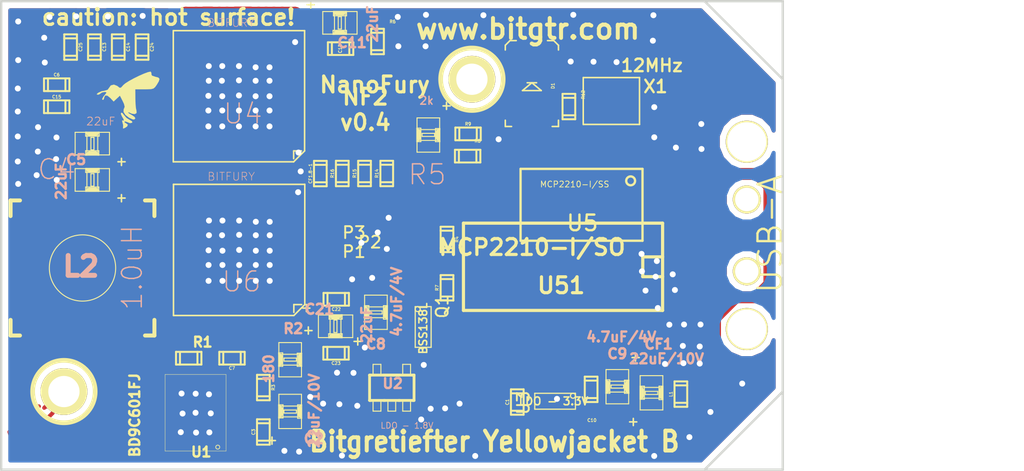
<source format=kicad_pcb>
(kicad_pcb (version 3) (host pcbnew "(2013-07-07 BZR 4022)-stable")
  (title_block (title "NanoFury NF2") (rev 0.5))
  (layers (15 F.Cu mixed) (0 B.Cu mixed) (19 F.Paste user) (20 B.SilkS user) (21 F.SilkS user) (22 B.Mask user) (23 F.Mask user) (28 Edge.Cuts user))
  (net 0 "")
  (net 1 /LED)
  (net 2 /MISO)
  (net 3 /MOSI)
  (net 4 /OMISO2)
  (net 5 /OMOSI2)
  (net 6 /OSC1)
  (net 7 /OSC2)
  (net 8 /OSCK2)
  (net 9 /SCK)
  (net 10 /SCK_OVR)
  (net 11 0V8)
  (net 12 1.8V)
  (net 13 3.3V)
  (net 14 GND)
  (net 15 INMISO)
  (net 16 INMOSI)
  (net 17 INSCK)
  (net 18 N-000001)
  (net 19 N-0000010)
  (net 20 N-0000013)
  (net 21 N-0000014)
  (net 22 N-0000022)
  (net 23 N-0000024)
  (net 24 N-000003)
  (net 25 N-000008)
  (net 26 N-000009)
  (net 27 OUTMISO1)
  (net 28 OUTMOSI1)
  (net 29 OUTSCK1)
  (net 30 USB_5V)
  (net 31 USB_DM)
  (net 32 USB_DP)
  (net 33 V_EN)
  (module SSOP-20 (layer F.Cu) (at 135.0518 81.9404 180)
    (fp_text reference U5 (at 2.87 -4.77 180) (layer F.SilkS) (effects (font (size 1.00076 1.00076) (thickness 0.14986))))
    (fp_text value MCP2210-I/SS (at 3.3655 -2.286 180) (layer F.SilkS) (effects (font (size 0.381 0.381) (thickness 0.0508))))
    (pad 7 smd rect (at 3.9 0 180) (size 0.4064 1.651) (layers F.Cu F.Paste F.Mask))
    (pad 8 smd rect (at 4.55 0 180) (size 0.4064 1.651) (layers F.Cu F.Paste F.Mask))
    (pad 9 smd rect (at 5.2 0 180) (size 0.4064 1.651) (layers F.Cu F.Paste F.Mask) (net 3 /MOSI))
    (pad 10 smd rect (at 5.85 0 180) (size 0.4064 1.651) (layers F.Cu F.Paste F.Mask))
    (pad 17 smd rect (at 1.95 -7.2 180) (size 0.4064 1.651) (layers F.Cu F.Paste F.Mask) (net 13 3.3V))
    (pad 4 smd rect (at 1.95 0 180) (size 0.4064 1.651) (layers F.Cu F.Paste F.Mask) (net 13 3.3V))
    (pad 5 smd rect (at 2.6 0 180) (size 0.4064 1.651) (layers F.Cu F.Paste F.Mask) (net 1 /LED))
    (pad 6 smd rect (at 3.25 0 180) (size 0.4064 1.651) (layers F.Cu F.Paste F.Mask))
    (pad 11 smd rect (at 5.85 -7.2 180) (size 0.4064 1.651) (layers F.Cu F.Paste F.Mask) (net 9 /SCK))
    (pad 12 smd rect (at 5.2 -7.2 180) (size 0.4064 1.651) (layers F.Cu F.Paste F.Mask) (net 10 /SCK_OVR))
    (pad 13 smd rect (at 4.55 -7.2 180) (size 0.4064 1.651) (layers F.Cu F.Paste F.Mask) (net 2 /MISO))
    (pad 14 smd rect (at 3.9 -7.2 180) (size 0.4064 1.651) (layers F.Cu F.Paste F.Mask) (net 33 V_EN))
    (pad 15 smd rect (at 3.25 -7.2 180) (size 0.4064 1.651) (layers F.Cu F.Paste F.Mask))
    (pad 16 smd rect (at 2.6 -7.2 180) (size 0.4064 1.651) (layers F.Cu F.Paste F.Mask))
    (pad 18 smd rect (at 1.3 -7.2 180) (size 0.4064 1.651) (layers F.Cu F.Paste F.Mask) (net 31 USB_DM))
    (pad 19 smd rect (at 0.65 -7.2 180) (size 0.4064 1.651) (layers F.Cu F.Paste F.Mask) (net 32 USB_DP))
    (pad 20 smd rect (at 0 -7.2 180) (size 0.4064 1.651) (layers F.Cu F.Paste F.Mask) (net 14 GND))
    (pad 1 smd rect (at 0 0 180) (size 0.4064 1.651) (layers F.Cu F.Paste F.Mask) (net 13 3.3V))
    (pad 2 smd rect (at 0.65 0 180) (size 0.4064 1.651) (layers F.Cu F.Paste F.Mask) (net 6 /OSC1))
    (pad 3 smd rect (at 1.3 0 180) (size 0.4064 1.651) (layers F.Cu F.Paste F.Mask) (net 7 /OSC2))
  )
  (module SOT23-5 (layer F.Cu) (at 119.9896 97.2566)
    (fp_text reference U2 (at 0.05588 -0.27178) (layer B.SilkS) (effects (font (size 0.635 0.635) (thickness 0.1524))))
    (fp_text value "LDO - 1.8V" (at 0.97028 2.42062) (layer B.SilkS) (effects (font (size 0.381 0.381) (thickness 0.0508))))
    (pad 1 smd rect (at -0.94996 1.29794) (size 0.54864 1.19888) (layers F.Cu F.Paste F.Mask) (net 30 USB_5V))
    (pad 2 smd rect (at 0 1.29794) (size 0.54864 1.19888) (layers F.Cu F.Paste F.Mask) (net 14 GND))
    (pad 3 smd rect (at 0.94996 1.29794) (size 0.54864 1.19888) (layers F.Cu F.Paste F.Mask) (net 33 V_EN))
    (pad 4 smd rect (at 0.94996 -1.29794) (size 0.54864 1.19888) (layers F.Cu F.Paste F.Mask) (net 14 GND))
    (pad 5 smd rect (at -0.94996 -1.29794) (size 0.54864 1.19888) (layers F.Cu F.Paste F.Mask) (net 12 1.8V))
  )
  (module Hole2mm (layer F.Cu) (at 125.1136 77.5)
    (fp_text reference Hole2mm1 hide)
    (fp_text value P*** hide)
    (pad 1 thru_hole circle (at 0 0) (size 3 3) (drill 2) (layers *.Cu *.Mask F.SilkS))
  )
  (module Hole2mm (layer F.Cu) (at 99.0136 97.5)
    (fp_text reference Hole2mm hide)
    (fp_text value P*** hide)
    (pad 1 thru_hole circle (at 0 0) (size 3 3) (drill 2) (layers *.Cu *.Mask F.SilkS))
  )
  (module CSTCE_G15C (layer F.Cu) (at 134.0358 78.8924 180)
    (fp_text reference X1 (at -2.8194 0.9271 180) (layer F.SilkS) (effects (font (size 0.8 0.8))))
    (fp_text value 12MHz (at -2.5908 2.2733 180) (layer F.SilkS) (effects (font (size 0.8 0.8))))
    (pad 3 smd rect (at 1.2 0 180) (size 0.635 2) (layers F.Cu F.Paste F.Mask) (net 7 /OSC2))
    (pad 1 smd rect (at -1.2 0 180) (size 0.635 2) (layers F.Cu F.Paste F.Mask) (net 6 /OSC1))
    (pad 2 smd rect (at 0 0 180) (size 0.635 2) (layers F.Cu F.Paste F.Mask) (net 14 GND))
  )
  (module 0805 (layer F.Cu) (at 100.838 81.6229 180)
    (fp_text reference C4 (at 2.286 -1.651 180) (layer B.SilkS) (effects (font (size 1.27 1.27) (thickness 0.0889))))
    (fp_text value 22uF (at -0.5334 1.4224 180) (layer B.SilkS) (effects (font (size 0.508 0.508) (thickness 0.0508))))
    (pad 1 smd rect (at -0.89916 0 180) (size 1.09982 1.4986) (layers F.Cu F.Paste F.Mask) (net 11 0V8))
    (pad 2 smd rect (at 0.89916 0 180) (size 1.09982 1.4986) (layers F.Cu F.Paste F.Mask) (net 14 GND))
  )
  (module 0805 (layer F.Cu) (at 122.3264 81.0641 270)
    (fp_text reference R5 (at 2.54 0.0762 360) (layer B.SilkS) (effects (font (size 1.27 1.27) (thickness 0.0889))))
    (fp_text value 2k (at -2.1971 0.1143 360) (layer B.SilkS) (effects (font (size 0.508 0.508) (thickness 0.0889))))
    (pad 1 smd rect (at -0.89916 0 270) (size 1.09982 1.4986) (layers F.Cu F.Paste F.Mask) (net 17 INSCK))
    (pad 2 smd rect (at 0.89916 0 270) (size 1.09982 1.4986) (layers F.Cu F.Paste F.Mask) (net 10 /SCK_OVR))
  )
  (module HTSOP-J8 (layer F.Cu) (at 109.3851 101.3079 90)
    (fp_text reference U1 (at -0.0635 -1.5875 180) (layer F.SilkS) (effects (font (size 0.635 0.635) (thickness 0.1524))))
    (fp_text value BD9C601FJ (at 2.2987 -5.842 90) (layer F.SilkS) (effects (font (size 0.635 0.635) (thickness 0.1524))))
    (pad 4 smd rect (at 4.355 0.725 90) (size 0.55 1.2) (layers F.Cu F.Paste F.Mask) (net 18 N-000001))
    (pad 1 smd rect (at 0.545 0.725 90) (size 0.55 1.2) (layers F.Cu F.Paste F.Mask) (net 14 GND))
    (pad 2 smd rect (at 1.815 0.725 90) (size 0.55 1.2) (layers F.Cu F.Paste F.Mask) (net 30 USB_5V))
    (pad 3 smd rect (at 3.085 0.725 90) (size 0.55 1.2) (layers F.Cu F.Paste F.Mask) (net 14 GND))
    (pad 6 smd rect (at 3.085 -4.625 90) (size 0.55 1.2) (layers F.Cu F.Paste F.Mask) (net 33 V_EN))
    (pad 7 smd rect (at 1.815 -4.625 90) (size 0.55 1.2) (layers F.Cu F.Paste F.Mask) (net 22 N-0000022))
    (pad 8 smd rect (at 0.545 -4.625 90) (size 0.55 1.2) (layers F.Cu F.Paste F.Mask) (net 22 N-0000022))
    (pad 5 smd rect (at 4.355 -4.625 90) (size 0.55 1.2) (layers F.Cu F.Paste F.Mask) (net 25 N-000008))
    (pad 9 smd rect (at 2.45 -1.95 90) (size 3.6 2.8) (layers F.Cu F.Paste F.Mask) (net 14 GND))
  )
  (module 2PLCC (layer F.Cu) (at 128.95 77.925 270)
    (fp_text reference D1 (at 0 -1.3462 270) (layer F.SilkS) (effects (font (size 0.20066 0.20066) (thickness 0.04064))))
    (fp_text value LED hide)
    (pad 1 smd rect (at 1.5 0 270) (size 1.5 2.6) (layers F.Cu F.Paste F.Mask) (net 23 N-0000024))
    (pad 2 smd rect (at -1.5 0 270) (size 1.5 2.6) (layers F.Cu F.Paste F.Mask) (net 14 GND))
  )
  (module 0603 (layer F.Cu) (at 131.318 79.248 90)
    (fp_text reference R12 (at 0.762 0.9144 90) (layer F.SilkS) (effects (font (size 0.20066 0.20066) (thickness 0.04064))))
    (fp_text value 1k hide)
    (pad 1 smd rect (at 0.75184 0 90) (size 0.89916 1.00076) (layers F.Cu F.Paste F.Mask) (net 23 N-0000024))
    (pad 2 smd rect (at -0.75184 0 90) (size 0.89916 1.00076) (layers F.Cu F.Paste F.Mask) (net 1 /LED))
  )
  (module 0603 (layer F.Cu) (at 132.7404 97.3582 90)
    (fp_text reference C10 (at -1.9812 0.0508 180) (layer F.SilkS) (effects (font (size 0.20066 0.20066) (thickness 0.04064))))
    (fp_text value 100n hide)
    (pad 1 smd rect (at 0.75184 0 90) (size 0.89916 1.00076) (layers F.Cu F.Paste F.Mask) (net 13 3.3V))
    (pad 2 smd rect (at -0.75184 0 90) (size 0.89916 1.00076) (layers F.Cu F.Paste F.Mask) (net 14 GND))
  )
  (module 0603 (layer F.Cu) (at 119.0752 75.0824 90)
    (fp_text reference R6 (at 1.27 0.9652 180) (layer F.SilkS) (effects (font (size 0.20066 0.20066) (thickness 0.04064))))
    (fp_text value 2k hide)
    (pad 1 smd rect (at 0.75184 0 90) (size 0.89916 1.00076) (layers F.Cu F.Paste F.Mask) (net 14 GND))
    (pad 2 smd rect (at -0.75184 0 90) (size 0.89916 1.00076) (layers F.Cu F.Paste F.Mask) (net 17 INSCK))
  )
  (module 0603 (layer F.Cu) (at 124.8664 81.0006)
    (fp_text reference R9 (at 0 -0.635) (layer F.SilkS) (effects (font (size 0.20066 0.20066) (thickness 0.04064))))
    (fp_text value 2k hide)
    (pad 1 smd rect (at 0.75184 0) (size 0.89916 1.00076) (layers F.Cu F.Paste F.Mask) (net 14 GND))
    (pad 2 smd rect (at -0.75184 0) (size 0.89916 1.00076) (layers F.Cu F.Paste F.Mask) (net 16 INMOSI))
  )
  (module 0603 (layer F.Cu) (at 124.841 82.423)
    (fp_text reference R8 (at 0.635 -0.9652) (layer F.SilkS) (effects (font (size 0.20066 0.20066) (thickness 0.04064))))
    (fp_text value 2K hide)
    (pad 1 smd rect (at 0.75184 0) (size 0.89916 1.00076) (layers F.Cu F.Paste F.Mask) (net 3 /MOSI))
    (pad 2 smd rect (at -0.75184 0) (size 0.89916 1.00076) (layers F.Cu F.Paste F.Mask) (net 16 INMOSI))
  )
  (module 0603 (layer F.Cu) (at 128.016 98.171 90)
    (fp_text reference C1 (at 0 -0.635 90) (layer F.SilkS) (effects (font (size 0.20066 0.20066) (thickness 0.04064))))
    (fp_text value 100nF hide)
    (pad 1 smd rect (at 0.75184 0 90) (size 0.89916 1.00076) (layers F.Cu F.Paste F.Mask) (net 14 GND))
    (pad 2 smd rect (at -0.75184 0 90) (size 0.89916 1.00076) (layers F.Cu F.Paste F.Mask) (net 30 USB_5V))
  )
  (module 0603 (layer F.Cu) (at 138.4808 97.663 90)
    (fp_text reference L1 (at 0 -0.635 90) (layer F.SilkS) (effects (font (size 0.20066 0.20066) (thickness 0.04064))))
    (fp_text value 10R@100MHz hide)
    (pad 1 smd rect (at 0.75184 0 90) (size 0.89916 1.00076) (layers F.Cu F.Paste F.Mask) (net 24 N-000003))
    (pad 2 smd rect (at -0.75184 0 90) (size 0.89916 1.00076) (layers F.Cu F.Paste F.Mask) (net 30 USB_5V))
  )
  (module 0603 (layer F.Cu) (at 123.5202 87.757 270)
    (fp_text reference R4 (at 0 -0.635 270) (layer F.SilkS) (effects (font (size 0.20066 0.20066) (thickness 0.04064))))
    (fp_text value 2k hide)
    (pad 1 smd rect (at 0.75184 0 270) (size 0.89916 1.00076) (layers F.Cu F.Paste F.Mask) (net 2 /MISO))
    (pad 2 smd rect (at -0.75184 0 270) (size 0.89916 1.00076) (layers F.Cu F.Paste F.Mask) (net 13 3.3V))
  )
  (module 0603 (layer F.Cu) (at 111.7727 97.2439 270)
    (fp_text reference R3 (at 0 -0.635 270) (layer F.SilkS) (effects (font (size 0.20066 0.20066) (thickness 0.04064))))
    (fp_text value 2.4k hide)
    (pad 1 smd rect (at 0.75184 0 270) (size 0.89916 1.00076) (layers F.Cu F.Paste F.Mask) (net 14 GND))
    (pad 2 smd rect (at -0.75184 0 270) (size 0.89916 1.00076) (layers F.Cu F.Paste F.Mask) (net 18 N-000001))
  )
  (module 0603 (layer F.Cu) (at 106.9975 95.3643)
    (fp_text reference R1 (at 0.889 -1.0287) (layer F.SilkS) (effects (font (size 0.635 0.635) (thickness 0.1524))))
    (fp_text value 5.6k hide)
    (pad 1 smd rect (at 0.75184 0) (size 0.89916 1.00076) (layers F.Cu F.Paste F.Mask) (net 26 N-000009))
    (pad 2 smd rect (at -0.75184 0) (size 0.89916 1.00076) (layers F.Cu F.Paste F.Mask) (net 25 N-000008))
  )
  (module 0603 (layer F.Cu) (at 99.441 75.438 270)
    (fp_text reference C25 (at 0 -0.635 270) (layer F.SilkS) (effects (font (size 0.20066 0.20066) (thickness 0.04064))))
    (fp_text value 100nF hide)
    (pad 1 smd rect (at 0.75184 0 270) (size 0.89916 1.00076) (layers F.Cu F.Paste F.Mask) (net 11 0V8))
    (pad 2 smd rect (at -0.75184 0 270) (size 0.89916 1.00076) (layers F.Cu F.Paste F.Mask) (net 14 GND))
  )
  (module 0603 (layer F.Cu) (at 104.013 75.438 270)
    (fp_text reference C24 (at 0 -0.635 270) (layer F.SilkS) (effects (font (size 0.20066 0.20066) (thickness 0.04064))))
    (fp_text value 100nF hide)
    (pad 1 smd rect (at 0.75184 0 270) (size 0.89916 1.00076) (layers F.Cu F.Paste F.Mask) (net 11 0V8))
    (pad 2 smd rect (at -0.75184 0 270) (size 0.89916 1.00076) (layers F.Cu F.Paste F.Mask) (net 14 GND))
  )
  (module 0603 (layer F.Cu) (at 116.4209 95.0468 180)
    (fp_text reference C23 (at 0 -0.635 180) (layer F.SilkS) (effects (font (size 0.20066 0.20066) (thickness 0.04064))))
    (fp_text value 100nF hide)
    (pad 1 smd rect (at 0.75184 0 180) (size 0.89916 1.00076) (layers F.Cu F.Paste F.Mask) (net 11 0V8))
    (pad 2 smd rect (at -0.75184 0 180) (size 0.89916 1.00076) (layers F.Cu F.Paste F.Mask) (net 14 GND))
  )
  (module 0603 (layer F.Cu) (at 116.4336 91.5924 180)
    (fp_text reference C22 (at 0 -0.635 180) (layer F.SilkS) (effects (font (size 0.20066 0.20066) (thickness 0.04064))))
    (fp_text value 100nF hide)
    (pad 1 smd rect (at 0.75184 0 180) (size 0.89916 1.00076) (layers F.Cu F.Paste F.Mask) (net 11 0V8))
    (pad 2 smd rect (at -0.75184 0 180) (size 0.89916 1.00076) (layers F.Cu F.Paste F.Mask) (net 14 GND))
  )
  (module 0603 (layer F.Cu) (at 98.552 79.2607)
    (fp_text reference C15 (at 0 -0.635) (layer F.SilkS) (effects (font (size 0.20066 0.20066) (thickness 0.04064))))
    (fp_text value 100nF hide)
    (pad 1 smd rect (at 0.75184 0) (size 0.89916 1.00076) (layers F.Cu F.Paste F.Mask) (net 11 0V8))
    (pad 2 smd rect (at -0.75184 0) (size 0.89916 1.00076) (layers F.Cu F.Paste F.Mask) (net 14 GND))
  )
  (module 0603 (layer F.Cu) (at 102.489 75.438 270)
    (fp_text reference C14 (at 0 -0.635 270) (layer F.SilkS) (effects (font (size 0.20066 0.20066) (thickness 0.04064))))
    (fp_text value 100nF hide)
    (pad 1 smd rect (at 0.75184 0 270) (size 0.89916 1.00076) (layers F.Cu F.Paste F.Mask) (net 11 0V8))
    (pad 2 smd rect (at -0.75184 0 270) (size 0.89916 1.00076) (layers F.Cu F.Paste F.Mask) (net 14 GND))
  )
  (module 0603 (layer F.Cu) (at 100.965 75.438 270)
    (fp_text reference C13 (at 0 -0.635 270) (layer F.SilkS) (effects (font (size 0.20066 0.20066) (thickness 0.04064))))
    (fp_text value 100nF hide)
    (pad 1 smd rect (at 0.75184 0 270) (size 0.89916 1.00076) (layers F.Cu F.Paste F.Mask) (net 11 0V8))
    (pad 2 smd rect (at -0.75184 0 270) (size 0.89916 1.00076) (layers F.Cu F.Paste F.Mask) (net 14 GND))
  )
  (module 0603 (layer F.Cu) (at 116.713 75.5396 180)
    (fp_text reference C12 (at 0.0254 0 270) (layer F.SilkS) (effects (font (size 0.20066 0.20066) (thickness 0.04064))))
    (fp_text value 100nF hide)
    (pad 1 smd rect (at 0.75184 0 180) (size 0.89916 1.00076) (layers F.Cu F.Paste F.Mask) (net 11 0V8))
    (pad 2 smd rect (at -0.75184 0 180) (size 0.89916 1.00076) (layers F.Cu F.Paste F.Mask) (net 14 GND))
  )
  (module 0603 (layer F.Cu) (at 109.7661 95.3643 180)
    (fp_text reference C7 (at 0 -0.635 180) (layer F.SilkS) (effects (font (size 0.20066 0.20066) (thickness 0.04064))))
    (fp_text value 1.1n hide)
    (pad 1 smd rect (at 0.75184 0 180) (size 0.89916 1.00076) (layers F.Cu F.Paste F.Mask) (net 26 N-000009))
    (pad 2 smd rect (at -0.75184 0 180) (size 0.89916 1.00076) (layers F.Cu F.Paste F.Mask) (net 14 GND))
  )
  (module 0603 (layer F.Cu) (at 98.552 77.851)
    (fp_text reference C6 (at 0 -0.635) (layer F.SilkS) (effects (font (size 0.20066 0.20066) (thickness 0.04064))))
    (fp_text value 100nF hide)
    (pad 1 smd rect (at 0.75184 0) (size 0.89916 1.00076) (layers F.Cu F.Paste F.Mask) (net 11 0V8))
    (pad 2 smd rect (at -0.75184 0) (size 0.89916 1.00076) (layers F.Cu F.Paste F.Mask) (net 14 GND))
  )
  (module 0603 (layer F.Cu) (at 111.7727 100.0887 90)
    (fp_text reference C3 (at 0 -0.635 90) (layer F.SilkS) (effects (font (size 0.20066 0.20066) (thickness 0.04064))))
    (fp_text value 100nF hide)
    (pad 1 smd rect (at 0.75184 0 90) (size 0.89916 1.00076) (layers F.Cu F.Paste F.Mask) (net 30 USB_5V))
    (pad 2 smd rect (at -0.75184 0 90) (size 0.89916 1.00076) (layers F.Cu F.Paste F.Mask) (net 14 GND))
  )
  (module 0603 (layer F.Cu) (at 123.5202 90.8558 90)
    (fp_text reference R7 (at 0 -0.635 90) (layer F.SilkS) (effects (font (size 0.20066 0.20066) (thickness 0.04064))))
    (fp_text value 1k hide)
    (pad 1 smd rect (at 0.75184 0 90) (size 0.89916 1.00076) (layers F.Cu F.Paste F.Mask) (net 10 /SCK_OVR))
    (pad 2 smd rect (at -0.75184 0 90) (size 0.89916 1.00076) (layers F.Cu F.Paste F.Mask) (net 9 /SCK))
  )
  (module SOT23 (layer F.Cu) (at 121.9962 93.3958 270)
    (fp_text reference Q1 (at -1.3462 -1.2192 270) (layer F.SilkS) (effects (font (size 0.762 0.762) (thickness 0.11938))))
    (fp_text value BSS138L (at 0.0635 0 270) (layer F.SilkS) (effects (font (size 0.50038 0.50038) (thickness 0.09906))))
    (pad 3 smd rect (at 0 -1.09982 270) (size 0.8001 1.00076) (layers F.Cu F.Paste F.Mask) (net 2 /MISO))
    (pad 2 smd rect (at 0.9525 1.09982 270) (size 0.8001 1.00076) (layers F.Cu F.Paste F.Mask) (net 15 INMISO))
    (pad 1 smd rect (at -0.9525 1.09982 270) (size 0.8001 1.00076) (layers F.Cu F.Paste F.Mask) (net 12 1.8V))
  )
  (module 0805 (layer F.Cu) (at 116.3828 93.3196)
    (fp_text reference C21 (at -1.016 -1.0922) (layer B.SilkS) (effects (font (size 0.635 0.635) (thickness 0.15875))))
    (fp_text value 22uF (at 2 -0.1 90) (layer B.SilkS) (effects (font (size 0.635 0.635) (thickness 0.1524))))
    (pad 1 smd rect (at -0.89916 0) (size 1.09982 1.4986) (layers F.Cu F.Paste F.Mask) (net 11 0V8))
    (pad 2 smd rect (at 0.89916 0) (size 1.09982 1.4986) (layers F.Cu F.Paste F.Mask) (net 14 GND))
  )
  (module 0805 (layer F.Cu) (at 116.6622 73.8886)
    (fp_text reference C11 (at 0.7874 1.27) (layer B.SilkS) (effects (font (size 0.635 0.635) (thickness 0.15875))))
    (fp_text value 22uF (at 2.0955 0.0762 90) (layer B.SilkS) (effects (font (size 0.635 0.635) (thickness 0.1524))))
    (pad 1 smd rect (at -0.89916 0) (size 1.09982 1.4986) (layers F.Cu F.Paste F.Mask) (net 11 0V8))
    (pad 2 smd rect (at 0.89916 0) (size 1.09982 1.4986) (layers F.Cu F.Paste F.Mask) (net 14 GND))
  )
  (module 0805 (layer F.Cu) (at 100.838 83.947 180)
    (fp_text reference C5 (at 1.0414 1.2954 180) (layer B.SilkS) (effects (font (size 0.635 0.635) (thickness 0.15875))))
    (fp_text value 22uF (at 2 -0.1 270) (layer B.SilkS) (effects (font (size 0.635 0.635) (thickness 0.1524))))
    (pad 1 smd rect (at -0.89916 0 180) (size 1.09982 1.4986) (layers F.Cu F.Paste F.Mask) (net 11 0V8))
    (pad 2 smd rect (at 0.89916 0 180) (size 1.09982 1.4986) (layers F.Cu F.Paste F.Mask) (net 14 GND))
  )
  (module 0805 (layer F.Cu) (at 113.4872 95.4532 270)
    (fp_text reference R2 (at -1.9812 -0.2032 360) (layer B.SilkS) (effects (font (size 0.635 0.635) (thickness 0.15875))))
    (fp_text value 180 (at 0.5842 1.3716 270) (layer B.SilkS) (effects (font (size 0.635 0.635) (thickness 0.1524))))
    (pad 1 smd rect (at -0.89916 0 270) (size 1.09982 1.4986) (layers F.Cu F.Paste F.Mask) (net 11 0V8))
    (pad 2 smd rect (at 0.89916 0 270) (size 1.09982 1.4986) (layers F.Cu F.Paste F.Mask) (net 18 N-000001))
  )
  (module 0805 (layer F.Cu) (at 113.4872 98.7806 90)
    (fp_text reference C2 (at -1.7399 1.5113 180) (layer B.SilkS) (effects (font (size 0.635 0.635) (thickness 0.15875))))
    (fp_text value 22uF/10V (at 0.0508 1.5367 90) (layer B.SilkS) (effects (font (size 0.635 0.635) (thickness 0.1524))))
    (pad 1 smd rect (at -0.89916 0 90) (size 1.09982 1.4986) (layers F.Cu F.Paste F.Mask) (net 30 USB_5V))
    (pad 2 smd rect (at 0.89916 0 90) (size 1.09982 1.4986) (layers F.Cu F.Paste F.Mask) (net 14 GND))
  )
  (module 0805 (layer F.Cu) (at 136.6012 97.5868 90)
    (fp_text reference CF1 (at 3.1242 0.4572 180) (layer B.SilkS) (effects (font (size 0.635 0.635) (thickness 0.15875))))
    (fp_text value 22uF/10V (at 2.1844 0.9652 180) (layer B.SilkS) (effects (font (size 0.635 0.635) (thickness 0.1524))))
    (pad 1 smd rect (at -0.89916 0 90) (size 1.09982 1.4986) (layers F.Cu F.Paste F.Mask) (net 30 USB_5V))
    (pad 2 smd rect (at 0.89916 0 90) (size 1.09982 1.4986) (layers F.Cu F.Paste F.Mask) (net 14 GND))
  )
  (module 0805 (layer F.Cu) (at 118.9736 92.4306 90)
    (fp_text reference C8 (at -2.032 0 180) (layer B.SilkS) (effects (font (size 0.635 0.635) (thickness 0.15875))))
    (fp_text value 4.7uF/4V (at 0.6858 1.3208 90) (layer B.SilkS) (effects (font (size 0.635 0.635) (thickness 0.1524))))
    (pad 1 smd rect (at -0.89916 0 90) (size 1.09982 1.4986) (layers F.Cu F.Paste F.Mask) (net 12 1.8V))
    (pad 2 smd rect (at 0.89916 0 90) (size 1.09982 1.4986) (layers F.Cu F.Paste F.Mask) (net 14 GND))
  )
  (module 0805 (layer F.Cu) (at 134.4168 97.1804 270)
    (fp_text reference C9 (at -2.1 0 360) (layer B.SilkS) (effects (font (size 0.635 0.635) (thickness 0.15875))))
    (fp_text value 4.7uF/4V (at -3.175 -0.254 360) (layer B.SilkS) (effects (font (size 0.635 0.635) (thickness 0.1524))))
    (pad 1 smd rect (at -0.89916 0 270) (size 1.09982 1.4986) (layers F.Cu F.Paste F.Mask) (net 13 3.3V))
    (pad 2 smd rect (at 0.89916 0 270) (size 1.09982 1.4986) (layers F.Cu F.Paste F.Mask) (net 14 GND))
  )
  (module QFN48 (layer F.Cu) (at 110.2106 78.5876 180)
    (fp_text reference U4 (at -0.254 -1.1176 180) (layer B.SilkS) (effects (font (size 1.27 1.27) (thickness 0.0889))))
    (fp_text value BITFURY (at 0.508 4.699 180) (layer B.SilkS) (effects (font (size 0.508 0.508) (thickness 0.0381))))
    (pad 13 smd rect (at -2.75 3.55 180) (size 0.28 1) (layers F.Cu F.Paste F.Mask) (net 11 0V8))
    (pad 25 smd rect (at 3.55 2.75 180) (size 1 0.3) (layers F.Cu F.Paste F.Mask) (net 11 0V8))
    (pad 26 smd rect (at 3.55 2.25 180) (size 1 0.3) (layers F.Cu F.Paste F.Mask) (net 11 0V8))
    (pad 28 smd rect (at 3.55 1.25 180) (size 1 0.3) (layers F.Cu F.Paste F.Mask) (net 11 0V8))
    (pad 27 smd rect (at 3.55 1.75 180) (size 1 0.3) (layers F.Cu F.Paste F.Mask) (net 11 0V8))
    (pad 29 smd rect (at 3.55 0.75 180) (size 1 0.3) (layers F.Cu F.Paste F.Mask) (net 11 0V8))
    (pad 30 smd rect (at 3.55 0.25 180) (size 1 0.3) (layers F.Cu F.Paste F.Mask) (net 11 0V8))
    (pad 36 smd rect (at 3.55 -2.75 180) (size 1 0.3) (layers F.Cu F.Paste F.Mask) (net 11 0V8))
    (pad 35 smd rect (at 3.55 -2.25 180) (size 1 0.3) (layers F.Cu F.Paste F.Mask) (net 11 0V8))
    (pad 33 smd rect (at 3.55 -1.25 180) (size 1 0.3) (layers F.Cu F.Paste F.Mask) (net 11 0V8))
    (pad 34 smd rect (at 3.55 -1.75 180) (size 1 0.3) (layers F.Cu F.Paste F.Mask) (net 11 0V8))
    (pad 32 smd rect (at 3.55 -0.75 180) (size 1 0.3) (layers F.Cu F.Paste F.Mask) (net 11 0V8))
    (pad 31 smd rect (at 3.55 -0.25 180) (size 1 0.3) (layers F.Cu F.Paste F.Mask) (net 11 0V8))
    (pad 1 smd rect (at -3.55 -2.75 180) (size 1 0.3) (layers F.Cu F.Paste F.Mask) (net 14 GND))
    (pad 3 smd rect (at -3.55 -1.748 180) (size 1 0.3) (layers F.Cu F.Paste F.Mask) (net 14 GND))
    (pad 2 smd rect (at -3.55 -2.25 180) (size 1 0.3) (layers F.Cu F.Paste F.Mask) (net 14 GND))
    (pad 5 smd rect (at -3.55 -0.75 180) (size 1 0.3) (layers F.Cu F.Paste F.Mask))
    (pad 6 smd rect (at -3.55 -0.25 180) (size 1 0.3) (layers F.Cu F.Paste F.Mask) (net 29 OUTSCK1))
    (pad 4 smd rect (at -3.55 -1.25 180) (size 1 0.3) (layers F.Cu F.Paste F.Mask) (net 12 1.8V))
    (pad 10 smd rect (at -3.55 1.75 180) (size 1 0.3) (layers F.Cu F.Paste F.Mask) (net 16 INMOSI))
    (pad 12 smd rect (at -3.55 2.75 180) (size 1 0.3) (layers F.Cu F.Paste F.Mask) (net 14 GND))
    (pad 11 smd rect (at -3.55 2.25 180) (size 1 0.3) (layers F.Cu F.Paste F.Mask) (net 17 INSCK))
    (pad 8 smd rect (at -3.55 0.75 180) (size 1 0.3) (layers F.Cu F.Paste F.Mask) (net 27 OUTMISO1))
    (pad 9 smd rect (at -3.55 1.25 180) (size 1 0.3) (layers F.Cu F.Paste F.Mask) (net 15 INMISO))
    (pad 7 smd rect (at -3.55 0.25 180) (size 1 0.3) (layers F.Cu F.Paste F.Mask) (net 28 OUTMOSI1))
    (pad 49 smd rect (at 0 0 180) (size 5 5) (layers F.Cu F.Mask) (net 14 GND))
    (pad 47 smd rect (at -2.25 -3.55 180) (size 0.3 1) (layers F.Cu F.Paste F.Mask) (net 11 0V8))
    (pad 48 smd rect (at -2.75 -3.55 180) (size 0.28 1) (layers F.Cu F.Paste F.Mask) (net 11 0V8))
    (pad 45 smd rect (at -1.25 -3.55 180) (size 0.3 1) (layers F.Cu F.Paste F.Mask) (net 11 0V8))
    (pad 44 smd rect (at -0.75 -3.55 180) (size 0.3 1) (layers F.Cu F.Paste F.Mask) (net 11 0V8))
    (pad 46 smd rect (at -1.75 -3.55 180) (size 0.3 1) (layers F.Cu F.Paste F.Mask) (net 11 0V8))
    (pad 39 smd rect (at 1.75 -3.55 180) (size 0.3 1) (layers F.Cu F.Paste F.Mask) (net 11 0V8))
    (pad 37 smd rect (at 2.75 -3.55 180) (size 0.3 1) (layers F.Cu F.Paste F.Mask) (net 11 0V8))
    (pad 38 smd rect (at 2.25 -3.55 180) (size 0.3 1) (layers F.Cu F.Paste F.Mask) (net 11 0V8))
    (pad 41 smd rect (at 0.75 -3.55 180) (size 0.3 1) (layers F.Cu F.Paste F.Mask) (net 11 0V8))
    (pad 40 smd rect (at 1.25 -3.55 180) (size 0.3 1) (layers F.Cu F.Paste F.Mask) (net 11 0V8))
    (pad 42 smd rect (at 0.25 -3.55 180) (size 0.3 1) (layers F.Cu F.Paste F.Mask) (net 11 0V8))
    (pad 43 smd rect (at -0.25 -3.55 180) (size 0.3 1) (layers F.Cu F.Paste F.Mask) (net 11 0V8))
    (pad 14 smd rect (at -2.25 3.55 180) (size 0.3 1) (layers F.Cu F.Paste F.Mask) (net 11 0V8))
    (pad 16 smd rect (at -1.25 3.55 180) (size 0.3 1) (layers F.Cu F.Paste F.Mask) (net 11 0V8))
    (pad 17 smd rect (at -0.75 3.55 180) (size 0.3 1) (layers F.Cu F.Paste F.Mask) (net 11 0V8))
    (pad 15 smd rect (at -1.75 3.55 180) (size 0.3 1) (layers F.Cu F.Paste F.Mask) (net 11 0V8))
    (pad 22 smd rect (at 1.75 3.55 180) (size 0.3 1) (layers F.Cu F.Paste F.Mask) (net 11 0V8))
    (pad 24 smd rect (at 2.75 3.55 180) (size 0.3 1) (layers F.Cu F.Paste F.Mask) (net 11 0V8))
    (pad 23 smd rect (at 2.25 3.55 180) (size 0.3 1) (layers F.Cu F.Paste F.Mask) (net 11 0V8))
    (pad 20 smd rect (at 0.75 3.55 180) (size 0.3 1) (layers F.Cu F.Paste F.Mask) (net 11 0V8))
    (pad 21 smd rect (at 1.25 3.55 180) (size 0.3 1) (layers F.Cu F.Paste F.Mask) (net 11 0V8))
    (pad 19 smd rect (at 0.25 3.55 180) (size 0.3 1) (layers F.Cu F.Paste F.Mask) (net 11 0V8))
    (pad 18 smd rect (at -0.25 3.55 180) (size 0.3 1) (layers F.Cu F.Paste F.Mask) (net 11 0V8))
    (pad 49 smd rect (at -1.125 -1.125 180) (size 2 2) (layers F.Cu F.Paste F.Mask) (net 14 GND))
    (pad 49 smd rect (at -1.125 1.125 180) (size 2 2) (layers F.Cu F.Paste F.Mask) (net 14 GND))
    (pad 49 smd rect (at 1.125 -1.125 180) (size 2 2) (layers F.Cu F.Paste F.Mask) (net 14 GND))
    (pad 49 smd rect (at 1.125 1.125 180) (size 2 2) (layers F.Cu F.Paste F.Mask) (net 14 GND))
  )
  (module SOT23 (layer F.Cu) (at 130.4036 98.1202 180)
    (fp_text reference U3 (at 1.99898 -0.09906 270) (layer F.SilkS) (effects (font (size 0.762 0.762) (thickness 0.11938))))
    (fp_text value "LDO - 3.3V" (at 0.0635 0 180) (layer F.SilkS) (effects (font (size 0.50038 0.50038) (thickness 0.09906))))
    (pad 3 smd rect (at 0 -1.09982 180) (size 0.8001 1.00076) (layers F.Cu F.Paste F.Mask) (net 30 USB_5V))
    (pad 2 smd rect (at 0.9525 1.09982 180) (size 0.8001 1.00076) (layers F.Cu F.Paste F.Mask) (net 13 3.3V))
    (pad 1 smd rect (at -0.9525 1.09982 180) (size 0.8001 1.00076) (layers F.Cu F.Paste F.Mask) (net 14 GND))
  )
  (module SOIC20 (layer F.Cu) (at 130.9624 89.5096 180)
    (fp_text reference U51 (at 0.14 -1.2 180) (layer F.SilkS) (effects (font (size 1.016 1.016) (thickness 0.2032))))
    (fp_text value MCP2210-I/SO (at 2 1.25 180) (layer F.SilkS) (effects (font (size 1.016 1.016) (thickness 0.2032))))
    (pad 1 smd rect (at -5.715 4.7 180) (size 0.762 2) (layers F.Cu F.Paste F.Mask) (net 13 3.3V))
    (pad 2 smd rect (at -4.445 4.7 180) (size 0.762 2) (layers F.Cu F.Paste F.Mask) (net 6 /OSC1))
    (pad 3 smd rect (at -3.175 4.7 180) (size 0.762 2) (layers F.Cu F.Paste F.Mask) (net 7 /OSC2))
    (pad 4 smd rect (at -1.905 4.7 180) (size 0.762 2) (layers F.Cu F.Paste F.Mask) (net 13 3.3V))
    (pad 5 smd rect (at -0.635 4.7 180) (size 0.762 2) (layers F.Cu F.Paste F.Mask) (net 1 /LED))
    (pad 6 smd rect (at 0.635 4.7 180) (size 0.762 2) (layers F.Cu F.Paste F.Mask))
    (pad 7 smd rect (at 1.905 4.7 180) (size 0.762 2) (layers F.Cu F.Paste F.Mask))
    (pad 8 smd rect (at 3.175 4.7 180) (size 0.762 2) (layers F.Cu F.Paste F.Mask))
    (pad 9 smd rect (at 4.445 4.7 180) (size 0.762 2) (layers F.Cu F.Paste F.Mask) (net 3 /MOSI))
    (pad 10 smd rect (at 5.715 4.7 180) (size 0.762 2) (layers F.Cu F.Paste F.Mask))
    (pad 20 smd rect (at -5.715 -4.7 180) (size 0.762 2) (layers F.Cu F.Paste F.Mask) (net 14 GND))
    (pad 19 smd rect (at -4.445 -4.7 180) (size 0.762 2) (layers F.Cu F.Paste F.Mask) (net 32 USB_DP))
    (pad 18 smd rect (at -3.175 -4.7 180) (size 0.762 2) (layers F.Cu F.Paste F.Mask) (net 31 USB_DM))
    (pad 17 smd rect (at -1.905 -4.7 180) (size 0.762 2) (layers F.Cu F.Paste F.Mask) (net 13 3.3V))
    (pad 16 smd rect (at -0.635 -4.7 180) (size 0.762 2) (layers F.Cu F.Paste F.Mask))
    (pad 15 smd rect (at 0.635 -4.7 180) (size 0.762 2) (layers F.Cu F.Paste F.Mask))
    (pad 14 smd rect (at 1.905 -4.7 180) (size 0.762 2) (layers F.Cu F.Paste F.Mask) (net 33 V_EN))
    (pad 13 smd rect (at 3.175 -4.7 180) (size 0.762 2) (layers F.Cu F.Paste F.Mask) (net 2 /MISO))
    (pad 12 smd rect (at 4.445 -4.7 180) (size 0.762 2) (layers F.Cu F.Paste F.Mask) (net 10 /SCK_OVR))
    (pad 11 smd rect (at 5.715 -4.7 180) (size 0.762 2) (layers F.Cu F.Paste F.Mask) (net 9 /SCK))
  )
  (module TP (layer F.Cu) (at 115.4811 89.2937)
    (fp_text reference P1 (at 2.09 -0.75) (layer F.SilkS) (effects (font (size 0.762 0.762) (thickness 0.11938))))
    (fp_text value TST hide)
    (pad 1 smd rect (at 0 0) (size 0.635 0.635) (layers F.Cu F.Paste F.Mask) (net 8 /OSCK2))
  )
  (module TP (layer F.Cu) (at 116.4971 88.6841)
    (fp_text reference P2 (at 2.09 -0.75) (layer F.SilkS) (effects (font (size 0.762 0.762) (thickness 0.11938))))
    (fp_text value TST hide)
    (pad 1 smd rect (at 0 0) (size 0.635 0.635) (layers F.Cu F.Paste F.Mask) (net 5 /OMOSI2))
  )
  (module TP (layer F.Cu) (at 115.4811 88.0745)
    (fp_text reference P3 (at 2.09 -0.75) (layer F.SilkS) (effects (font (size 0.762 0.762) (thickness 0.11938))))
    (fp_text value TST hide)
    (pad 1 smd rect (at 0 0) (size 0.635 0.635) (layers F.Cu F.Paste F.Mask) (net 4 /OMISO2))
  )
  (module SRN8040 (layer F.Cu) (at 100.203 89.5858 180)
    (fp_text reference L2 (at 0.1 0.1 180) (layer B.SilkS) (effects (font (size 1.27 1.27) (thickness 0.3175))))
    (fp_text value 1.0uH (at -3.175 0.0254 270) (layer B.SilkS) (effects (font (size 1.27 1.27) (thickness 0.0889))))
    (pad 1 smd rect (at 0 -2.85 180) (size 8 2.2) (layers F.Cu F.Paste F.Mask) (net 22 N-0000022))
    (pad 2 smd rect (at 0 2.85 180) (size 8 2.2) (layers F.Cu F.Paste F.Mask) (net 11 0V8))
  )
  (module 0603 (layer F.Cu) (at 119.66575 83.53425 90)
    (fp_text reference R14 (at 0 -0.635 90) (layer F.SilkS) (effects (font (size 0.20066 0.20066) (thickness 0.04064))))
    (fp_text value 0R hide)
    (pad 1 smd rect (at 0.75184 0 90) (size 0.89916 1.00076) (layers F.Cu F.Paste F.Mask) (net 27 OUTMISO1))
    (pad 2 smd rect (at -0.75184 0 90) (size 0.89916 1.00076) (layers F.Cu F.Paste F.Mask) (net 19 N-0000010))
  )
  (module 0603 (layer F.Cu) (at 118.24335 83.53425 90)
    (fp_text reference R15 (at 0 -0.635 90) (layer F.SilkS) (effects (font (size 0.20066 0.20066) (thickness 0.04064))))
    (fp_text value 0R hide)
    (pad 1 smd rect (at 0.75184 0 90) (size 0.89916 1.00076) (layers F.Cu F.Paste F.Mask) (net 28 OUTMOSI1))
    (pad 2 smd rect (at -0.75184 0 90) (size 0.89916 1.00076) (layers F.Cu F.Paste F.Mask) (net 20 N-0000013))
  )
  (module 0603 (layer F.Cu) (at 116.82095 83.53425 90)
    (fp_text reference R16 (at 0 -0.635 90) (layer F.SilkS) (effects (font (size 0.20066 0.20066) (thickness 0.04064))))
    (fp_text value 0R hide)
    (pad 1 smd rect (at 0.75184 0 90) (size 0.89916 1.00076) (layers F.Cu F.Paste F.Mask) (net 29 OUTSCK1))
    (pad 2 smd rect (at -0.75184 0 90) (size 0.89916 1.00076) (layers F.Cu F.Paste F.Mask) (net 21 N-0000014))
  )
  (module 0603 (layer F.Cu) (at 115.4176 83.5406 90)
    (fp_text reference CF1.8-1 (at 0 -0.635 90) (layer F.SilkS) (effects (font (size 0.20066 0.20066) (thickness 0.04064))))
    (fp_text value 100n hide)
    (pad 1 smd rect (at 0.75184 0 90) (size 0.89916 1.00076) (layers F.Cu F.Paste F.Mask) (net 12 1.8V))
    (pad 2 smd rect (at -0.75184 0 90) (size 0.89916 1.00076) (layers F.Cu F.Paste F.Mask) (net 14 GND))
  )
  (module QFN48 (layer F.Cu) (at 110.2233 88.4301 180)
    (fp_text reference U6 (at -0.1524 -2.032 180) (layer B.SilkS) (effects (font (size 1.27 1.27) (thickness 0.0889))))
    (fp_text value BITFURY (at 0.508 4.699 180) (layer B.SilkS) (effects (font (size 0.508 0.508) (thickness 0.0381))))
    (pad 13 smd rect (at -2.75 3.55 180) (size 0.28 1) (layers F.Cu F.Paste F.Mask) (net 11 0V8))
    (pad 25 smd rect (at 3.55 2.75 180) (size 1 0.3) (layers F.Cu F.Paste F.Mask) (net 11 0V8))
    (pad 26 smd rect (at 3.55 2.25 180) (size 1 0.3) (layers F.Cu F.Paste F.Mask) (net 11 0V8))
    (pad 28 smd rect (at 3.55 1.25 180) (size 1 0.3) (layers F.Cu F.Paste F.Mask) (net 11 0V8))
    (pad 27 smd rect (at 3.55 1.75 180) (size 1 0.3) (layers F.Cu F.Paste F.Mask) (net 11 0V8))
    (pad 29 smd rect (at 3.55 0.75 180) (size 1 0.3) (layers F.Cu F.Paste F.Mask) (net 11 0V8))
    (pad 30 smd rect (at 3.55 0.25 180) (size 1 0.3) (layers F.Cu F.Paste F.Mask) (net 11 0V8))
    (pad 36 smd rect (at 3.55 -2.75 180) (size 1 0.3) (layers F.Cu F.Paste F.Mask) (net 11 0V8))
    (pad 35 smd rect (at 3.55 -2.25 180) (size 1 0.3) (layers F.Cu F.Paste F.Mask) (net 11 0V8))
    (pad 33 smd rect (at 3.55 -1.25 180) (size 1 0.3) (layers F.Cu F.Paste F.Mask) (net 11 0V8))
    (pad 34 smd rect (at 3.55 -1.75 180) (size 1 0.3) (layers F.Cu F.Paste F.Mask) (net 11 0V8))
    (pad 32 smd rect (at 3.55 -0.75 180) (size 1 0.3) (layers F.Cu F.Paste F.Mask) (net 11 0V8))
    (pad 31 smd rect (at 3.55 -0.25 180) (size 1 0.3) (layers F.Cu F.Paste F.Mask) (net 11 0V8))
    (pad 1 smd rect (at -3.55 -2.75 180) (size 1 0.3) (layers F.Cu F.Paste F.Mask) (net 14 GND))
    (pad 3 smd rect (at -3.55 -1.748 180) (size 1 0.3) (layers F.Cu F.Paste F.Mask) (net 14 GND))
    (pad 2 smd rect (at -3.55 -2.25 180) (size 1 0.3) (layers F.Cu F.Paste F.Mask) (net 14 GND))
    (pad 5 smd rect (at -3.55 -0.75 180) (size 1 0.3) (layers F.Cu F.Paste F.Mask))
    (pad 6 smd rect (at -3.55 -0.25 180) (size 1 0.3) (layers F.Cu F.Paste F.Mask) (net 8 /OSCK2))
    (pad 4 smd rect (at -3.55 -1.25 180) (size 1 0.3) (layers F.Cu F.Paste F.Mask) (net 12 1.8V))
    (pad 10 smd rect (at -3.55 1.75 180) (size 1 0.3) (layers F.Cu F.Paste F.Mask) (net 20 N-0000013))
    (pad 12 smd rect (at -3.55 2.75 180) (size 1 0.3) (layers F.Cu F.Paste F.Mask) (net 14 GND))
    (pad 11 smd rect (at -3.55 2.25 180) (size 1 0.3) (layers F.Cu F.Paste F.Mask) (net 21 N-0000014))
    (pad 8 smd rect (at -3.55 0.75 180) (size 1 0.3) (layers F.Cu F.Paste F.Mask) (net 4 /OMISO2))
    (pad 9 smd rect (at -3.55 1.25 180) (size 1 0.3) (layers F.Cu F.Paste F.Mask) (net 19 N-0000010))
    (pad 7 smd rect (at -3.55 0.25 180) (size 1 0.3) (layers F.Cu F.Paste F.Mask) (net 5 /OMOSI2))
    (pad 49 smd rect (at 0 0 180) (size 5 5) (layers F.Cu F.Mask) (net 14 GND))
    (pad 47 smd rect (at -2.25 -3.55 180) (size 0.3 1) (layers F.Cu F.Paste F.Mask) (net 11 0V8))
    (pad 48 smd rect (at -2.75 -3.55 180) (size 0.28 1) (layers F.Cu F.Paste F.Mask) (net 11 0V8))
    (pad 45 smd rect (at -1.25 -3.55 180) (size 0.3 1) (layers F.Cu F.Paste F.Mask) (net 11 0V8))
    (pad 44 smd rect (at -0.75 -3.55 180) (size 0.3 1) (layers F.Cu F.Paste F.Mask) (net 11 0V8))
    (pad 46 smd rect (at -1.75 -3.55 180) (size 0.3 1) (layers F.Cu F.Paste F.Mask) (net 11 0V8))
    (pad 39 smd rect (at 1.75 -3.55 180) (size 0.3 1) (layers F.Cu F.Paste F.Mask) (net 11 0V8))
    (pad 37 smd rect (at 2.75 -3.55 180) (size 0.3 1) (layers F.Cu F.Paste F.Mask) (net 11 0V8))
    (pad 38 smd rect (at 2.25 -3.55 180) (size 0.3 1) (layers F.Cu F.Paste F.Mask) (net 11 0V8))
    (pad 41 smd rect (at 0.75 -3.55 180) (size 0.3 1) (layers F.Cu F.Paste F.Mask) (net 11 0V8))
    (pad 40 smd rect (at 1.25 -3.55 180) (size 0.3 1) (layers F.Cu F.Paste F.Mask) (net 11 0V8))
    (pad 42 smd rect (at 0.25 -3.55 180) (size 0.3 1) (layers F.Cu F.Paste F.Mask) (net 11 0V8))
    (pad 43 smd rect (at -0.25 -3.55 180) (size 0.3 1) (layers F.Cu F.Paste F.Mask) (net 11 0V8))
    (pad 14 smd rect (at -2.25 3.55 180) (size 0.3 1) (layers F.Cu F.Paste F.Mask) (net 11 0V8))
    (pad 16 smd rect (at -1.25 3.55 180) (size 0.3 1) (layers F.Cu F.Paste F.Mask) (net 11 0V8))
    (pad 17 smd rect (at -0.75 3.55 180) (size 0.3 1) (layers F.Cu F.Paste F.Mask) (net 11 0V8))
    (pad 15 smd rect (at -1.75 3.55 180) (size 0.3 1) (layers F.Cu F.Paste F.Mask) (net 11 0V8))
    (pad 22 smd rect (at 1.75 3.55 180) (size 0.3 1) (layers F.Cu F.Paste F.Mask) (net 11 0V8))
    (pad 24 smd rect (at 2.75 3.55 180) (size 0.3 1) (layers F.Cu F.Paste F.Mask) (net 11 0V8))
    (pad 23 smd rect (at 2.25 3.55 180) (size 0.3 1) (layers F.Cu F.Paste F.Mask) (net 11 0V8))
    (pad 20 smd rect (at 0.75 3.55 180) (size 0.3 1) (layers F.Cu F.Paste F.Mask) (net 11 0V8))
    (pad 21 smd rect (at 1.25 3.55 180) (size 0.3 1) (layers F.Cu F.Paste F.Mask) (net 11 0V8))
    (pad 19 smd rect (at 0.25 3.55 180) (size 0.3 1) (layers F.Cu F.Paste F.Mask) (net 11 0V8))
    (pad 18 smd rect (at -0.25 3.55 180) (size 0.3 1) (layers F.Cu F.Paste F.Mask) (net 11 0V8))
    (pad 49 smd rect (at -1.125 -1.125 180) (size 2 2) (layers F.Cu F.Paste F.Mask) (net 14 GND))
    (pad 49 smd rect (at -1.125 1.125 180) (size 2 2) (layers F.Cu F.Paste F.Mask) (net 14 GND))
    (pad 49 smd rect (at 1.125 -1.125 180) (size 2 2) (layers F.Cu F.Paste F.Mask) (net 14 GND))
    (pad 49 smd rect (at 1.125 1.125 180) (size 2 2) (layers F.Cu F.Paste F.Mask) (net 14 GND))
  )
  (module CNC-1001-011-01101 (layer F.Cu) (at 142.7 87.5 270)
    (fp_text reference CN1 hide)
    (fp_text value USB-A (at -0.0986 -1.4939 270) (layer F.SilkS) (effects (font (size 1.5 1.5))))
    (pad 5 smd rect (at 3.5 2.8 270) (size 1.1 2.3) (layers F.Cu F.Paste F.Mask) (net 14 GND))
    (pad 3 smd rect (at 1 2.8 270) (size 1.1 2.3) (layers F.Cu F.Paste F.Mask) (net 32 USB_DP))
    (pad 1 smd rect (at -3.5 2.8 270) (size 1.1 2.3) (layers F.Cu F.Paste F.Mask) (net 24 N-000003))
    (pad "" thru_hole circle (at -6 0 270) (size 2.7 2.7) (drill 2.5) (layers *.Cu *.Mask F.SilkS))
    (pad "" thru_hole circle (at 6 0 270) (size 2.7 2.7) (drill 2.5) (layers *.Cu *.Mask F.SilkS))
    (pad "" thru_hole circle (at -2.3 0 270) (size 1.8 1.8) (drill 1.5) (layers *.Cu *.Mask F.SilkS))
    (pad "" thru_hole circle (at 2.3 0 270) (size 1.8 1.8) (drill 1.5) (layers *.Cu *.Mask F.SilkS))
    (pad 2 smd rect (at -1 2.8 270) (size 1.1 2.3) (layers F.Cu F.Paste F.Mask) (net 31 USB_DM))
  )
  (module YELLOWJACKET_SM (layer F.Cu) (at 103.2 78.825)
    (fp_text reference G*** hide)
    (fp_text value LOGO hide)
  )
  (gr_text "NF2\nv0.4" (at 118.3 79.45) (layer F.SilkS) (effects (font (size 1.016 1.016) (thickness 0.2032))))
  (gr_line (start 145 77.5) (end 140 72.5) (angle 90) (layer Edge.Cuts) (width 0.15))
  (gr_line (start 140 102.5) (end 145 97.5) (angle 90) (layer Edge.Cuts) (width 0.15))
  (gr_text www.bitgtr.com (at 128.7 74.275) (layer F.SilkS) (effects (font (size 1.27 1.27) (thickness 0.254))))
  (gr_text "NF2\nV0.4" (at 97.075 99.825) (layer F.Cu) (effects (font (size 1.016 1.016) (thickness 0.254))))
  (gr_text "Bitgretiefter Yellowjacket B" (at 126.55 100.7) (layer F.SilkS) (effects (font (size 1.27 1.143) (thickness 0.254))))
  (gr_text "caution: hot surface!" (at 105.7 73.525) (layer F.SilkS) (effects (font (size 1.016 1.016) (thickness 0.2032))))
  (gr_text NanoFury (at 118.9 77.85) (layer F.SilkS) (effects (font (size 1.016 1.016) (thickness 0.2032))))
  (gr_line (start 145 72.5) (end 95 72.5) (angle 90) (layer Edge.Cuts) (width 0.15))
  (gr_line (start 95 102.5) (end 95 72.5) (angle 90) (layer Edge.Cuts) (width 0.15))
  (gr_line (start 145 72.5) (end 145 102.5) (angle 90) (layer Edge.Cuts) (width 0.15))
  (gr_line (start 145 102.5) (end 95 102.5) (angle 90) (layer Edge.Cuts) (width 0.15))
  (segment (start 132.4518 81.9404) (end 132.4518 80.839) (width 0.381) (layer F.Cu) (net 1))
  (segment (start 131.61264 79.99984) (end 131.318 79.99984) (width 0.381) (layer F.Cu) (net 1))
  (segment (start 132.4518 80.839) (end 131.61264 79.99984) (width 0.381) (layer F.Cu) (net 1))
  (segment (start 131.5974 84.8096) (end 131.5974 83.9216) (width 0.381) (layer F.Cu) (net 1))
  (segment (start 132.4518 83.0672) (end 132.4518 81.9404) (width 0.381) (layer F.Cu) (net 1))
  (segment (start 131.5974 83.9216) (end 132.4518 83.0672) (width 0.381) (layer F.Cu) (net 1))
  (segment (start 123.09602 93.3958) (end 123.09602 94.41942) (width 0.381) (layer F.Cu) (net 2))
  (segment (start 127.7874 95.377) (end 127.7874 94.2096) (width 0.381) (layer F.Cu) (net 2))
  (segment (start 127.3302 95.8342) (end 127.7874 95.377) (width 0.381) (layer F.Cu) (net 2))
  (segment (start 124.5108 95.8342) (end 127.3302 95.8342) (width 0.381) (layer F.Cu) (net 2))
  (segment (start 123.09602 94.41942) (end 124.5108 95.8342) (width 0.381) (layer F.Cu) (net 2))
  (segment (start 123.5202 88.50884) (end 127.01016 88.50884) (width 0.381) (layer F.Cu) (net 2))
  (segment (start 130.5018 88.040656) (end 129.837142 87.375998) (width 0.381) (layer F.Cu) (net 2))
  (segment (start 129.837142 87.375998) (end 128.143002 87.375998) (width 0.381) (layer F.Cu) (net 2))
  (segment (start 128.143002 87.375998) (end 127.03556 88.48344) (width 0.381) (layer F.Cu) (net 2))
  (segment (start 130.5018 88.040656) (end 130.5018 89.1404) (width 0.381) (layer F.Cu) (net 2))
  (segment (start 127.01016 88.50884) (end 127.03556 88.48344) (width 0.381) (layer F.Cu) (net 2))
  (segment (start 127.7874 94.2096) (end 127.7874 93.2688) (width 0.381) (layer F.Cu) (net 2))
  (segment (start 127.7874 93.2688) (end 130.5018 90.5544) (width 0.381) (layer F.Cu) (net 2))
  (segment (start 130.5018 90.5544) (end 130.5018 89.1404) (width 0.381) (layer F.Cu) (net 2))
  (segment (start 126.5174 83.7692) (end 126.5174 82.8421) (width 0.508) (layer F.Cu) (net 3))
  (segment (start 126.0983 82.423) (end 125.59284 82.423) (width 0.508) (layer F.Cu) (net 3))
  (segment (start 126.5174 82.8421) (end 126.0983 82.423) (width 0.508) (layer F.Cu) (net 3))
  (segment (start 129.8518 81.9404) (end 129.8518 83.0002) (width 0.381) (layer F.Cu) (net 3))
  (segment (start 126.5174 83.7692) (end 126.5174 84.8096) (width 0.381) (layer F.Cu) (net 3))
  (segment (start 126.9746 83.312) (end 126.5174 83.7692) (width 0.381) (layer F.Cu) (net 3))
  (segment (start 129.54 83.312) (end 126.9746 83.312) (width 0.381) (layer F.Cu) (net 3))
  (segment (start 129.8518 83.0002) (end 129.54 83.312) (width 0.381) (layer F.Cu) (net 3))
  (segment (start 113.7733 87.6801) (end 114.8581 87.6801) (width 0.254) (layer F.Cu) (net 4))
  (segment (start 115.2525 88.0745) (end 115.4811 88.0745) (width 0.254) (layer F.Cu) (net 4))
  (segment (start 114.8581 87.6801) (end 115.2525 88.0745) (width 0.254) (layer F.Cu) (net 4))
  (segment (start 113.7733 88.1801) (end 114.6469 88.1801) (width 0.254) (layer F.Cu) (net 5))
  (segment (start 115.0493 88.6841) (end 116.4971 88.6841) (width 0.254) (layer F.Cu) (net 5))
  (segment (start 114.8842 88.519) (end 115.0493 88.6841) (width 0.254) (layer F.Cu) (net 5))
  (segment (start 114.8842 88.4174) (end 114.8842 88.519) (width 0.254) (layer F.Cu) (net 5))
  (segment (start 114.6469 88.1801) (end 114.8842 88.4174) (width 0.254) (layer F.Cu) (net 5))
  (segment (start 134.4018 81.9404) (end 134.4018 80.8886) (width 0.381) (layer F.Cu) (net 6))
  (segment (start 135.2358 80.0546) (end 135.2358 78.8924) (width 0.381) (layer F.Cu) (net 6))
  (segment (start 134.4018 80.8886) (end 135.2358 80.0546) (width 0.381) (layer F.Cu) (net 6))
  (segment (start 134.4018 81.9404) (end 134.4018 82.8906) (width 0.381) (layer F.Cu) (net 6))
  (segment (start 135.4074 83.8962) (end 135.4074 84.8096) (width 0.381) (layer F.Cu) (net 6))
  (segment (start 134.4018 82.8906) (end 135.4074 83.8962) (width 0.381) (layer F.Cu) (net 6))
  (segment (start 133.7518 81.9404) (end 133.7518 80.9452) (width 0.381) (layer F.Cu) (net 7))
  (segment (start 132.8358 80.0292) (end 132.8358 78.8924) (width 0.381) (layer F.Cu) (net 7))
  (segment (start 133.7518 80.9452) (end 132.8358 80.0292) (width 0.381) (layer F.Cu) (net 7))
  (segment (start 134.1374 84.8096) (end 134.1374 83.6168) (width 0.381) (layer F.Cu) (net 7))
  (segment (start 133.7518 83.2312) (end 133.7518 81.9404) (width 0.381) (layer F.Cu) (net 7))
  (segment (start 134.1374 83.6168) (end 133.7518 83.2312) (width 0.381) (layer F.Cu) (net 7))
  (segment (start 113.7733 88.6801) (end 114.47056 88.6801) (width 0.254) (layer F.Cu) (net 8))
  (segment (start 115.08416 89.2937) (end 115.4811 89.2937) (width 0.254) (layer F.Cu) (net 8))
  (segment (start 114.47056 88.6801) (end 115.08416 89.2937) (width 0.254) (layer F.Cu) (net 8))
  (segment (start 123.5202 91.60764) (end 124.50064 91.60764) (width 0.381) (layer F.Cu) (net 9))
  (segment (start 125.2474 92.3544) (end 125.2474 92.9894) (width 0.381) (layer F.Cu) (net 9))
  (segment (start 124.50064 91.60764) (end 125.2474 92.3544) (width 0.381) (layer F.Cu) (net 9))
  (segment (start 129.2018 89.1404) (end 129.2018 90.0002) (width 0.381) (layer F.Cu) (net 9))
  (segment (start 125.2474 92.9894) (end 125.2474 94.2096) (width 0.381) (layer F.Cu) (net 9))
  (segment (start 125.7808 92.456) (end 125.2474 92.9894) (width 0.381) (layer F.Cu) (net 9))
  (segment (start 126.746 92.456) (end 125.7808 92.456) (width 0.381) (layer F.Cu) (net 9))
  (segment (start 129.2018 90.0002) (end 126.746 92.456) (width 0.381) (layer F.Cu) (net 9))
  (segment (start 123.5202 90.10396) (end 123.33986 90.10396) (width 0.381) (layer F.Cu) (net 10))
  (segment (start 122.3264 89.0905) (end 122.3264 81.96326) (width 0.381) (layer F.Cu) (net 10))
  (segment (start 123.33986 90.10396) (end 122.3264 89.0905) (width 0.381) (layer F.Cu) (net 10))
  (segment (start 123.5202 90.10396) (end 126.20244 90.10396) (width 0.381) (layer F.Cu) (net 10))
  (segment (start 129.8518 88.145) (end 129.8518 89.1404) (width 0.381) (layer F.Cu) (net 10))
  (segment (start 129.6162 87.9094) (end 129.8518 88.145) (width 0.381) (layer F.Cu) (net 10))
  (segment (start 128.397 87.9094) (end 129.6162 87.9094) (width 0.381) (layer F.Cu) (net 10))
  (segment (start 126.20244 90.10396) (end 128.397 87.9094) (width 0.381) (layer F.Cu) (net 10))
  (segment (start 126.5174 94.2096) (end 126.5174 93.5736) (width 0.381) (layer F.Cu) (net 10))
  (segment (start 129.8518 90.2392) (end 129.8518 89.1404) (width 0.381) (layer F.Cu) (net 10))
  (segment (start 126.5174 93.5736) (end 129.8518 90.2392) (width 0.381) (layer F.Cu) (net 10))
  (segment (start 105.4481 83.9343) (end 102.8319 83.9343) (width 1.016) (layer F.Cu) (net 11))
  (segment (start 97.9753 86.7358) (end 100.203 86.7358) (width 1.016) (layer F.Cu) (net 11))
  (segment (start 96.8629 85.6234) (end 97.9753 86.7358) (width 1.016) (layer F.Cu) (net 11))
  (segment (start 103.6574 85.6234) (end 96.8629 85.6234) (width 1.016) (layer F.Cu) (net 11))
  (segment (start 103.8479 85.4329) (end 103.6574 85.6234) (width 1.016) (layer F.Cu) (net 11))
  (segment (start 103.4415 85.4329) (end 103.8479 85.4329) (width 1.016) (layer F.Cu) (net 11))
  (segment (start 103.251 85.2424) (end 103.4415 85.4329) (width 1.016) (layer F.Cu) (net 11))
  (segment (start 103.251 84.7979) (end 103.251 85.2424) (width 1.016) (layer F.Cu) (net 11))
  (segment (start 103.3272 84.7217) (end 103.251 84.7979) (width 1.016) (layer F.Cu) (net 11))
  (segment (start 104.5464 84.7217) (end 103.3272 84.7217) (width 1.016) (layer F.Cu) (net 11))
  (segment (start 104.7115 84.8868) (end 104.5464 84.7217) (width 1.016) (layer F.Cu) (net 11))
  (segment (start 104.7115 86.487) (end 104.7115 84.8868) (width 1.016) (layer F.Cu) (net 11))
  (segment (start 105.3592 87.1347) (end 104.7115 86.487) (width 1.016) (layer F.Cu) (net 11))
  (segment (start 104.1908 87.1347) (end 105.3592 87.1347) (width 1.016) (layer F.Cu) (net 11))
  (segment (start 102.3747 85.3186) (end 104.1908 87.1347) (width 1.016) (layer F.Cu) (net 11))
  (segment (start 102.3747 84.3915) (end 102.3747 85.3186) (width 1.016) (layer F.Cu) (net 11))
  (segment (start 102.8319 83.9343) (end 102.3747 84.3915) (width 1.016) (layer F.Cu) (net 11))
  (segment (start 101.73716 83.947) (end 101.73716 81.6229) (width 1.016) (layer F.Cu) (net 11))
  (segment (start 103.8987 80.9117) (end 103.3653 80.9117) (width 1.016) (layer F.Cu) (net 11))
  (segment (start 103.3653 80.9117) (end 103.2256 81.0514) (width 1.016) (layer F.Cu) (net 11))
  (segment (start 100.8761 77.7367) (end 103.4034 80.264) (width 1.016) (layer F.Cu) (net 11))
  (segment (start 103.8987 81.7245) (end 103.8987 80.9117) (width 1.016) (layer F.Cu) (net 11))
  (segment (start 103.8987 80.9117) (end 103.8987 77.7113) (width 1.016) (layer F.Cu) (net 11))
  (segment (start 103.8987 77.7113) (end 103.8733 77.7367) (width 1.016) (layer F.Cu) (net 11))
  (segment (start 103.8733 77.7367) (end 100.8761 77.7367) (width 1.016) (layer F.Cu) (net 11))
  (segment (start 100.076 76.9874) (end 100.076 78.2574) (width 1.016) (layer F.Cu) (net 11))
  (segment (start 101.73716 82.02676) (end 102.1461 82.4357) (width 1.016) (layer F.Cu) (net 11))
  (segment (start 101.73716 81.6229) (end 101.73716 82.02676) (width 1.016) (layer F.Cu) (net 11))
  (segment (start 104.5591 76.9874) (end 102.0191 76.9874) (width 1.016) (layer F.Cu) (net 11))
  (segment (start 104.6607 76.8858) (end 104.5591 76.9874) (width 1.016) (layer F.Cu) (net 11))
  (segment (start 104.6607 82.4103) (end 104.6607 76.8858) (width 1.016) (layer F.Cu) (net 11))
  (segment (start 104.6861 82.4357) (end 104.6607 82.4103) (width 1.016) (layer F.Cu) (net 11))
  (segment (start 102.1461 82.4357) (end 104.6861 82.4357) (width 1.016) (layer F.Cu) (net 11))
  (segment (start 102.0191 76.9874) (end 100.076 76.9874) (width 1.016) (layer F.Cu) (net 11))
  (segment (start 102.0191 77.597) (end 102.0191 76.9874) (width 1.016) (layer F.Cu) (net 11))
  (segment (start 103.4034 80.264) (end 103.4034 78.9813) (width 1.016) (layer F.Cu) (net 11))
  (segment (start 103.4034 78.9813) (end 102.0191 77.597) (width 1.016) (layer F.Cu) (net 11))
  (segment (start 102.7176 81.7245) (end 103.8987 81.7245) (width 1.016) (layer F.Cu) (net 11))
  (segment (start 102.6414 81.6483) (end 102.7176 81.7245) (width 1.016) (layer F.Cu) (net 11))
  (segment (start 102.6414 80.1497) (end 102.6414 81.6483) (width 1.016) (layer F.Cu) (net 11))
  (segment (start 100.8507 78.359) (end 102.6414 80.1497) (width 1.016) (layer F.Cu) (net 11))
  (segment (start 99.9744 78.359) (end 100.8507 78.359) (width 1.016) (layer F.Cu) (net 11))
  (segment (start 100.076 78.2574) (end 99.9744 78.359) (width 1.016) (layer F.Cu) (net 11))
  (segment (start 99.30384 79.2607) (end 99.36734 79.3242) (width 1.016) (layer F.Cu) (net 11))
  (segment (start 99.36734 79.3242) (end 100.7745 79.3242) (width 1.016) (layer F.Cu) (net 11))
  (segment (start 100.7745 79.3242) (end 101.73716 80.28686) (width 1.016) (layer F.Cu) (net 11))
  (segment (start 101.73716 80.28686) (end 101.73716 81.6229) (width 1.016) (layer F.Cu) (net 11))
  (segment (start 99.30384 77.851) (end 99.30384 79.2607) (width 1.016) (layer F.Cu) (net 11))
  (segment (start 105.4481 76.3376) (end 105.30034 76.18984) (width 0.254) (layer F.Cu) (net 11))
  (segment (start 105.30034 76.18984) (end 104.013 76.18984) (width 0.254) (layer F.Cu) (net 11))
  (segment (start 105.4481 76.6699) (end 105.4481 76.3376) (width 0.254) (layer F.Cu) (net 11))
  (segment (start 105.4481 76.3376) (end 106.6606 76.3376) (width 0.254) (layer F.Cu) (net 11))
  (segment (start 105.4481 81.3181) (end 105.4676 81.3376) (width 0.254) (layer F.Cu) (net 11))
  (segment (start 105.4676 81.3376) (end 106.6606 81.3376) (width 0.254) (layer F.Cu) (net 11))
  (segment (start 105.4481 80.8101) (end 105.4756 80.8376) (width 0.254) (layer F.Cu) (net 11))
  (segment (start 105.4756 80.8376) (end 106.6606 80.8376) (width 0.254) (layer F.Cu) (net 11))
  (segment (start 105.4481 80.3529) (end 105.4634 80.3376) (width 0.254) (layer F.Cu) (net 11))
  (segment (start 105.4634 80.3376) (end 106.6606 80.3376) (width 0.254) (layer F.Cu) (net 11))
  (segment (start 105.4481 79.8068) (end 105.4789 79.8376) (width 0.254) (layer F.Cu) (net 11))
  (segment (start 105.4789 79.8376) (end 106.6606 79.8376) (width 0.254) (layer F.Cu) (net 11))
  (segment (start 105.4481 79.2988) (end 105.4869 79.3376) (width 0.254) (layer F.Cu) (net 11))
  (segment (start 105.4869 79.3376) (end 106.6606 79.3376) (width 0.254) (layer F.Cu) (net 11))
  (segment (start 105.4481 78.8543) (end 105.4648 78.8376) (width 0.254) (layer F.Cu) (net 11))
  (segment (start 105.4648 78.8376) (end 106.6606 78.8376) (width 0.254) (layer F.Cu) (net 11))
  (segment (start 105.4481 78.359) (end 105.4695 78.3376) (width 0.254) (layer F.Cu) (net 11))
  (segment (start 105.4695 78.3376) (end 106.6606 78.3376) (width 0.254) (layer F.Cu) (net 11))
  (segment (start 105.4481 77.851) (end 105.4615 77.8376) (width 0.254) (layer F.Cu) (net 11))
  (segment (start 105.4615 77.8376) (end 106.6606 77.8376) (width 0.254) (layer F.Cu) (net 11))
  (segment (start 106.6606 77.3376) (end 105.4481 77.3376) (width 0.254) (layer F.Cu) (net 11))
  (segment (start 105.4481 77.3376) (end 105.4481 77.3176) (width 0.254) (layer F.Cu) (net 11))
  (segment (start 106.6606 76.8376) (end 105.6158 76.8376) (width 0.254) (layer F.Cu) (net 11))
  (segment (start 105.6158 76.8376) (end 105.4481 76.6699) (width 0.254) (layer F.Cu) (net 11))
  (segment (start 106.6606 75.8376) (end 105.4481 75.8376) (width 0.254) (layer F.Cu) (net 11))
  (segment (start 105.4481 75.8571) (end 105.4481 75.4507) (width 0.254) (layer F.Cu) (net 11))
  (segment (start 105.4481 75.8376) (end 105.4481 75.8571) (width 0.254) (layer F.Cu) (net 11))
  (segment (start 113.6904 93.1926) (end 113.4618 93.4212) (width 0.508) (layer F.Cu) (net 11))
  (segment (start 113.4618 94.52864) (end 113.4872 94.55404) (width 0.508) (layer F.Cu) (net 11))
  (segment (start 113.4618 93.4212) (end 113.4618 94.52864) (width 0.508) (layer F.Cu) (net 11))
  (segment (start 112.9919 93.1926) (end 112.9733 93.174) (width 0.254) (layer F.Cu) (net 11))
  (segment (start 112.9733 93.174) (end 112.9733 91.9801) (width 0.254) (layer F.Cu) (net 11))
  (segment (start 112.430558 93.497398) (end 112.4733 93.454656) (width 0.254) (layer F.Cu) (net 11))
  (segment (start 112.4733 93.454656) (end 112.4733 91.9801) (width 0.254) (layer F.Cu) (net 11))
  (segment (start 111.9632 93.497398) (end 111.9733 93.487298) (width 0.254) (layer F.Cu) (net 11))
  (segment (start 111.9733 93.487298) (end 111.9733 91.9801) (width 0.254) (layer F.Cu) (net 11))
  (segment (start 111.5441 93.497398) (end 111.4733 93.426598) (width 0.254) (layer F.Cu) (net 11))
  (segment (start 111.4733 93.426598) (end 111.4733 91.9801) (width 0.254) (layer F.Cu) (net 11))
  (segment (start 110.998 93.497398) (end 110.9733 93.472698) (width 0.254) (layer F.Cu) (net 11))
  (segment (start 110.9733 93.472698) (end 110.9733 91.9801) (width 0.254) (layer F.Cu) (net 11))
  (segment (start 110.49 93.497398) (end 110.4733 93.480698) (width 0.254) (layer F.Cu) (net 11))
  (segment (start 110.4733 93.480698) (end 110.4733 91.9801) (width 0.254) (layer F.Cu) (net 11))
  (segment (start 110.0074 93.497398) (end 109.9733 93.463298) (width 0.254) (layer F.Cu) (net 11))
  (segment (start 109.9733 93.463298) (end 109.9733 91.9801) (width 0.254) (layer F.Cu) (net 11))
  (segment (start 109.4486 93.497398) (end 109.4733 93.472698) (width 0.254) (layer F.Cu) (net 11))
  (segment (start 109.4733 93.472698) (end 109.4733 91.9801) (width 0.254) (layer F.Cu) (net 11))
  (segment (start 109.0295 93.497398) (end 108.9733 93.441198) (width 0.254) (layer F.Cu) (net 11))
  (segment (start 108.9733 93.441198) (end 108.9733 91.9801) (width 0.254) (layer F.Cu) (net 11))
  (segment (start 108.4707 93.497398) (end 108.4733 93.494798) (width 0.254) (layer F.Cu) (net 11))
  (segment (start 108.4733 93.494798) (end 108.4733 91.9801) (width 0.254) (layer F.Cu) (net 11))
  (segment (start 107.9754 93.497398) (end 107.9754 91.9822) (width 0.254) (layer F.Cu) (net 11))
  (segment (start 107.9754 91.9822) (end 107.9733 91.9801) (width 0.254) (layer F.Cu) (net 11))
  (segment (start 107.4733 91.9801) (end 107.4733 93.0343) (width 0.254) (layer F.Cu) (net 11))
  (segment (start 107.4733 93.0343) (end 107.010202 93.497398) (width 0.254) (layer F.Cu) (net 11))
  (segment (start 106.6733 91.1801) (end 105.5175 91.1801) (width 0.254) (layer F.Cu) (net 11))
  (segment (start 105.5175 91.1801) (end 105.1052 91.5924) (width 0.254) (layer F.Cu) (net 11))
  (segment (start 106.6733 90.6801) (end 105.2343 90.6801) (width 0.254) (layer F.Cu) (net 11))
  (segment (start 105.2343 90.6801) (end 105.1052 90.551) (width 0.254) (layer F.Cu) (net 11))
  (segment (start 106.6733 90.1801) (end 105.1078 90.1801) (width 0.254) (layer F.Cu) (net 11))
  (segment (start 105.1078 90.1801) (end 105.1052 90.1827) (width 0.254) (layer F.Cu) (net 11))
  (segment (start 106.6733 89.6801) (end 105.6078 89.6801) (width 0.254) (layer F.Cu) (net 11))
  (segment (start 105.6078 89.6801) (end 105.1052 90.1827) (width 0.254) (layer F.Cu) (net 11))
  (segment (start 106.6733 89.1801) (end 105.8171 89.1801) (width 0.254) (layer F.Cu) (net 11))
  (segment (start 105.8171 89.1801) (end 105.1052 88.4682) (width 0.254) (layer F.Cu) (net 11))
  (segment (start 106.6733 88.6801) (end 105.5791 88.6801) (width 0.254) (layer F.Cu) (net 11))
  (segment (start 105.5791 88.6801) (end 105.4481 88.8111) (width 0.254) (layer F.Cu) (net 11))
  (segment (start 106.6733 88.1801) (end 105.5838 88.1801) (width 0.254) (layer F.Cu) (net 11))
  (segment (start 105.4481 88.3158) (end 105.4481 88.8111) (width 0.254) (layer F.Cu) (net 11))
  (segment (start 105.5838 88.1801) (end 105.4481 88.3158) (width 0.254) (layer F.Cu) (net 11))
  (segment (start 105.4481 87.7443) (end 105.5123 87.6801) (width 0.254) (layer F.Cu) (net 11))
  (segment (start 105.5123 87.6801) (end 106.6733 87.6801) (width 0.254) (layer F.Cu) (net 11))
  (segment (start 105.4481 87.2236) (end 105.4916 87.1801) (width 0.254) (layer F.Cu) (net 11))
  (segment (start 105.4916 87.1801) (end 106.6733 87.1801) (width 0.254) (layer F.Cu) (net 11))
  (segment (start 105.4481 86.6902) (end 105.4582 86.6801) (width 0.254) (layer F.Cu) (net 11))
  (segment (start 105.4582 86.6801) (end 106.6733 86.6801) (width 0.254) (layer F.Cu) (net 11))
  (segment (start 105.4481 85.7377) (end 105.8905 86.1801) (width 0.254) (layer F.Cu) (net 11))
  (segment (start 105.8905 86.1801) (end 106.6733 86.1801) (width 0.254) (layer F.Cu) (net 11))
  (segment (start 105.4481 85.7377) (end 105.5057 85.6801) (width 0.254) (layer F.Cu) (net 11))
  (segment (start 105.5057 85.6801) (end 106.6733 85.6801) (width 0.254) (layer F.Cu) (net 11))
  (segment (start 107.4674 83.6168) (end 107.4733 83.6227) (width 0.254) (layer F.Cu) (net 11))
  (segment (start 107.4733 83.6227) (end 107.4733 84.8801) (width 0.254) (layer F.Cu) (net 11))
  (segment (start 107.9754 83.5406) (end 107.9733 83.5427) (width 0.254) (layer F.Cu) (net 11))
  (segment (start 107.9733 83.5427) (end 107.9733 84.8801) (width 0.254) (layer F.Cu) (net 11))
  (segment (start 108.4707 83.6168) (end 108.4733 83.6194) (width 0.254) (layer F.Cu) (net 11))
  (segment (start 108.4733 83.6194) (end 108.4733 84.8801) (width 0.254) (layer F.Cu) (net 11))
  (segment (start 109.0041 83.566) (end 108.9733 83.5968) (width 0.254) (layer F.Cu) (net 11))
  (segment (start 108.9733 83.5968) (end 108.9733 84.8801) (width 0.254) (layer F.Cu) (net 11))
  (segment (start 109.4613 83.6168) (end 109.4733 83.6288) (width 0.254) (layer F.Cu) (net 11))
  (segment (start 109.4733 83.6288) (end 109.4733 84.8801) (width 0.254) (layer F.Cu) (net 11))
  (segment (start 109.9566 83.6168) (end 109.9733 83.6335) (width 0.254) (layer F.Cu) (net 11))
  (segment (start 109.9733 83.6335) (end 109.9733 84.8801) (width 0.254) (layer F.Cu) (net 11))
  (segment (start 110.4519 83.6168) (end 110.4733 83.6382) (width 0.254) (layer F.Cu) (net 11))
  (segment (start 110.4733 83.6382) (end 110.4733 84.8801) (width 0.254) (layer F.Cu) (net 11))
  (segment (start 110.9599 83.6168) (end 110.9733 83.6302) (width 0.254) (layer F.Cu) (net 11))
  (segment (start 110.9733 83.6302) (end 110.9733 84.8801) (width 0.254) (layer F.Cu) (net 11))
  (segment (start 111.4552 83.5914) (end 111.4733 83.6095) (width 0.254) (layer F.Cu) (net 11))
  (segment (start 111.4733 83.6095) (end 111.4733 84.8801) (width 0.254) (layer F.Cu) (net 11))
  (segment (start 111.9606 83.594) (end 111.9733 83.6067) (width 0.254) (layer F.Cu) (net 11))
  (segment (start 111.9733 83.6067) (end 111.9733 84.8801) (width 0.254) (layer F.Cu) (net 11))
  (segment (start 112.4331 83.6041) (end 112.4733 83.6443) (width 0.254) (layer F.Cu) (net 11))
  (segment (start 112.4733 83.6443) (end 112.4733 84.8801) (width 0.254) (layer F.Cu) (net 11))
  (segment (start 112.8776 83.6168) (end 112.9733 83.7125) (width 0.254) (layer F.Cu) (net 11))
  (segment (start 112.9733 83.7125) (end 112.9733 84.8801) (width 0.254) (layer F.Cu) (net 11))
  (segment (start 107.4674 83.6168) (end 107.4606 83.61) (width 0.254) (layer F.Cu) (net 11))
  (segment (start 107.4606 83.61) (end 107.4606 82.1376) (width 0.254) (layer F.Cu) (net 11))
  (segment (start 107.8992 83.6168) (end 107.9754 83.5406) (width 0.254) (layer F.Cu) (net 11))
  (segment (start 107.9754 83.5406) (end 107.9606 83.5554) (width 0.254) (layer F.Cu) (net 11))
  (segment (start 107.9606 83.5554) (end 107.9606 82.1376) (width 0.254) (layer F.Cu) (net 11))
  (segment (start 108.4707 83.6168) (end 108.4606 83.6067) (width 0.254) (layer F.Cu) (net 11))
  (segment (start 108.4606 83.6067) (end 108.4606 82.1376) (width 0.254) (layer F.Cu) (net 11))
  (segment (start 108.9533 83.6168) (end 109.0041 83.566) (width 0.254) (layer F.Cu) (net 11))
  (segment (start 109.0041 83.566) (end 108.9606 83.6095) (width 0.254) (layer F.Cu) (net 11))
  (segment (start 108.9606 83.6095) (end 108.9606 82.1376) (width 0.254) (layer F.Cu) (net 11))
  (segment (start 109.4613 83.6168) (end 109.4606 83.6161) (width 0.254) (layer F.Cu) (net 11))
  (segment (start 109.4606 83.6161) (end 109.4606 82.1376) (width 0.254) (layer F.Cu) (net 11))
  (segment (start 109.9566 83.6168) (end 109.9606 83.6128) (width 0.254) (layer F.Cu) (net 11))
  (segment (start 109.9606 83.6128) (end 109.9606 82.1376) (width 0.254) (layer F.Cu) (net 11))
  (segment (start 110.4519 83.6168) (end 110.4606 83.6081) (width 0.254) (layer F.Cu) (net 11))
  (segment (start 110.4606 83.6081) (end 110.4606 82.1376) (width 0.254) (layer F.Cu) (net 11))
  (segment (start 110.9599 83.6168) (end 110.9606 83.6161) (width 0.254) (layer F.Cu) (net 11))
  (segment (start 110.9606 83.6161) (end 110.9606 82.1376) (width 0.254) (layer F.Cu) (net 11))
  (segment (start 111.4298 83.6168) (end 111.4552 83.5914) (width 0.254) (layer F.Cu) (net 11))
  (segment (start 111.4552 83.5914) (end 111.4606 83.586) (width 0.254) (layer F.Cu) (net 11))
  (segment (start 111.4606 83.586) (end 111.4606 82.1376) (width 0.254) (layer F.Cu) (net 11))
  (segment (start 111.9378 83.6168) (end 111.9606 83.594) (width 0.254) (layer F.Cu) (net 11))
  (segment (start 111.9606 83.594) (end 111.9606 82.1376) (width 0.254) (layer F.Cu) (net 11))
  (segment (start 112.4204 83.6168) (end 112.4331 83.6041) (width 0.254) (layer F.Cu) (net 11))
  (segment (start 112.4331 83.6041) (end 112.4606 83.5766) (width 0.254) (layer F.Cu) (net 11))
  (segment (start 112.4606 83.5766) (end 112.4606 82.1376) (width 0.254) (layer F.Cu) (net 11))
  (segment (start 112.8776 83.312) (end 112.9606 83.229) (width 0.254) (layer F.Cu) (net 11))
  (segment (start 112.9606 83.229) (end 112.9606 82.1376) (width 0.254) (layer F.Cu) (net 11))
  (segment (start 107.4674 73.3679) (end 107.4606 73.3747) (width 0.254) (layer F.Cu) (net 11))
  (segment (start 107.4606 73.3747) (end 107.4606 75.0376) (width 0.254) (layer F.Cu) (net 11))
  (segment (start 107.9627 73.3679) (end 107.9606 73.37) (width 0.254) (layer F.Cu) (net 11))
  (segment (start 107.9606 73.37) (end 107.9606 75.0376) (width 0.254) (layer F.Cu) (net 11))
  (segment (start 108.458 73.3679) (end 108.4606 73.3705) (width 0.254) (layer F.Cu) (net 11))
  (segment (start 108.4606 73.3705) (end 108.4606 75.0376) (width 0.254) (layer F.Cu) (net 11))
  (segment (start 108.9533 73.3679) (end 108.9606 73.3752) (width 0.254) (layer F.Cu) (net 11))
  (segment (start 108.9606 73.3752) (end 108.9606 75.0376) (width 0.254) (layer F.Cu) (net 11))
  (segment (start 109.4486 73.3679) (end 109.4606 73.3799) (width 0.254) (layer F.Cu) (net 11))
  (segment (start 109.4606 73.3799) (end 109.4606 75.0376) (width 0.254) (layer F.Cu) (net 11))
  (segment (start 109.982 73.3679) (end 109.9606 73.3893) (width 0.254) (layer F.Cu) (net 11))
  (segment (start 109.9606 73.3893) (end 109.9606 75.0376) (width 0.254) (layer F.Cu) (net 11))
  (segment (start 110.4646 73.3679) (end 110.4606 73.3719) (width 0.254) (layer F.Cu) (net 11))
  (segment (start 110.4606 73.3719) (end 110.4606 75.0376) (width 0.254) (layer F.Cu) (net 11))
  (segment (start 110.9472 73.3679) (end 110.9606 73.3813) (width 0.254) (layer F.Cu) (net 11))
  (segment (start 110.9606 73.3813) (end 110.9606 75.0376) (width 0.254) (layer F.Cu) (net 11))
  (segment (start 111.4679 73.3679) (end 111.4606 73.3752) (width 0.254) (layer F.Cu) (net 11))
  (segment (start 111.4606 73.3752) (end 111.4606 75.0376) (width 0.254) (layer F.Cu) (net 11))
  (segment (start 111.9505 73.3679) (end 111.9606 73.378) (width 0.254) (layer F.Cu) (net 11))
  (segment (start 111.9606 73.378) (end 111.9606 75.0376) (width 0.254) (layer F.Cu) (net 11))
  (segment (start 112.4458 73.3679) (end 112.4606 73.3827) (width 0.254) (layer F.Cu) (net 11))
  (segment (start 112.4606 73.3827) (end 112.4606 75.0376) (width 0.254) (layer F.Cu) (net 11))
  (segment (start 112.9792 73.3679) (end 112.9606 73.3865) (width 0.254) (layer F.Cu) (net 11))
  (segment (start 112.9606 73.3865) (end 112.9606 75.0376) (width 0.254) (layer F.Cu) (net 11))
  (segment (start 115.96116 75.5396) (end 113.78946 73.3679) (width 1.016) (layer F.Cu) (net 11))
  (segment (start 104.70896 76.18984) (end 102.489 76.18984) (width 1.016) (layer F.Cu) (net 11))
  (segment (start 105.4481 75.4507) (end 105.4481 75.4507) (width 1.016) (layer F.Cu) (net 11))
  (segment (start 105.4481 75.4507) (end 104.70896 76.18984) (width 1.016) (layer F.Cu) (net 11))
  (segment (start 105.4481 74.7268) (end 105.4481 75.4507) (width 1.016) (layer F.Cu) (net 11))
  (segment (start 106.807 73.3679) (end 105.4481 74.7268) (width 1.016) (layer F.Cu) (net 11))
  (segment (start 113.78946 73.3679) (end 112.9792 73.3679) (width 1.016) (layer F.Cu) (net 11))
  (segment (start 112.9792 73.3679) (end 112.4458 73.3679) (width 1.016) (layer F.Cu) (net 11))
  (segment (start 112.4458 73.3679) (end 111.9505 73.3679) (width 1.016) (layer F.Cu) (net 11))
  (segment (start 111.9505 73.3679) (end 111.4679 73.3679) (width 1.016) (layer F.Cu) (net 11))
  (segment (start 111.4679 73.3679) (end 109.982 73.3679) (width 1.016) (layer F.Cu) (net 11))
  (segment (start 109.982 73.3679) (end 110.4646 73.3679) (width 1.016) (layer F.Cu) (net 11))
  (segment (start 110.4646 73.3679) (end 110.9472 73.3679) (width 1.016) (layer F.Cu) (net 11))
  (segment (start 110.9472 73.3679) (end 109.4486 73.3679) (width 1.016) (layer F.Cu) (net 11))
  (segment (start 109.4486 73.3679) (end 108.9533 73.3679) (width 1.016) (layer F.Cu) (net 11))
  (segment (start 108.9533 73.3679) (end 107.9627 73.3679) (width 1.016) (layer F.Cu) (net 11))
  (segment (start 107.9627 73.3679) (end 108.458 73.3679) (width 1.016) (layer F.Cu) (net 11))
  (segment (start 108.458 73.3679) (end 107.4674 73.3679) (width 1.016) (layer F.Cu) (net 11))
  (segment (start 107.4674 73.3679) (end 106.807 73.3679) (width 1.016) (layer F.Cu) (net 11))
  (segment (start 102.489 76.18984) (end 100.965 76.18984) (width 1.016) (layer F.Cu) (net 11))
  (segment (start 100.965 76.18984) (end 99.441 76.18984) (width 1.016) (layer F.Cu) (net 11))
  (segment (start 99.441 76.18984) (end 99.30384 76.327) (width 1.016) (layer F.Cu) (net 11))
  (segment (start 99.30384 76.327) (end 99.30384 77.851) (width 1.016) (layer F.Cu) (net 11))
  (segment (start 115.96116 75.5396) (end 115.76304 75.34148) (width 1.016) (layer F.Cu) (net 11))
  (segment (start 115.76304 75.34148) (end 115.76304 73.8886) (width 1.016) (layer F.Cu) (net 11))
  (segment (start 105.4481 84.8995) (end 105.4481 83.9343) (width 1.016) (layer F.Cu) (net 11))
  (segment (start 105.4481 83.9343) (end 105.4481 81.3181) (width 1.016) (layer F.Cu) (net 11))
  (segment (start 105.4481 81.3181) (end 105.4481 80.8101) (width 1.016) (layer F.Cu) (net 11))
  (segment (start 105.4481 80.8101) (end 105.4481 80.3529) (width 1.016) (layer F.Cu) (net 11))
  (segment (start 105.4481 80.3529) (end 105.4481 79.8068) (width 1.016) (layer F.Cu) (net 11))
  (segment (start 105.4481 79.8068) (end 105.4481 79.2988) (width 1.016) (layer F.Cu) (net 11))
  (segment (start 105.4481 79.2988) (end 105.4481 78.8543) (width 1.016) (layer F.Cu) (net 11))
  (segment (start 105.4481 78.8543) (end 105.4481 78.359) (width 1.016) (layer F.Cu) (net 11))
  (segment (start 105.4481 78.359) (end 105.4481 77.851) (width 1.016) (layer F.Cu) (net 11))
  (segment (start 105.4481 77.851) (end 105.4481 77.3176) (width 1.016) (layer F.Cu) (net 11))
  (segment (start 105.4481 77.3176) (end 105.4481 76.6699) (width 1.016) (layer F.Cu) (net 11))
  (segment (start 105.4481 76.3376) (end 105.4481 75.311) (width 1.016) (layer F.Cu) (net 11))
  (segment (start 115.69954 73.8251) (end 115.76304 73.8886) (width 1.016) (layer F.Cu) (net 11))
  (segment (start 106.934 73.8251) (end 115.69954 73.8251) (width 1.016) (layer F.Cu) (net 11))
  (segment (start 105.4481 75.311) (end 106.934 73.8251) (width 1.016) (layer F.Cu) (net 11))
  (segment (start 113.4872 94.55404) (end 112.430558 93.497398) (width 1.016) (layer F.Cu) (net 11))
  (segment (start 103.3728 86.7358) (end 100.203 86.7358) (width 1.016) (layer F.Cu) (net 11))
  (segment (start 105.4481 88.8111) (end 103.3728 86.7358) (width 1.016) (layer F.Cu) (net 11))
  (segment (start 105.1052 88.4682) (end 105.4481 88.8111) (width 1.016) (layer F.Cu) (net 11))
  (segment (start 105.1052 92.583) (end 105.1052 91.5924) (width 1.016) (layer F.Cu) (net 11))
  (segment (start 105.1052 91.5924) (end 105.1052 90.551) (width 1.016) (layer F.Cu) (net 11))
  (segment (start 105.1052 90.551) (end 105.1052 90.1827) (width 1.016) (layer F.Cu) (net 11))
  (segment (start 105.1052 90.1827) (end 105.1052 88.4682) (width 1.016) (layer F.Cu) (net 11))
  (segment (start 106.019598 93.497398) (end 105.1052 92.583) (width 1.016) (layer F.Cu) (net 11))
  (segment (start 112.430558 93.497398) (end 111.9632 93.497398) (width 1.016) (layer F.Cu) (net 11))
  (segment (start 111.9632 93.497398) (end 111.5441 93.497398) (width 1.016) (layer F.Cu) (net 11))
  (segment (start 111.5441 93.497398) (end 110.998 93.497398) (width 1.016) (layer F.Cu) (net 11))
  (segment (start 110.998 93.497398) (end 110.49 93.497398) (width 1.016) (layer F.Cu) (net 11))
  (segment (start 110.49 93.497398) (end 110.0074 93.497398) (width 1.016) (layer F.Cu) (net 11))
  (segment (start 110.0074 93.497398) (end 109.4486 93.497398) (width 1.016) (layer F.Cu) (net 11))
  (segment (start 109.4486 93.497398) (end 109.0295 93.497398) (width 1.016) (layer F.Cu) (net 11))
  (segment (start 109.0295 93.497398) (end 108.4707 93.497398) (width 1.016) (layer F.Cu) (net 11))
  (segment (start 108.4707 93.497398) (end 107.9754 93.497398) (width 1.016) (layer F.Cu) (net 11))
  (segment (start 107.9754 93.497398) (end 107.010202 93.497398) (width 1.016) (layer F.Cu) (net 11))
  (segment (start 107.010202 93.497398) (end 106.019598 93.497398) (width 1.016) (layer F.Cu) (net 11))
  (segment (start 113.4872 94.55404) (end 113.87074 94.1705) (width 1.016) (layer F.Cu) (net 11))
  (segment (start 113.87074 94.1705) (end 115.48364 94.1705) (width 1.016) (layer F.Cu) (net 11))
  (segment (start 115.48364 94.1705) (end 115.66906 94.1705) (width 1.016) (layer F.Cu) (net 11))
  (segment (start 115.66906 95.0468) (end 115.66906 94.1705) (width 1.016) (layer F.Cu) (net 11))
  (segment (start 115.66906 94.1705) (end 115.66906 94.57436) (width 1.016) (layer F.Cu) (net 11))
  (segment (start 115.48364 94.38894) (end 115.48364 93.3196) (width 1.016) (layer F.Cu) (net 11))
  (segment (start 115.66906 94.57436) (end 115.48364 94.38894) (width 1.016) (layer F.Cu) (net 11))
  (segment (start 115.68176 91.5924) (end 115.48364 91.79052) (width 1.016) (layer F.Cu) (net 11))
  (segment (start 115.48364 91.79052) (end 115.48364 93.3196) (width 1.016) (layer F.Cu) (net 11))
  (segment (start 101.73716 83.947) (end 102.37216 83.312) (width 1.016) (layer F.Cu) (net 11))
  (segment (start 115.35664 93.1926) (end 115.48364 93.3196) (width 1.016) (layer F.Cu) (net 11))
  (segment (start 107.0229 93.1926) (end 112.9919 93.1926) (width 1.016) (layer F.Cu) (net 11))
  (segment (start 112.9919 93.1926) (end 113.6904 93.1926) (width 1.016) (layer F.Cu) (net 11))
  (segment (start 113.6904 93.1926) (end 115.35664 93.1926) (width 1.016) (layer F.Cu) (net 11))
  (segment (start 105.4481 91.6178) (end 107.0229 93.1926) (width 1.016) (layer F.Cu) (net 11))
  (segment (start 105.4481 84.8995) (end 105.4481 85.7377) (width 1.016) (layer F.Cu) (net 11))
  (segment (start 105.4481 85.7377) (end 105.4481 86.6902) (width 1.016) (layer F.Cu) (net 11))
  (segment (start 105.4481 86.6902) (end 105.4481 87.2236) (width 1.016) (layer F.Cu) (net 11))
  (segment (start 105.4481 87.2236) (end 105.4481 87.7443) (width 1.016) (layer F.Cu) (net 11))
  (segment (start 105.4481 87.7443) (end 105.4481 91.6178) (width 1.016) (layer F.Cu) (net 11))
  (segment (start 106.6546 83.693) (end 105.4481 84.8995) (width 1.016) (layer F.Cu) (net 11))
  (segment (start 106.6546 83.6168) (end 106.6546 83.693) (width 1.016) (layer F.Cu) (net 11))
  (segment (start 112.8776 83.6168) (end 111.4298 83.6168) (width 1.016) (layer F.Cu) (net 11))
  (segment (start 111.4298 83.6168) (end 111.9378 83.6168) (width 1.016) (layer F.Cu) (net 11))
  (segment (start 111.9378 83.6168) (end 112.4204 83.6168) (width 1.016) (layer F.Cu) (net 11))
  (segment (start 112.4204 83.6168) (end 110.9599 83.6168) (width 1.016) (layer F.Cu) (net 11))
  (segment (start 110.9599 83.6168) (end 110.4519 83.6168) (width 1.016) (layer F.Cu) (net 11))
  (segment (start 110.4519 83.6168) (end 109.9566 83.6168) (width 1.016) (layer F.Cu) (net 11))
  (segment (start 109.9566 83.6168) (end 109.4613 83.6168) (width 1.016) (layer F.Cu) (net 11))
  (segment (start 109.4613 83.6168) (end 108.9533 83.6168) (width 1.016) (layer F.Cu) (net 11))
  (segment (start 108.9533 83.6168) (end 108.4707 83.6168) (width 1.016) (layer F.Cu) (net 11))
  (segment (start 108.4707 83.6168) (end 107.8992 83.6168) (width 1.016) (layer F.Cu) (net 11))
  (segment (start 107.8992 83.6168) (end 107.4674 83.6168) (width 1.016) (layer F.Cu) (net 11))
  (segment (start 107.4674 83.6168) (end 106.6546 83.6168) (width 1.016) (layer F.Cu) (net 11))
  (segment (start 112.8776 83.312) (end 112.8776 83.6168) (width 1.016) (layer F.Cu) (net 11))
  (segment (start 102.37216 83.312) (end 112.8776 83.312) (width 1.016) (layer F.Cu) (net 11))
  (segment (start 100.203 86.7358) (end 100.259 86.7358) (width 1.016) (layer F.Cu) (net 11))
  (segment (start 101.73716 85.25764) (end 101.73716 83.947) (width 1.016) (layer F.Cu) (net 11))
  (segment (start 100.259 86.7358) (end 101.73716 85.25764) (width 1.016) (layer F.Cu) (net 11))
  (segment (start 115.4176 82.78876) (end 115.4176 83.1088) (width 0.254) (layer F.Cu) (net 12))
  (segment (start 120.7643 90.7415) (end 120.89638 90.7415) (width 0.381) (layer F.Cu) (net 12))
  (segment (start 120.7643 83.8962) (end 120.7643 90.7415) (width 0.381) (layer F.Cu) (net 12))
  (segment (start 120.396 83.5279) (end 120.7643 83.8962) (width 0.254) (layer F.Cu) (net 12))
  (segment (start 115.8367 83.5279) (end 120.396 83.5279) (width 0.254) (layer F.Cu) (net 12))
  (segment (start 115.4176 83.1088) (end 115.8367 83.5279) (width 0.254) (layer F.Cu) (net 12))
  (segment (start 113.7606 79.8376) (end 114.8769 79.8376) (width 0.254) (layer F.Cu) (net 12))
  (segment (start 115.4176 80.3783) (end 115.4176 82.78876) (width 0.254) (layer F.Cu) (net 12))
  (segment (start 114.8769 79.8376) (end 115.4176 80.3783) (width 0.254) (layer F.Cu) (net 12))
  (segment (start 120.89638 92.4433) (end 120.89638 90.7415) (width 0.381) (layer F.Cu) (net 12))
  (segment (start 120.89638 90.7415) (end 120.89638 90.87358) (width 0.381) (layer F.Cu) (net 12))
  (segment (start 114.5975 89.6801) (end 115.0112 90.0938) (width 0.254) (layer F.Cu) (net 12))
  (segment (start 115.0112 90.0938) (end 116.4082 90.0938) (width 0.254) (layer F.Cu) (net 12))
  (segment (start 116.4082 90.0938) (end 117.5385 88.9635) (width 0.254) (layer F.Cu) (net 12))
  (segment (start 117.5385 88.9635) (end 117.5385 88.9508) (width 0.254) (layer F.Cu) (net 12))
  (segment (start 113.7733 89.6801) (end 114.5975 89.6801) (width 0.254) (layer F.Cu) (net 12))
  (segment (start 120.89638 90.87358) (end 118.9736 88.9508) (width 0.381) (layer F.Cu) (net 12))
  (segment (start 118.9736 88.9508) (end 117.5385 88.9508) (width 0.381) (layer F.Cu) (net 12))
  (segment (start 118.9736 93.32976) (end 120.00992 93.32976) (width 0.381) (layer F.Cu) (net 12))
  (segment (start 120.00992 93.32976) (end 120.89638 92.4433) (width 0.381) (layer F.Cu) (net 12))
  (segment (start 119.03964 95.95866) (end 119.03964 93.3958) (width 0.381) (layer F.Cu) (net 12))
  (segment (start 119.03964 93.3958) (end 118.9736 93.32976) (width 0.381) (layer F.Cu) (net 12))
  (segment (start 127 86.995002) (end 123.530358 86.995002) (width 0.381) (layer F.Cu) (net 13))
  (segment (start 123.530358 86.995002) (end 123.5202 87.00516) (width 0.381) (layer F.Cu) (net 13))
  (segment (start 134.4168 96.28124) (end 133.06552 96.28124) (width 0.381) (layer F.Cu) (net 13))
  (segment (start 133.06552 96.28124) (end 132.7404 96.60636) (width 0.381) (layer F.Cu) (net 13))
  (segment (start 136.6774 84.8096) (end 136.6774 83.3374) (width 0.508) (layer F.Cu) (net 13))
  (segment (start 135.2804 81.9404) (end 135.0518 81.9404) (width 0.508) (layer F.Cu) (net 13))
  (segment (start 136.6774 83.3374) (end 135.2804 81.9404) (width 0.508) (layer F.Cu) (net 13))
  (segment (start 132.8674 94.2096) (end 132.8674 96.47936) (width 0.508) (layer F.Cu) (net 13))
  (segment (start 132.8674 96.47936) (end 132.7404 96.60636) (width 0.508) (layer F.Cu) (net 13))
  (segment (start 129.4511 97.02038) (end 129.4511 97.0153) (width 0.508) (layer F.Cu) (net 13))
  (segment (start 134.07136 95.9358) (end 134.4168 96.28124) (width 0.508) (layer F.Cu) (net 13))
  (segment (start 130.5306 95.9358) (end 134.07136 95.9358) (width 0.508) (layer F.Cu) (net 13))
  (segment (start 129.4511 97.0153) (end 130.5306 95.9358) (width 0.508) (layer F.Cu) (net 13))
  (segment (start 133.051 86.7918) (end 133.1018 86.8426) (width 0.381) (layer F.Cu) (net 13))
  (segment (start 127.203202 86.7918) (end 133.051 86.7918) (width 0.381) (layer F.Cu) (net 13))
  (segment (start 127.015242 86.97976) (end 127 86.995002) (width 0.381) (layer F.Cu) (net 13))
  (segment (start 127 86.995002) (end 127.203202 86.7918) (width 0.381) (layer F.Cu) (net 13))
  (segment (start 136.6774 84.8096) (end 136.6774 86.1314) (width 0.508) (layer F.Cu) (net 13))
  (segment (start 133.7056 86.8426) (end 133.1018 86.8426) (width 0.508) (layer F.Cu) (net 13))
  (segment (start 133.1018 86.8426) (end 133.096 86.8426) (width 0.508) (layer F.Cu) (net 13))
  (segment (start 134.0612 86.487) (end 133.7056 86.8426) (width 0.508) (layer F.Cu) (net 13))
  (segment (start 136.3218 86.487) (end 134.0612 86.487) (width 0.508) (layer F.Cu) (net 13))
  (segment (start 136.6774 86.1314) (end 136.3218 86.487) (width 0.508) (layer F.Cu) (net 13))
  (segment (start 133.096 86.8426) (end 133.1018 86.8426) (width 0.508) (layer F.Cu) (net 13))
  (segment (start 133.1018 89.1404) (end 133.1018 86.8426) (width 0.508) (layer F.Cu) (net 13))
  (segment (start 133.1018 86.8426) (end 133.1018 86.3404) (width 0.508) (layer F.Cu) (net 13))
  (segment (start 132.8674 86.106) (end 132.8674 86.0806) (width 0.508) (layer F.Cu) (net 13))
  (segment (start 132.8674 86.0806) (end 132.8674 84.8096) (width 0.508) (layer F.Cu) (net 13))
  (segment (start 133.1018 86.3404) (end 132.8674 86.106) (width 0.508) (layer F.Cu) (net 13))
  (segment (start 132.8674 84.8096) (end 132.8674 83.6168) (width 0.381) (layer F.Cu) (net 13))
  (segment (start 132.8674 83.6168) (end 133.1018 83.3824) (width 0.381) (layer F.Cu) (net 13))
  (segment (start 133.1018 83.3824) (end 133.1018 81.9404) (width 0.381) (layer F.Cu) (net 13))
  (segment (start 132.8674 94.2096) (end 132.8674 91.2622) (width 0.508) (layer F.Cu) (net 13))
  (segment (start 133.1018 91.0278) (end 133.1018 89.1404) (width 0.508) (layer F.Cu) (net 13))
  (segment (start 132.8674 91.2622) (end 133.1018 91.0278) (width 0.508) (layer F.Cu) (net 13))
  (segment (start 121.925 99.2886) (end 121.925 99.15) (width 0.508) (layer F.Cu) (net 14))
  (via (at 124.325 98.275) (size 0.762) (layers F.Cu B.Cu) (net 14))
  (segment (start 123.7 98.275) (end 124.325 98.275) (width 0.508) (layer F.Cu) (net 14))
  (segment (start 123.4 98.575) (end 123.7 98.275) (width 0.508) (layer F.Cu) (net 14))
  (via (at 123.4 98.575) (size 0.762) (layers F.Cu B.Cu) (net 14))
  (segment (start 122.5 98.575) (end 123.4 98.575) (width 0.508) (layer B.Cu) (net 14))
  (segment (start 122.475 98.6) (end 122.5 98.575) (width 0.508) (layer B.Cu) (net 14))
  (via (at 122.475 98.6) (size 0.762) (layers F.Cu B.Cu) (net 14))
  (segment (start 121.925 99.15) (end 122.475 98.6) (width 0.508) (layer F.Cu) (net 14))
  (segment (start 128.016 97.41916) (end 126.00584 97.41916) (width 0.508) (layer F.Cu) (net 14))
  (segment (start 123.9364 99.2886) (end 121.925 99.2886) (width 0.508) (layer F.Cu) (net 14))
  (segment (start 121.925 99.2886) (end 121.8692 99.2886) (width 0.508) (layer F.Cu) (net 14))
  (segment (start 125.80584 97.41916) (end 123.9364 99.2886) (width 0.508) (layer F.Cu) (net 14))
  (segment (start 126.00584 97.41916) (end 125.80584 97.41916) (width 0.508) (layer F.Cu) (net 14))
  (segment (start 117.56136 73.8886) (end 119.9896 73.8886) (width 1.016) (layer F.Cu) (net 14))
  (segment (start 119.9896 73.8886) (end 120.3706 73.5076) (width 1.016) (layer F.Cu) (net 14))
  (segment (start 117.46484 75.5396) (end 117.46484 75.16016) (width 1.016) (layer F.Cu) (net 14))
  (segment (start 118.29444 74.33056) (end 119.0752 74.33056) (width 1.016) (layer F.Cu) (net 14))
  (segment (start 117.46484 75.16016) (end 118.29444 74.33056) (width 1.016) (layer F.Cu) (net 14))
  (segment (start 117.65 73.725) (end 120.1532 73.725) (width 1.016) (layer B.Cu) (net 14))
  (segment (start 120.1532 73.725) (end 120.3706 73.5076) (width 1.016) (layer B.Cu) (net 14))
  (segment (start 117.46484 75.5396) (end 117.46484 73.98512) (width 1.016) (layer F.Cu) (net 14))
  (segment (start 117.46484 73.98512) (end 117.56136 73.8886) (width 1.016) (layer F.Cu) (net 14))
  (segment (start 100.965 74.68616) (end 100.965 74.295) (width 1.016) (layer F.Cu) (net 14))
  (segment (start 100.965 74.295) (end 100.1522 73.4822) (width 1.016) (layer F.Cu) (net 14))
  (segment (start 99.441 74.68616) (end 99.441 73.8251) (width 1.016) (layer F.Cu) (net 14))
  (segment (start 97.80016 77.851) (end 96.3041 77.851) (width 1.016) (layer F.Cu) (net 14))
  (segment (start 96.3041 77.851) (end 96.0628 78.0923) (width 1.016) (layer F.Cu) (net 14))
  (segment (start 97.80016 79.2607) (end 97.2312 79.2607) (width 1.016) (layer F.Cu) (net 14))
  (segment (start 97.2312 79.2607) (end 96.0628 78.0923) (width 1.016) (layer F.Cu) (net 14))
  (segment (start 110.2233 88.4809) (end 110.2233 88.1761) (width 1.016) (layer B.Cu) (net 14))
  (segment (start 110.2233 88.4809) (end 110.2233 88.1761) (width 1.016) (layer B.Cu) (net 14))
  (segment (start 110.2233 88.4301) (end 110.2233 88.4809) (width 1.016) (layer B.Cu) (net 14))
  (segment (start 110.2233 87.4649) (end 110.2233 88.4301) (width 1.016) (layer B.Cu) (net 14))
  (segment (start 110.2233 86.5505) (end 110.2233 87.4649) (width 1.016) (layer B.Cu) (net 14))
  (segment (start 108.2929 86.5505) (end 110.2233 88.4809) (width 0.508) (layer F.Cu) (net 14))
  (via (at 108.2929 86.5505) (size 0.762) (layers F.Cu B.Cu) (net 14))
  (segment (start 110.2233 88.4809) (end 110.2233 87.6173) (width 0.508) (layer F.Cu) (net 14))
  (segment (start 110.2233 87.6173) (end 109.1565 86.5505) (width 0.508) (layer F.Cu) (net 14))
  (via (at 109.1565 86.5505) (size 0.762) (layers F.Cu B.Cu) (net 14))
  (segment (start 110.2233 86.5505) (end 110.2233 88.4809) (width 0.508) (layer F.Cu) (net 14))
  (via (at 110.2233 86.5505) (size 0.762) (layers F.Cu B.Cu) (net 14))
  (segment (start 110.2233 87.6935) (end 111.2901 86.6267) (width 0.508) (layer F.Cu) (net 14))
  (segment (start 110.2233 88.4809) (end 110.2233 87.6935) (width 0.508) (layer F.Cu) (net 14))
  (via (at 111.2901 86.6267) (size 0.762) (layers F.Cu B.Cu) (net 14))
  (segment (start 110.3249 88.4809) (end 112.1791 86.6267) (width 0.508) (layer F.Cu) (net 14))
  (segment (start 110.2233 88.4809) (end 110.3249 88.4809) (width 0.508) (layer F.Cu) (net 14))
  (via (at 112.1791 86.6267) (size 0.762) (layers F.Cu B.Cu) (net 14))
  (segment (start 109.2835 88.4809) (end 108.2929 87.4903) (width 0.508) (layer F.Cu) (net 14))
  (segment (start 110.2233 88.4809) (end 109.2835 88.4809) (width 0.508) (layer F.Cu) (net 14))
  (via (at 108.2929 87.4903) (size 0.762) (layers F.Cu B.Cu) (net 14))
  (segment (start 110.1217 88.4809) (end 109.1311 87.4903) (width 0.508) (layer F.Cu) (net 14))
  (segment (start 110.2233 88.4809) (end 110.1217 88.4809) (width 0.508) (layer F.Cu) (net 14))
  (via (at 109.1311 87.4903) (size 0.762) (layers F.Cu B.Cu) (net 14))
  (segment (start 110.2233 87.4649) (end 110.2233 88.4809) (width 0.508) (layer F.Cu) (net 14))
  (via (at 110.2233 87.4649) (size 0.762) (layers F.Cu B.Cu) (net 14))
  (segment (start 110.2233 88.4809) (end 110.2995 88.4809) (width 0.508) (layer F.Cu) (net 14))
  (segment (start 110.2995 88.4809) (end 111.2901 87.4903) (width 0.508) (layer F.Cu) (net 14))
  (via (at 111.2901 87.4903) (size 0.762) (layers F.Cu B.Cu) (net 14))
  (segment (start 110.2233 88.4809) (end 111.1885 88.4809) (width 0.508) (layer F.Cu) (net 14))
  (segment (start 111.1885 88.4809) (end 112.1791 87.4903) (width 0.508) (layer F.Cu) (net 14))
  (via (at 112.1791 87.4903) (size 0.762) (layers F.Cu B.Cu) (net 14))
  (segment (start 110.2233 88.4809) (end 108.2929 88.4809) (width 0.508) (layer F.Cu) (net 14))
  (segment (start 108.2929 88.4809) (end 108.2675 88.4555) (width 0.508) (layer F.Cu) (net 14))
  (via (at 108.2675 88.4555) (size 0.762) (layers F.Cu B.Cu) (net 14))
  (segment (start 109.1565 88.4809) (end 110.2233 88.4809) (width 0.508) (layer F.Cu) (net 14))
  (via (at 109.1565 88.4809) (size 0.762) (layers F.Cu B.Cu) (net 14))
  (segment (start 110.2233 88.4301) (end 110.2233 88.4809) (width 0.508) (layer F.Cu) (net 14))
  (via (at 110.2233 88.4301) (size 0.762) (layers F.Cu B.Cu) (net 14))
  (segment (start 111.2901 88.4809) (end 110.2233 88.4809) (width 0.508) (layer F.Cu) (net 14))
  (via (at 111.2901 88.4809) (size 0.762) (layers F.Cu B.Cu) (net 14))
  (segment (start 112.1791 88.4809) (end 110.2233 88.4809) (width 0.508) (layer F.Cu) (net 14))
  (via (at 112.1791 88.4809) (size 0.762) (layers F.Cu B.Cu) (net 14))
  (segment (start 109.1819 88.4809) (end 108.2675 89.3953) (width 0.508) (layer F.Cu) (net 14))
  (segment (start 110.2233 88.4809) (end 109.1819 88.4809) (width 0.508) (layer F.Cu) (net 14))
  (via (at 108.2675 89.3953) (size 0.762) (layers F.Cu B.Cu) (net 14))
  (segment (start 110.0709 88.4809) (end 109.1565 89.3953) (width 0.508) (layer F.Cu) (net 14))
  (segment (start 110.2233 88.4809) (end 110.0709 88.4809) (width 0.508) (layer F.Cu) (net 14))
  (via (at 109.1565 89.3953) (size 0.762) (layers F.Cu B.Cu) (net 14))
  (segment (start 110.2233 89.3953) (end 110.2233 88.4809) (width 0.508) (layer F.Cu) (net 14))
  (via (at 110.2233 89.3953) (size 0.762) (layers F.Cu B.Cu) (net 14))
  (segment (start 110.3757 88.4809) (end 111.2901 89.3953) (width 0.508) (layer F.Cu) (net 14))
  (segment (start 110.2233 88.4809) (end 110.3757 88.4809) (width 0.508) (layer F.Cu) (net 14))
  (via (at 111.2901 89.3953) (size 0.762) (layers F.Cu B.Cu) (net 14))
  (segment (start 111.2647 88.4809) (end 112.1791 89.3953) (width 0.508) (layer F.Cu) (net 14))
  (segment (start 110.2233 88.4809) (end 111.2647 88.4809) (width 0.508) (layer F.Cu) (net 14))
  (via (at 112.1791 89.3953) (size 0.762) (layers F.Cu B.Cu) (net 14))
  (segment (start 110.1979 88.4809) (end 108.2675 90.4113) (width 0.508) (layer F.Cu) (net 14))
  (segment (start 110.2233 88.4809) (end 110.1979 88.4809) (width 0.508) (layer F.Cu) (net 14))
  (via (at 108.2675 90.4113) (size 0.762) (layers F.Cu B.Cu) (net 14))
  (segment (start 110.2233 89.3445) (end 109.1565 90.4113) (width 0.508) (layer F.Cu) (net 14))
  (segment (start 110.2233 88.4809) (end 110.2233 89.3445) (width 0.508) (layer F.Cu) (net 14))
  (via (at 109.1565 90.4113) (size 0.762) (layers F.Cu B.Cu) (net 14))
  (segment (start 110.2233 90.4113) (end 110.2233 88.4809) (width 0.508) (layer F.Cu) (net 14))
  (via (at 110.2233 90.4113) (size 0.762) (layers F.Cu B.Cu) (net 14))
  (segment (start 110.2233 89.3445) (end 110.2233 88.4809) (width 0.508) (layer F.Cu) (net 14))
  (segment (start 111.2901 90.4113) (end 110.2233 89.3445) (width 0.508) (layer F.Cu) (net 14))
  (via (at 111.2901 90.4113) (size 0.762) (layers F.Cu B.Cu) (net 14))
  (segment (start 110.2487 88.4809) (end 112.1791 90.4113) (width 0.508) (layer F.Cu) (net 14))
  (segment (start 110.2233 88.4809) (end 110.2487 88.4809) (width 0.508) (layer F.Cu) (net 14))
  (via (at 112.1791 90.4113) (size 0.762) (layers F.Cu B.Cu) (net 14))
  (segment (start 113.8174 85.0138) (end 112.2807 86.5505) (width 0.254) (layer B.Cu) (net 14))
  (segment (start 112.2807 86.5505) (end 110.2233 86.5505) (width 0.254) (layer B.Cu) (net 14))
  (segment (start 109.1565 88.4301) (end 104.0638 83.3374) (width 0.381) (layer B.Cu) (net 14))
  (segment (start 110.2233 88.4301) (end 109.1565 88.4301) (width 0.381) (layer B.Cu) (net 14))
  (segment (start 111.7727 100.84054) (end 112.42294 100.84054) (width 0.381) (layer F.Cu) (net 14))
  (segment (start 142.9004 96.4946) (end 143.4084 96.4946) (width 0.381) (layer F.Cu) (net 14))
  (segment (start 142.4051 96.9899) (end 142.9004 96.4946) (width 0.381) (layer F.Cu) (net 14))
  (via (at 142.4051 96.9899) (size 0.762) (layers F.Cu B.Cu) (net 14))
  (segment (start 142.1892 96.9899) (end 142.4051 96.9899) (width 0.381) (layer B.Cu) (net 14))
  (segment (start 140.3731 98.806) (end 142.1892 96.9899) (width 0.381) (layer B.Cu) (net 14))
  (via (at 140.3731 98.806) (size 0.762) (layers F.Cu B.Cu) (net 14))
  (segment (start 140.3731 99.0727) (end 140.3731 98.806) (width 0.381) (layer F.Cu) (net 14))
  (segment (start 139.0269 100.4189) (end 140.3731 99.0727) (width 0.381) (layer F.Cu) (net 14))
  (via (at 139.0269 100.4189) (size 0.762) (layers F.Cu B.Cu) (net 14))
  (segment (start 138.1506 100.4189) (end 139.0269 100.4189) (width 0.381) (layer B.Cu) (net 14))
  (segment (start 136.775 101.625) (end 138.1506 100.4189) (width 0.381) (layer B.Cu) (net 14))
  (via (at 136.775 101.625) (size 0.762) (layers F.Cu B.Cu) (net 14))
  (segment (start 125.325 101.625) (end 136.775 101.625) (width 0.381) (layer F.Cu) (net 14))
  (via (at 125.325 101.625) (size 0.762) (layers F.Cu B.Cu) (net 14))
  (segment (start 116.8 101.6) (end 125.325 101.625) (width 0.381) (layer B.Cu) (net 14))
  (via (at 116.8 101.6) (size 0.762) (layers F.Cu B.Cu) (net 14))
  (segment (start 114.5159 101.8032) (end 116.8 101.6) (width 0.381) (layer F.Cu) (net 14))
  (segment (start 114.0587 101.346) (end 114.5159 101.8032) (width 0.381) (layer F.Cu) (net 14))
  (via (at 114.0587 101.346) (size 0.762) (layers F.Cu B.Cu) (net 14))
  (segment (start 113.1697 101.346) (end 114.0587 101.346) (width 0.381) (layer B.Cu) (net 14))
  (segment (start 113.1189 101.2952) (end 113.1697 101.346) (width 0.381) (layer B.Cu) (net 14))
  (via (at 113.1189 101.2952) (size 0.762) (layers F.Cu B.Cu) (net 14))
  (segment (start 112.8776 101.2952) (end 113.1189 101.2952) (width 0.381) (layer F.Cu) (net 14))
  (segment (start 112.42294 100.84054) (end 112.8776 101.2952) (width 0.381) (layer F.Cu) (net 14))
  (segment (start 113.4872 97.88144) (end 114.72926 97.88144) (width 0.381) (layer F.Cu) (net 14))
  (segment (start 116.7384 98.4123) (end 117.7798 98.4123) (width 0.381) (layer B.Cu) (net 14))
  (segment (start 116.6368 98.3107) (end 116.7384 98.4123) (width 0.381) (layer B.Cu) (net 14))
  (via (at 116.6368 98.3107) (size 0.762) (layers F.Cu B.Cu) (net 14))
  (segment (start 115.6335 98.3107) (end 116.6368 98.3107) (width 0.381) (layer F.Cu) (net 14))
  (segment (start 115.5954 98.2726) (end 115.6335 98.3107) (width 0.381) (layer F.Cu) (net 14))
  (via (at 115.5954 98.2726) (size 0.762) (layers F.Cu B.Cu) (net 14))
  (segment (start 115.2017 98.2726) (end 115.5954 98.2726) (width 0.381) (layer B.Cu) (net 14))
  (segment (start 114.7699 97.8408) (end 115.2017 98.2726) (width 0.381) (layer B.Cu) (net 14))
  (via (at 114.7699 97.8408) (size 0.762) (layers F.Cu B.Cu) (net 14))
  (segment (start 114.72926 97.88144) (end 114.7699 97.8408) (width 0.381) (layer F.Cu) (net 14))
  (segment (start 110.2106 78.5368) (end 109.1438 78.5368) (width 0.381) (layer B.Cu) (net 14))
  (segment (start 109.1438 78.5368) (end 104.0511 73.4441) (width 0.381) (layer B.Cu) (net 14))
  (segment (start 118.0465 87.9729) (end 117.5258 88.4936) (width 0.381) (layer B.Cu) (net 14))
  (segment (start 110.2868 88.4936) (end 117.5258 88.4936) (width 0.381) (layer B.Cu) (net 14))
  (segment (start 110.2868 88.4936) (end 110.2233 88.4301) (width 0.381) (layer B.Cu) (net 14))
  (segment (start 118.7323 90.2208) (end 118.7323 89.3064) (width 0.381) (layer B.Cu) (net 14))
  (segment (start 114.808 84.7344) (end 113.9952 84.7344) (width 0.381) (layer B.Cu) (net 14))
  (segment (start 118.0465 87.9729) (end 114.808 84.7344) (width 0.381) (layer B.Cu) (net 14))
  (via (at 118.0465 87.9729) (size 0.762) (layers F.Cu B.Cu) (net 14))
  (segment (start 118.4275 87.9729) (end 118.0465 87.9729) (width 0.381) (layer F.Cu) (net 14))
  (segment (start 119.0879 87.3125) (end 118.4275 87.9729) (width 0.381) (layer F.Cu) (net 14))
  (via (at 119.0879 87.3125) (size 0.762) (layers F.Cu B.Cu) (net 14))
  (segment (start 119.0879 87.0712) (end 119.0879 87.3125) (width 0.381) (layer B.Cu) (net 14))
  (segment (start 119.7864 86.3727) (end 119.0879 87.0712) (width 0.381) (layer B.Cu) (net 14))
  (via (at 119.7864 86.3727) (size 0.762) (layers F.Cu B.Cu) (net 14))
  (segment (start 119.7864 88.2523) (end 119.7864 86.3727) (width 0.381) (layer F.Cu) (net 14))
  (segment (start 119.6721 88.3666) (end 119.7864 88.2523) (width 0.381) (layer F.Cu) (net 14))
  (via (at 119.6721 88.3666) (size 0.762) (layers F.Cu B.Cu) (net 14))
  (segment (start 118.7323 89.3064) (end 119.6721 88.3666) (width 0.381) (layer B.Cu) (net 14))
  (segment (start 119.0752 74.33056) (end 119.89816 73.5076) (width 0.381) (layer F.Cu) (net 14))
  (segment (start 119.89816 73.5076) (end 120.3706 73.5076) (width 0.381) (layer F.Cu) (net 14))
  (via (at 120.3706 73.5076) (size 0.762) (layers F.Cu B.Cu) (net 14))
  (segment (start 136.6901 75.3999) (end 135.7376 76.3524) (width 0.381) (layer F.Cu) (net 14))
  (segment (start 120.3706 73.5076) (end 120.3706 75.3491) (width 0.381) (layer B.Cu) (net 14))
  (segment (start 120.3706 75.3491) (end 120.4087 75.3872) (width 0.381) (layer B.Cu) (net 14))
  (via (at 120.4087 75.3872) (size 0.762) (layers F.Cu B.Cu) (net 14))
  (segment (start 120.4087 75.3872) (end 122.1486 75.3872) (width 0.381) (layer F.Cu) (net 14))
  (via (at 122.1486 75.3872) (size 0.762) (layers F.Cu B.Cu) (net 14))
  (segment (start 122.1486 75.3872) (end 122.1496 73.4004) (width 0.381) (layer B.Cu) (net 14))
  (segment (start 122.1496 73.4004) (end 122.175 73.375) (width 0.381) (layer B.Cu) (net 14))
  (via (at 122.175 73.375) (size 0.762) (layers F.Cu B.Cu) (net 14))
  (segment (start 122.175 73.375) (end 125.8246 73.3746) (width 0.381) (layer F.Cu) (net 14))
  (segment (start 125.8246 73.3746) (end 125.85 73.4) (width 0.381) (layer F.Cu) (net 14))
  (via (at 125.85 73.4) (size 0.762) (layers F.Cu B.Cu) (net 14))
  (segment (start 125.85 73.4) (end 131.5873 73.3877) (width 0.381) (layer B.Cu) (net 14))
  (segment (start 131.5873 73.3877) (end 131.6 73.375) (width 0.381) (layer B.Cu) (net 14))
  (via (at 131.6 73.375) (size 0.762) (layers F.Cu B.Cu) (net 14))
  (segment (start 131.6 73.375) (end 136.7123 73.3873) (width 0.381) (layer F.Cu) (net 14))
  (segment (start 136.7123 73.3873) (end 136.725 73.4) (width 0.381) (layer F.Cu) (net 14))
  (via (at 136.725 73.4) (size 0.762) (layers F.Cu B.Cu) (net 14))
  (segment (start 136.725 73.4) (end 136.6901 75.0316) (width 0.381) (layer B.Cu) (net 14))
  (via (at 136.6901 75.0316) (size 0.762) (layers F.Cu B.Cu) (net 14))
  (segment (start 136.6901 75.0316) (end 136.6901 75.3999) (width 0.381) (layer F.Cu) (net 14))
  (segment (start 119.0752 74.33056) (end 118.63324 73.8886) (width 0.381) (layer F.Cu) (net 14))
  (segment (start 118.63324 73.8886) (end 117.56136 73.8886) (width 0.381) (layer F.Cu) (net 14))
  (segment (start 128.905 76.605) (end 128.421 76.605) (width 0.381) (layer F.Cu) (net 14))
  (segment (start 128.421 76.605) (end 126.14656 74.33056) (width 0.381) (layer F.Cu) (net 14))
  (segment (start 126.14656 74.33056) (end 119.0752 74.33056) (width 0.381) (layer F.Cu) (net 14))
  (segment (start 131.4323 76.3651) (end 129.1449 76.3651) (width 0.381) (layer F.Cu) (net 14))
  (segment (start 129.1449 76.3651) (end 128.905 76.605) (width 0.381) (layer F.Cu) (net 14))
  (segment (start 134.0358 78.8924) (end 134.0358 76.7334) (width 0.508) (layer F.Cu) (net 14))
  (segment (start 134.0358 76.7334) (end 134.366 76.4032) (width 0.508) (layer F.Cu) (net 14))
  (segment (start 125.61824 81.0006) (end 126.4793 81.0006) (width 0.508) (layer F.Cu) (net 14))
  (segment (start 137.9601 82.1944) (end 137.9601 89.9922) (width 0.508) (layer B.Cu) (net 14))
  (segment (start 135.7376 76.3524) (end 136.779 77.3938) (width 0.508) (layer F.Cu) (net 14))
  (segment (start 136.779 77.3938) (end 136.779 79.2861) (width 0.508) (layer F.Cu) (net 14))
  (via (at 136.779 79.2861) (size 0.762) (layers F.Cu B.Cu) (net 14))
  (segment (start 136.779 79.2861) (end 136.779 81.2165) (width 0.508) (layer B.Cu) (net 14))
  (via (at 136.779 81.2165) (size 0.762) (layers F.Cu B.Cu) (net 14))
  (segment (start 136.779 81.2165) (end 137.4394 81.8769) (width 0.508) (layer F.Cu) (net 14))
  (segment (start 137.4394 81.8769) (end 138.1633 81.8769) (width 0.508) (layer F.Cu) (net 14))
  (via (at 138.1633 81.8769) (size 0.762) (layers F.Cu B.Cu) (net 14))
  (segment (start 138.1633 81.8769) (end 138.2522 81.9658) (width 0.508) (layer B.Cu) (net 14))
  (segment (start 138.2522 81.9658) (end 139.8016 81.9658) (width 0.508) (layer B.Cu) (net 14))
  (via (at 139.8016 81.9658) (size 0.762) (layers F.Cu B.Cu) (net 14))
  (segment (start 139.8016 81.9658) (end 139.7889 81.9531) (width 0.508) (layer F.Cu) (net 14))
  (segment (start 139.7889 81.9531) (end 139.7889 80.3656) (width 0.508) (layer F.Cu) (net 14))
  (via (at 139.7889 80.3656) (size 0.762) (layers F.Cu B.Cu) (net 14))
  (segment (start 139.7889 80.3656) (end 137.9601 82.1944) (width 0.508) (layer B.Cu) (net 14))
  (segment (start 134.4168 76.3524) (end 135.7376 76.3524) (width 0.508) (layer F.Cu) (net 14))
  (segment (start 134.366 76.4032) (end 134.4168 76.3524) (width 0.508) (layer F.Cu) (net 14))
  (via (at 134.366 76.4032) (size 0.762) (layers F.Cu B.Cu) (net 14))
  (segment (start 134.6073 76.4032) (end 134.366 76.4032) (width 0.508) (layer B.Cu) (net 14))
  (segment (start 134.6327 76.3778) (end 134.6073 76.4032) (width 0.508) (layer B.Cu) (net 14))
  (segment (start 132.8928 76.3778) (end 134.6327 76.3778) (width 0.508) (layer B.Cu) (net 14))
  (via (at 132.8928 76.3778) (size 0.762) (layers F.Cu B.Cu) (net 14))
  (segment (start 131.445 76.3778) (end 132.8928 76.3778) (width 0.508) (layer F.Cu) (net 14))
  (segment (start 131.4323 76.3651) (end 131.445 76.3778) (width 0.508) (layer F.Cu) (net 14))
  (via (at 131.4323 76.3651) (size 0.762) (layers F.Cu B.Cu) (net 14))
  (segment (start 131.4323 76.7334) (end 131.4323 76.3651) (width 0.508) (layer B.Cu) (net 14))
  (segment (start 126.8222 81.3435) (end 131.4323 76.7334) (width 0.508) (layer B.Cu) (net 14))
  (via (at 126.8222 81.3435) (size 0.762) (layers F.Cu B.Cu) (net 14))
  (segment (start 126.4793 81.0006) (end 126.8222 81.3435) (width 0.508) (layer F.Cu) (net 14))
  (segment (start 136.8679 90.1446) (end 136.3345 90.1446) (width 0.381) (layer F.Cu) (net 14))
  (segment (start 137.0838 89.281) (end 137.9474 89.281) (width 0.381) (layer B.Cu) (net 14))
  (segment (start 136.9441 89.1413) (end 137.0838 89.281) (width 0.381) (layer B.Cu) (net 14))
  (via (at 136.9441 89.1413) (size 0.762) (layers F.Cu B.Cu) (net 14))
  (segment (start 136.4234 89.1413) (end 136.9441 89.1413) (width 0.381) (layer F.Cu) (net 14))
  (segment (start 135.9662 88.6841) (end 136.4234 89.1413) (width 0.381) (layer F.Cu) (net 14))
  (via (at 135.9662 88.6841) (size 0.762) (layers F.Cu B.Cu) (net 14))
  (segment (start 135.9662 89.7763) (end 135.9662 88.6841) (width 0.381) (layer B.Cu) (net 14))
  (segment (start 135.9916 89.8017) (end 135.9662 89.7763) (width 0.381) (layer B.Cu) (net 14))
  (via (at 135.9916 89.8017) (size 0.762) (layers F.Cu B.Cu) (net 14))
  (segment (start 136.3345 90.1446) (end 135.9916 89.8017) (width 0.381) (layer F.Cu) (net 14))
  (via (at 136.8679 90.1446) (size 0.762) (layers F.Cu B.Cu) (net 14))
  (segment (start 138.1043 91) (end 138.0998 90.9955) (width 0.762) (layer F.Cu) (net 14))
  (via (at 138.0998 90.9955) (size 0.762) (layers F.Cu B.Cu) (net 14))
  (segment (start 138.0998 90.9955) (end 137.9601 90.8558) (width 0.762) (layer B.Cu) (net 14))
  (segment (start 137.9601 90.8558) (end 137.9601 89.9922) (width 0.762) (layer B.Cu) (net 14))
  (via (at 137.9601 89.9922) (size 0.762) (layers F.Cu B.Cu) (net 14))
  (segment (start 137.9601 89.9922) (end 137.8077 90.1446) (width 0.762) (layer F.Cu) (net 14))
  (segment (start 137.8077 90.1446) (end 136.8679 90.1446) (width 0.762) (layer F.Cu) (net 14))
  (segment (start 139.9 91) (end 138.1043 91) (width 0.762) (layer F.Cu) (net 14))
  (segment (start 136.8679 90.1446) (end 136.8806 90.1319) (width 0.762) (layer B.Cu) (net 14))
  (segment (start 137.4648 95.7326) (end 138.5951 95.7326) (width 0.762) (layer F.Cu) (net 14))
  (via (at 137.4648 95.7326) (size 0.762) (layers F.Cu B.Cu) (net 14))
  (segment (start 139.3571 91.5429) (end 139.9 91) (width 0.762) (layer F.Cu) (net 14))
  (segment (start 139.3571 92.8243) (end 139.3571 91.5429) (width 0.762) (layer F.Cu) (net 14))
  (segment (start 139.7381 93.2053) (end 139.3571 92.8243) (width 0.762) (layer F.Cu) (net 14))
  (via (at 139.7381 93.2053) (size 0.762) (layers F.Cu B.Cu) (net 14))
  (segment (start 139.7254 93.218) (end 139.7381 93.2053) (width 0.762) (layer B.Cu) (net 14))
  (segment (start 138.6967 93.218) (end 139.7254 93.218) (width 0.762) (layer B.Cu) (net 14))
  (segment (start 138.684 93.2053) (end 138.6967 93.218) (width 0.762) (layer B.Cu) (net 14))
  (via (at 138.684 93.2053) (size 0.762) (layers F.Cu B.Cu) (net 14))
  (segment (start 138.684 94.5007) (end 138.684 93.2053) (width 0.762) (layer F.Cu) (net 14))
  (segment (start 138.6078 94.5769) (end 138.684 94.5007) (width 0.762) (layer F.Cu) (net 14))
  (via (at 138.6078 94.5769) (size 0.762) (layers F.Cu B.Cu) (net 14))
  (segment (start 139.6492 94.5769) (end 138.6078 94.5769) (width 0.762) (layer B.Cu) (net 14))
  (segment (start 139.6873 94.615) (end 139.6492 94.5769) (width 0.762) (layer B.Cu) (net 14))
  (via (at 139.6873 94.615) (size 0.762) (layers F.Cu B.Cu) (net 14))
  (segment (start 139.6873 95.7072) (end 139.6873 94.615) (width 0.762) (layer F.Cu) (net 14))
  (via (at 139.6873 95.7072) (size 0.762) (layers F.Cu B.Cu) (net 14))
  (segment (start 138.6713 95.7072) (end 139.6873 95.7072) (width 0.762) (layer B.Cu) (net 14))
  (segment (start 138.6459 95.6818) (end 138.6713 95.7072) (width 0.762) (layer B.Cu) (net 14))
  (via (at 138.6459 95.6818) (size 0.762) (layers F.Cu B.Cu) (net 14))
  (segment (start 138.5951 95.7326) (end 138.6459 95.6818) (width 0.762) (layer F.Cu) (net 14))
  (segment (start 137.7442 93.218) (end 137.7442 92.5576) (width 0.762) (layer F.Cu) (net 14))
  (segment (start 137.4648 92.2782) (end 137.3378 92.1512) (width 0.762) (layer F.Cu) (net 14))
  (segment (start 137.3378 92.1512) (end 137.0076 92.1512) (width 0.762) (layer F.Cu) (net 14))
  (via (at 137.0076 92.1512) (size 0.762) (layers F.Cu B.Cu) (net 14))
  (segment (start 137.0076 92.1512) (end 136.2202 91.3638) (width 0.762) (layer B.Cu) (net 14))
  (segment (start 136.2202 91.3638) (end 136.2202 91.0336) (width 0.762) (layer B.Cu) (net 14))
  (via (at 136.2202 91.0336) (size 0.762) (layers F.Cu B.Cu) (net 14))
  (segment (start 136.2202 91.0336) (end 136.6774 91.4908) (width 0.762) (layer F.Cu) (net 14))
  (segment (start 136.6774 91.4908) (end 136.6774 91.9226) (width 0.762) (layer F.Cu) (net 14))
  (segment (start 137.7442 92.5576) (end 137.4648 92.2782) (width 0.762) (layer F.Cu) (net 14))
  (segment (start 137.4648 95.7326) (end 137.7315 95.4659) (width 0.762) (layer F.Cu) (net 14))
  (segment (start 136.6012 96.68764) (end 136.6012 96.5962) (width 0.508) (layer F.Cu) (net 14))
  (segment (start 136.6012 96.5962) (end 137.4648 95.7326) (width 0.508) (layer F.Cu) (net 14))
  (segment (start 137.7315 93.2307) (end 137.7442 93.218) (width 0.762) (layer F.Cu) (net 14))
  (segment (start 137.7315 95.4659) (end 137.7315 93.2307) (width 0.762) (layer F.Cu) (net 14))
  (via (at 117.7798 98.4123) (size 0.762) (layers F.Cu B.Cu) (net 14))
  (segment (start 117.5385 98.171) (end 117.5385 96.3041) (width 0.508) (layer B.Cu) (net 14))
  (segment (start 117.7798 98.4123) (end 117.5385 98.171) (width 0.508) (layer B.Cu) (net 14))
  (segment (start 119.9896 98.55454) (end 119.9896 99.4029) (width 0.508) (layer F.Cu) (net 14))
  (segment (start 119.9896 99.4029) (end 120.2182 99.6315) (width 0.508) (layer F.Cu) (net 14))
  (segment (start 120.2182 99.6315) (end 121.5263 99.6315) (width 0.508) (layer F.Cu) (net 14))
  (segment (start 121.5263 99.6315) (end 121.8692 99.2886) (width 0.508) (layer F.Cu) (net 14))
  (segment (start 121.9581 99.1997) (end 121.9581 97.9678) (width 0.508) (layer B.Cu) (net 14))
  (via (at 121.8692 99.2886) (size 0.762) (layers F.Cu B.Cu) (net 14))
  (segment (start 121.8692 99.2886) (end 121.9581 99.1997) (width 0.508) (layer B.Cu) (net 14))
  (segment (start 110.1101 100.7629) (end 110.8213 100.7629) (width 0.762) (layer F.Cu) (net 14))
  (segment (start 110.89894 100.84054) (end 111.7727 100.84054) (width 0.762) (layer F.Cu) (net 14))
  (segment (start 110.8213 100.7629) (end 110.89894 100.84054) (width 0.762) (layer F.Cu) (net 14))
  (segment (start 110.1101 98.2229) (end 110.7048 98.2229) (width 0.762) (layer F.Cu) (net 14))
  (segment (start 110.93196 97.99574) (end 111.7727 97.99574) (width 0.762) (layer F.Cu) (net 14))
  (segment (start 110.7048 98.2229) (end 110.93196 97.99574) (width 0.762) (layer F.Cu) (net 14))
  (segment (start 113.4872 97.88144) (end 113.3729 97.99574) (width 0.762) (layer F.Cu) (net 14))
  (segment (start 113.3729 97.99574) (end 111.7727 97.99574) (width 0.762) (layer F.Cu) (net 14))
  (segment (start 113.7606 75.8376) (end 114.7758 75.8376) (width 0.254) (layer F.Cu) (net 14))
  (segment (start 114.7758 75.8376) (end 114.1095 75.1713) (width 0.254) (layer F.Cu) (net 14))
  (segment (start 114.1095 75.1713) (end 113.8555 75.1713) (width 0.254) (layer F.Cu) (net 14))
  (segment (start 113.8555 75.1713) (end 113.8047 75.1205) (width 0.254) (layer F.Cu) (net 14))
  (segment (start 112.268 76.6572) (end 110.2106 76.6572) (width 0.254) (layer B.Cu) (net 14))
  (via (at 113.8047 75.1205) (size 0.762) (layers F.Cu B.Cu) (net 14))
  (segment (start 113.8047 75.1205) (end 112.268 76.6572) (width 0.254) (layer B.Cu) (net 14))
  (segment (start 99.93884 83.947) (end 98.552 83.947) (width 1.016) (layer F.Cu) (net 14))
  (segment (start 99.5045 81.6229) (end 99.93884 81.6229) (width 1.016) (layer F.Cu) (net 14))
  (segment (start 98.5139 82.6135) (end 99.5045 81.6229) (width 1.016) (layer F.Cu) (net 14))
  (via (at 98.5139 82.6135) (size 0.762) (layers F.Cu B.Cu) (net 14))
  (segment (start 98.5139 81.2546) (end 98.5139 82.6135) (width 1.016) (layer B.Cu) (net 14))
  (segment (start 98.5393 81.2292) (end 98.5139 81.2546) (width 1.016) (layer B.Cu) (net 14))
  (via (at 98.5393 81.2292) (size 0.762) (layers F.Cu B.Cu) (net 14))
  (segment (start 98.0186 81.2292) (end 98.5393 81.2292) (width 1.016) (layer F.Cu) (net 14))
  (segment (start 97.3582 80.5688) (end 98.0186 81.2292) (width 1.016) (layer F.Cu) (net 14))
  (via (at 97.3582 80.5688) (size 0.762) (layers F.Cu B.Cu) (net 14))
  (segment (start 97.3582 82.1182) (end 97.3582 80.5688) (width 1.016) (layer B.Cu) (net 14))
  (segment (start 97.3455 82.1309) (end 97.3582 82.1182) (width 1.016) (layer B.Cu) (net 14))
  (via (at 97.3455 82.1309) (size 0.762) (layers F.Cu B.Cu) (net 14))
  (segment (start 97.3455 83.566) (end 97.3455 82.1309) (width 1.016) (layer F.Cu) (net 14))
  (segment (start 97.2693 83.6422) (end 97.3455 83.566) (width 1.016) (layer F.Cu) (net 14))
  (via (at 97.2693 83.6422) (size 0.762) (layers F.Cu B.Cu) (net 14))
  (segment (start 98.2472 83.6422) (end 97.2693 83.6422) (width 1.016) (layer B.Cu) (net 14))
  (segment (start 98.552 83.947) (end 98.2472 83.6422) (width 1.016) (layer B.Cu) (net 14))
  (via (at 98.552 83.947) (size 0.762) (layers F.Cu B.Cu) (net 14))
  (segment (start 99.93884 81.6229) (end 98.9203 81.6229) (width 1.016) (layer F.Cu) (net 14))
  (segment (start 98.9203 81.6229) (end 97.80016 80.50276) (width 1.016) (layer F.Cu) (net 14))
  (segment (start 97.80016 80.50276) (end 97.80016 77.851) (width 1.016) (layer F.Cu) (net 14))
  (segment (start 97.80016 77.851) (end 97.80016 76.43876) (width 1.016) (layer F.Cu) (net 14))
  (segment (start 97.80016 76.43876) (end 97.79 76.4286) (width 1.016) (layer F.Cu) (net 14))
  (via (at 97.79 76.4286) (size 0.762) (layers F.Cu B.Cu) (net 14))
  (segment (start 97.79 76.4286) (end 97.79 74.8792) (width 1.016) (layer B.Cu) (net 14))
  (segment (start 97.79 74.8792) (end 97.7519 74.8411) (width 1.016) (layer B.Cu) (net 14))
  (via (at 97.7519 74.8411) (size 0.762) (layers F.Cu B.Cu) (net 14))
  (segment (start 97.7519 74.8411) (end 97.90684 74.68616) (width 1.016) (layer F.Cu) (net 14))
  (segment (start 97.90684 74.68616) (end 100.965 74.68616) (width 1.016) (layer F.Cu) (net 14))
  (segment (start 100.965 74.68616) (end 102.489 74.68616) (width 1.016) (layer F.Cu) (net 14))
  (segment (start 102.489 74.68616) (end 104.013 74.68616) (width 1.016) (layer F.Cu) (net 14))
  (segment (start 96.0882 84.201) (end 96.0882 82.7913) (width 1.016) (layer F.Cu) (net 14))
  (via (at 96.0628 78.0923) (size 0.762) (layers F.Cu B.Cu) (net 14))
  (segment (start 96.0628 79.5655) (end 96.0628 78.0923) (width 1.016) (layer B.Cu) (net 14))
  (via (at 96.0628 79.5655) (size 0.762) (layers F.Cu B.Cu) (net 14))
  (segment (start 96.0628 81.1657) (end 96.0628 79.5655) (width 1.016) (layer F.Cu) (net 14))
  (via (at 96.0628 81.1657) (size 0.762) (layers F.Cu B.Cu) (net 14))
  (segment (start 96.0628 82.7659) (end 96.0628 81.1657) (width 1.016) (layer B.Cu) (net 14))
  (via (at 96.0628 82.7659) (size 0.762) (layers F.Cu B.Cu) (net 14))
  (segment (start 96.0882 82.7913) (end 96.0628 82.7659) (width 1.016) (layer F.Cu) (net 14))
  (segment (start 96.0628 78.0923) (end 96.0882 78.0669) (width 1.016) (layer F.Cu) (net 14))
  (segment (start 101.8667 73.4441) (end 104.0511 73.4441) (width 1.016) (layer B.Cu) (net 14))
  (segment (start 101.8286 73.4822) (end 101.8667 73.4441) (width 1.016) (layer B.Cu) (net 14))
  (via (at 101.8286 73.4822) (size 0.762) (layers F.Cu B.Cu) (net 14))
  (segment (start 99.8093 73.4822) (end 101.8286 73.4822) (width 1.016) (layer F.Cu) (net 14))
  (segment (start 99.7966 73.4695) (end 99.8093 73.4822) (width 1.016) (layer F.Cu) (net 14))
  (via (at 99.7966 73.4695) (size 0.762) (layers F.Cu B.Cu) (net 14))
  (segment (start 98.1456 73.4695) (end 99.7966 73.4695) (width 1.016) (layer B.Cu) (net 14))
  (segment (start 98.0948 73.5203) (end 98.1456 73.4695) (width 1.016) (layer B.Cu) (net 14))
  (via (at 98.0948 73.5203) (size 0.762) (layers F.Cu B.Cu) (net 14))
  (segment (start 96.3676 73.5203) (end 98.0948 73.5203) (width 1.016) (layer F.Cu) (net 14))
  (segment (start 96.0882 73.7997) (end 96.3676 73.5203) (width 1.016) (layer F.Cu) (net 14))
  (via (at 96.0882 73.7997) (size 0.762) (layers F.Cu B.Cu) (net 14))
  (segment (start 96.0882 76.2762) (end 96.0882 73.7997) (width 1.016) (layer B.Cu) (net 14))
  (via (at 96.0882 76.2762) (size 0.762) (layers F.Cu B.Cu) (net 14))
  (segment (start 96.0882 78.0669) (end 96.0882 76.2762) (width 1.016) (layer F.Cu) (net 14))
  (segment (start 104.0765 74.62266) (end 104.013 74.68616) (width 1.016) (layer F.Cu) (net 14))
  (via (at 104.0511 73.4441) (size 0.762) (layers F.Cu B.Cu) (net 14))
  (segment (start 104.0511 73.4441) (end 104.0765 73.4695) (width 1.016) (layer F.Cu) (net 14))
  (segment (start 104.0765 73.4695) (end 104.0765 74.62266) (width 1.016) (layer F.Cu) (net 14))
  (segment (start 114.0206 82.1944) (end 114.2873 82.1944) (width 0.254) (layer F.Cu) (net 14))
  (segment (start 114.2873 82.1944) (end 114.4524 82.0293) (width 0.254) (layer F.Cu) (net 14))
  (segment (start 113.9952 84.7344) (end 113.9952 83.566) (width 0.254) (layer F.Cu) (net 14))
  (segment (start 114.1603 83.4009) (end 113.9952 83.566) (width 0.254) (layer F.Cu) (net 14))
  (via (at 114.1603 83.4009) (size 0.762) (layers F.Cu B.Cu) (net 14))
  (segment (start 114.046 83.2866) (end 114.1603 83.4009) (width 0.254) (layer B.Cu) (net 14))
  (segment (start 114.046 82.2198) (end 114.046 83.2866) (width 0.254) (layer B.Cu) (net 14))
  (segment (start 114.0206 82.1944) (end 114.046 82.2198) (width 0.254) (layer B.Cu) (net 14))
  (via (at 114.0206 82.1944) (size 0.762) (layers F.Cu B.Cu) (net 14))
  (segment (start 113.9952 84.7344) (end 114.16538 84.7344) (width 0.254) (layer F.Cu) (net 14))
  (segment (start 114.16538 84.7344) (end 114.60734 84.29244) (width 0.254) (layer F.Cu) (net 14))
  (segment (start 96.20504 84.08416) (end 98.044 84.08416) (width 0.254) (layer F.Cu) (net 14))
  (segment (start 96.0882 84.201) (end 96.20504 84.08416) (width 0.254) (layer F.Cu) (net 14))
  (via (at 96.0882 84.201) (size 0.762) (layers F.Cu B.Cu) (net 14))
  (segment (start 113.9952 84.7344) (end 113.4618 84.201) (width 0.254) (layer B.Cu) (net 14))
  (segment (start 113.4618 84.201) (end 96.0882 84.201) (width 0.254) (layer B.Cu) (net 14))
  (via (at 113.9952 84.7344) (size 0.762) (layers F.Cu B.Cu) (net 14))
  (segment (start 114.637 81.3376) (end 114.637 81.6669) (width 0.254) (layer F.Cu) (net 14))
  (segment (start 114.4524 81.8515) (end 114.4524 82.0293) (width 0.254) (layer F.Cu) (net 14))
  (segment (start 114.637 81.6669) (end 114.4524 81.8515) (width 0.254) (layer F.Cu) (net 14))
  (segment (start 114.4524 82.0293) (end 114.4524 84.1375) (width 0.254) (layer F.Cu) (net 14))
  (segment (start 114.4524 84.1375) (end 114.60734 84.29244) (width 0.254) (layer F.Cu) (net 14))
  (segment (start 113.7733 90.6801) (end 114.7191 90.6801) (width 0.254) (layer F.Cu) (net 14))
  (segment (start 114.7191 90.6801) (end 114.7191 90.5383) (width 0.254) (layer F.Cu) (net 14))
  (segment (start 113.7733 91.1801) (end 114.598 91.1801) (width 0.254) (layer F.Cu) (net 14))
  (segment (start 114.598 91.1801) (end 114.7191 91.059) (width 0.254) (layer F.Cu) (net 14))
  (segment (start 114.7191 91.059) (end 114.7191 90.5383) (width 0.254) (layer F.Cu) (net 14))
  (segment (start 113.7733 90.1781) (end 114.3208 90.1781) (width 0.254) (layer F.Cu) (net 14))
  (segment (start 114.681 90.5383) (end 114.7191 90.5383) (width 0.254) (layer F.Cu) (net 14))
  (segment (start 114.3208 90.1781) (end 114.681 90.5383) (width 0.254) (layer F.Cu) (net 14))
  (segment (start 117.14988 90.5383) (end 117.18544 90.57386) (width 0.254) (layer F.Cu) (net 14))
  (segment (start 114.7191 90.5383) (end 117.14988 90.5383) (width 0.254) (layer F.Cu) (net 14))
  (segment (start 117.18544 91.5924) (end 118.91264 91.5924) (width 0.508) (layer F.Cu) (net 14))
  (segment (start 118.91264 91.5924) (end 118.9736 91.53144) (width 0.508) (layer F.Cu) (net 14))
  (segment (start 118.9736 91.53144) (end 118.9736 90.4621) (width 0.508) (layer F.Cu) (net 14))
  (segment (start 118.9736 90.4621) (end 117.8433 91.5924) (width 0.508) (layer F.Cu) (net 14))
  (segment (start 117.8433 91.5924) (end 117.18544 91.5924) (width 0.508) (layer F.Cu) (net 14))
  (segment (start 117.18544 91.5924) (end 117.18544 90.57386) (width 0.508) (layer F.Cu) (net 14))
  (segment (start 117.18544 90.57386) (end 117.4496 90.3097) (width 0.508) (layer F.Cu) (net 14))
  (segment (start 118.7323 90.2208) (end 118.9736 90.4621) (width 0.508) (layer F.Cu) (net 14))
  (via (at 118.7323 90.2208) (size 0.762) (layers F.Cu B.Cu) (net 14))
  (segment (start 117.5385 90.2208) (end 118.7323 90.2208) (width 0.508) (layer B.Cu) (net 14))
  (segment (start 117.4496 90.3097) (end 117.5385 90.2208) (width 0.508) (layer B.Cu) (net 14))
  (via (at 117.4496 90.3097) (size 0.762) (layers F.Cu B.Cu) (net 14))
  (segment (start 118.9736 90.4621) (end 118.9736 91.53144) (width 0.508) (layer F.Cu) (net 14))
  (segment (start 117.17274 95.0468) (end 117.8941 95.0468) (width 0.508) (layer F.Cu) (net 14))
  (segment (start 118.618 94.3229) (end 122.0343 94.3229) (width 0.508) (layer B.Cu) (net 14))
  (segment (start 118.2624 94.6785) (end 118.618 94.3229) (width 0.508) (layer B.Cu) (net 14))
  (via (at 118.2624 94.6785) (size 0.762) (layers F.Cu B.Cu) (net 14))
  (segment (start 117.8941 95.0468) (end 118.2624 94.6785) (width 0.508) (layer F.Cu) (net 14))
  (segment (start 117.28196 93.3196) (end 117.28196 96.04756) (width 0.508) (layer F.Cu) (net 14))
  (segment (start 117.28196 96.04756) (end 117.5385 96.3041) (width 0.508) (layer F.Cu) (net 14))
  (via (at 117.5385 96.3041) (size 0.762) (layers F.Cu B.Cu) (net 14))
  (segment (start 117.475 96.2406) (end 117.4115 96.2406) (width 0.508) (layer B.Cu) (net 14))
  (segment (start 117.5385 96.3041) (end 117.475 96.2406) (width 0.508) (layer B.Cu) (net 14))
  (segment (start 117.17274 95.0468) (end 117.17274 95.60306) (width 0.508) (layer F.Cu) (net 14))
  (segment (start 117.17274 95.60306) (end 116.4844 96.2914) (width 0.508) (layer F.Cu) (net 14))
  (via (at 116.4844 96.2914) (size 0.762) (layers F.Cu B.Cu) (net 14))
  (segment (start 116.4844 96.2914) (end 116.5352 96.2406) (width 0.508) (layer B.Cu) (net 14))
  (segment (start 116.5352 96.2406) (end 117.4115 96.2406) (width 0.508) (layer B.Cu) (net 14))
  (segment (start 117.4115 96.2406) (end 117.4115 96.2533) (width 0.508) (layer B.Cu) (net 14))
  (segment (start 117.4115 96.2533) (end 119.9896 98.8314) (width 0.508) (layer B.Cu) (net 14))
  (segment (start 119.9896 98.8314) (end 119.9896 99.7458) (width 0.508) (layer B.Cu) (net 14))
  (segment (start 122.0343 94.3229) (end 122.0343 95.7961) (width 0.508) (layer B.Cu) (net 14))
  (segment (start 117.28196 93.3196) (end 117.28196 94.93758) (width 0.508) (layer F.Cu) (net 14))
  (segment (start 117.28196 94.93758) (end 117.17274 95.0468) (width 0.508) (layer F.Cu) (net 14))
  (segment (start 117.18544 91.5924) (end 117.18544 93.22308) (width 0.508) (layer F.Cu) (net 14))
  (segment (start 117.18544 93.22308) (end 117.28196 93.3196) (width 0.508) (layer F.Cu) (net 14))
  (segment (start 120.93956 95.95866) (end 121.87174 95.95866) (width 0.381) (layer F.Cu) (net 14))
  (segment (start 121.87174 95.95866) (end 122.0343 95.7961) (width 0.381) (layer F.Cu) (net 14))
  (via (at 122.0343 95.7961) (size 0.762) (layers F.Cu B.Cu) (net 14))
  (segment (start 119.9896 97.8408) (end 119.9896 99.7458) (width 0.381) (layer B.Cu) (net 14))
  (segment (start 122.0343 95.7961) (end 119.9896 97.8408) (width 0.381) (layer B.Cu) (net 14))
  (segment (start 130.556 97.9678) (end 130.429 98.0948) (width 0.508) (layer F.Cu) (net 14))
  (segment (start 128.69164 98.0948) (end 128.016 97.41916) (width 0.508) (layer F.Cu) (net 14))
  (segment (start 128.8542 98.0948) (end 128.69164 98.0948) (width 0.508) (layer F.Cu) (net 14))
  (segment (start 130.429 98.0948) (end 128.8542 98.0948) (width 0.508) (layer F.Cu) (net 14))
  (segment (start 121.7676 97.9678) (end 121.9581 97.9678) (width 0.508) (layer B.Cu) (net 14))
  (segment (start 121.9581 97.9678) (end 130.556 97.9678) (width 0.508) (layer B.Cu) (net 14))
  (segment (start 119.9896 99.7458) (end 121.7676 97.9678) (width 0.508) (layer B.Cu) (net 14))
  (segment (start 113.7606 81.3376) (end 114.637 81.3376) (width 0.254) (layer F.Cu) (net 14))
  (segment (start 114.637 81.3376) (end 114.6556 81.3562) (width 0.254) (layer F.Cu) (net 14))
  (segment (start 113.7606 80.8376) (end 114.6556 80.8376) (width 0.254) (layer F.Cu) (net 14))
  (segment (start 114.6556 80.8376) (end 114.6556 80.8482) (width 0.254) (layer F.Cu) (net 14))
  (segment (start 113.7606 80.3356) (end 114.4605 80.3356) (width 0.254) (layer F.Cu) (net 14))
  (segment (start 114.60734 84.29244) (end 115.4176 84.29244) (width 0.254) (layer F.Cu) (net 14))
  (segment (start 114.6048 84.2899) (end 114.60734 84.29244) (width 0.254) (layer F.Cu) (net 14))
  (segment (start 114.6556 80.5307) (end 114.6556 80.8482) (width 0.254) (layer F.Cu) (net 14))
  (segment (start 114.6556 80.8482) (end 114.6556 81.3562) (width 0.254) (layer F.Cu) (net 14))
  (segment (start 114.4605 80.3356) (end 114.6556 80.5307) (width 0.254) (layer F.Cu) (net 14))
  (segment (start 113.7733 85.6801) (end 114.7513 85.6801) (width 0.254) (layer F.Cu) (net 14))
  (segment (start 115.4176 85.0138) (end 115.4176 84.29244) (width 0.254) (layer F.Cu) (net 14))
  (segment (start 114.7513 85.6801) (end 115.4176 85.0138) (width 0.254) (layer F.Cu) (net 14))
  (segment (start 113.7733 90.1781) (end 113.7733 90.6801) (width 0.254) (layer F.Cu) (net 14))
  (segment (start 113.7733 90.6801) (end 113.7733 91.1801) (width 0.254) (layer F.Cu) (net 14))
  (via (at 112.1664 80.518) (size 0.762) (layers F.Cu B.Cu) (net 14))
  (segment (start 110.2106 78.5876) (end 110.236 78.5876) (width 0.508) (layer F.Cu) (net 14))
  (segment (start 110.236 78.5876) (end 112.1664 80.518) (width 0.508) (layer F.Cu) (net 14))
  (via (at 111.2774 80.518) (size 0.762) (layers F.Cu B.Cu) (net 14))
  (segment (start 111.2774 80.518) (end 110.2106 79.4512) (width 0.508) (layer F.Cu) (net 14))
  (segment (start 110.2106 79.4512) (end 110.2106 78.5876) (width 0.508) (layer F.Cu) (net 14))
  (via (at 110.2106 80.518) (size 0.762) (layers F.Cu B.Cu) (net 14))
  (segment (start 110.2106 80.518) (end 110.2106 78.5876) (width 0.508) (layer F.Cu) (net 14))
  (via (at 109.1438 80.518) (size 0.762) (layers F.Cu B.Cu) (net 14))
  (segment (start 110.2106 78.5876) (end 110.2106 79.4512) (width 0.508) (layer F.Cu) (net 14))
  (segment (start 110.2106 79.4512) (end 109.1438 80.518) (width 0.508) (layer F.Cu) (net 14))
  (via (at 108.2548 80.518) (size 0.762) (layers F.Cu B.Cu) (net 14))
  (segment (start 110.2106 78.5876) (end 110.1852 78.5876) (width 0.508) (layer F.Cu) (net 14))
  (segment (start 110.1852 78.5876) (end 108.2548 80.518) (width 0.508) (layer F.Cu) (net 14))
  (via (at 112.1664 79.502) (size 0.762) (layers F.Cu B.Cu) (net 14))
  (segment (start 110.2106 78.5876) (end 111.252 78.5876) (width 0.508) (layer F.Cu) (net 14))
  (segment (start 111.252 78.5876) (end 112.1664 79.502) (width 0.508) (layer F.Cu) (net 14))
  (via (at 111.2774 79.502) (size 0.762) (layers F.Cu B.Cu) (net 14))
  (segment (start 110.2106 78.5876) (end 110.363 78.5876) (width 0.508) (layer F.Cu) (net 14))
  (segment (start 110.363 78.5876) (end 111.2774 79.502) (width 0.508) (layer F.Cu) (net 14))
  (via (at 110.2106 79.502) (size 0.762) (layers F.Cu B.Cu) (net 14))
  (segment (start 110.2106 79.502) (end 110.2106 78.5876) (width 0.508) (layer F.Cu) (net 14))
  (via (at 109.1438 79.502) (size 0.762) (layers F.Cu B.Cu) (net 14))
  (segment (start 110.2106 78.5876) (end 110.0582 78.5876) (width 0.508) (layer F.Cu) (net 14))
  (segment (start 110.0582 78.5876) (end 109.1438 79.502) (width 0.508) (layer F.Cu) (net 14))
  (via (at 108.2548 79.502) (size 0.762) (layers F.Cu B.Cu) (net 14))
  (segment (start 110.2106 78.5876) (end 109.1692 78.5876) (width 0.508) (layer F.Cu) (net 14))
  (segment (start 109.1692 78.5876) (end 108.2548 79.502) (width 0.508) (layer F.Cu) (net 14))
  (via (at 112.1664 78.5876) (size 0.762) (layers F.Cu B.Cu) (net 14))
  (segment (start 112.1664 78.5876) (end 110.2106 78.5876) (width 0.508) (layer F.Cu) (net 14))
  (via (at 111.2774 78.5876) (size 0.762) (layers F.Cu B.Cu) (net 14))
  (segment (start 111.2774 78.5876) (end 110.2106 78.5876) (width 0.508) (layer F.Cu) (net 14))
  (via (at 110.2106 78.5368) (size 0.762) (layers F.Cu B.Cu) (net 14))
  (segment (start 110.2106 78.5368) (end 110.2106 78.5876) (width 0.508) (layer F.Cu) (net 14))
  (via (at 109.1438 78.5876) (size 0.762) (layers F.Cu B.Cu) (net 14))
  (segment (start 109.1438 78.5876) (end 110.2106 78.5876) (width 0.508) (layer F.Cu) (net 14))
  (via (at 108.2548 78.5622) (size 0.762) (layers F.Cu B.Cu) (net 14))
  (segment (start 108.2802 78.5876) (end 108.2548 78.5622) (width 0.508) (layer F.Cu) (net 14))
  (segment (start 110.2106 78.5876) (end 108.2802 78.5876) (width 0.508) (layer F.Cu) (net 14))
  (via (at 112.1664 77.597) (size 0.762) (layers F.Cu B.Cu) (net 14))
  (segment (start 111.1758 78.5876) (end 112.1664 77.597) (width 0.508) (layer F.Cu) (net 14))
  (segment (start 110.2106 78.5876) (end 111.1758 78.5876) (width 0.508) (layer F.Cu) (net 14))
  (via (at 111.2774 77.597) (size 0.762) (layers F.Cu B.Cu) (net 14))
  (segment (start 110.2868 78.5876) (end 111.2774 77.597) (width 0.508) (layer F.Cu) (net 14))
  (segment (start 110.2106 78.5876) (end 110.2868 78.5876) (width 0.508) (layer F.Cu) (net 14))
  (via (at 110.2106 77.5716) (size 0.762) (layers F.Cu B.Cu) (net 14))
  (segment (start 110.2106 77.5716) (end 110.2106 78.5876) (width 0.508) (layer F.Cu) (net 14))
  (via (at 109.1184 77.597) (size 0.762) (layers F.Cu B.Cu) (net 14))
  (segment (start 110.2106 78.5876) (end 110.109 78.5876) (width 0.508) (layer F.Cu) (net 14))
  (segment (start 110.109 78.5876) (end 109.1184 77.597) (width 0.508) (layer F.Cu) (net 14))
  (via (at 108.2802 77.597) (size 0.762) (layers F.Cu B.Cu) (net 14))
  (segment (start 110.2106 78.5876) (end 109.2708 78.5876) (width 0.508) (layer F.Cu) (net 14))
  (segment (start 109.2708 78.5876) (end 108.2802 77.597) (width 0.508) (layer F.Cu) (net 14))
  (via (at 112.1664 76.7334) (size 0.762) (layers F.Cu B.Cu) (net 14))
  (segment (start 110.2106 78.5876) (end 110.3122 78.5876) (width 0.508) (layer F.Cu) (net 14))
  (segment (start 110.3122 78.5876) (end 112.1664 76.7334) (width 0.508) (layer F.Cu) (net 14))
  (via (at 111.2774 76.7334) (size 0.762) (layers F.Cu B.Cu) (net 14))
  (segment (start 110.2106 78.5876) (end 110.2106 77.8002) (width 0.508) (layer F.Cu) (net 14))
  (segment (start 110.2106 77.8002) (end 111.2774 76.7334) (width 0.508) (layer F.Cu) (net 14))
  (via (at 110.2106 76.6572) (size 0.762) (layers F.Cu B.Cu) (net 14))
  (segment (start 110.2106 76.6572) (end 110.2106 78.5876) (width 0.508) (layer F.Cu) (net 14))
  (via (at 109.1438 76.6572) (size 0.762) (layers F.Cu B.Cu) (net 14))
  (segment (start 110.2106 77.724) (end 109.1438 76.6572) (width 0.508) (layer F.Cu) (net 14))
  (segment (start 110.2106 78.5876) (end 110.2106 77.724) (width 0.508) (layer F.Cu) (net 14))
  (via (at 108.2802 76.6572) (size 0.762) (layers F.Cu B.Cu) (net 14))
  (segment (start 108.2802 76.6572) (end 110.2106 78.5876) (width 0.508) (layer F.Cu) (net 14))
  (via (at 108.2929 97.6757) (size 0.762) (layers F.Cu B.Cu) (net 14))
  (segment (start 107.4351 98.8579) (end 107.4351 98.5335) (width 0.508) (layer F.Cu) (net 14))
  (segment (start 107.4351 98.5335) (end 108.2929 97.6757) (width 0.508) (layer F.Cu) (net 14))
  (segment (start 130.556 97.9678) (end 132.9944 97.9678) (width 1.016) (layer B.Cu) (net 14))
  (via (at 137.7442 93.218) (size 0.762) (layers F.Cu B.Cu) (net 14))
  (segment (start 132.9944 97.9678) (end 137.7442 93.218) (width 1.016) (layer B.Cu) (net 14))
  (segment (start 131.3561 97.1677) (end 131.3561 97.02038) (width 1.016) (layer F.Cu) (net 14))
  (segment (start 130.556 97.9678) (end 131.3561 97.1677) (width 1.016) (layer F.Cu) (net 14))
  (via (at 130.556 97.9678) (size 0.762) (layers F.Cu B.Cu) (net 14))
  (segment (start 132.7404 98.11004) (end 131.53644 98.11004) (width 0.508) (layer F.Cu) (net 14))
  (segment (start 131.53644 98.11004) (end 131.3561 97.9297) (width 0.508) (layer F.Cu) (net 14))
  (segment (start 131.3561 97.9297) (end 131.3561 97.02038) (width 0.508) (layer F.Cu) (net 14))
  (segment (start 134.4168 98.07956) (end 132.77088 98.07956) (width 0.508) (layer F.Cu) (net 14))
  (segment (start 132.77088 98.07956) (end 132.7404 98.11004) (width 0.508) (layer F.Cu) (net 14))
  (segment (start 136.6012 96.68764) (end 136.28116 96.68764) (width 0.508) (layer F.Cu) (net 14))
  (segment (start 134.88924 98.07956) (end 134.4168 98.07956) (width 0.508) (layer F.Cu) (net 14))
  (segment (start 136.28116 96.68764) (end 134.88924 98.07956) (width 0.508) (layer F.Cu) (net 14))
  (segment (start 137.669 93.218) (end 136.6774 94.2096) (width 0.762) (layer F.Cu) (net 14))
  (segment (start 137.7442 93.218) (end 137.669 93.218) (width 0.762) (layer F.Cu) (net 14))
  (segment (start 136.6012 96.68764) (end 136.6012 94.2858) (width 0.762) (layer F.Cu) (net 14))
  (segment (start 135.0518 89.1404) (end 135.0518 90.297) (width 0.508) (layer F.Cu) (net 14))
  (segment (start 135.0518 90.297) (end 136.6774 91.9226) (width 0.508) (layer F.Cu) (net 14))
  (segment (start 136.6774 91.9226) (end 136.6774 94.2096) (width 0.508) (layer F.Cu) (net 14))
  (segment (start 107.4351 98.8579) (end 107.4351 100.0945) (width 0.762) (layer B.Cu) (net 14))
  (segment (start 107.4351 100.0945) (end 107.4351 98.8579) (width 0.762) (layer F.Cu) (net 14))
  (segment (start 107.4674 100.1268) (end 107.4351 100.0945) (width 0.762) (layer F.Cu) (net 14))
  (via (at 107.4674 100.1268) (size 0.762) (layers F.Cu B.Cu) (net 14))
  (segment (start 107.4351 100.0945) (end 107.4674 100.1268) (width 0.762) (layer B.Cu) (net 14))
  (segment (start 107.4351 98.8579) (end 107.4351 99.1558) (width 0.762) (layer B.Cu) (net 14))
  (segment (start 107.4351 99.1558) (end 107.4351 98.8579) (width 0.762) (layer F.Cu) (net 14))
  (segment (start 106.4895 100.1014) (end 107.4351 99.1558) (width 0.762) (layer F.Cu) (net 14))
  (via (at 106.4895 100.1014) (size 0.762) (layers F.Cu B.Cu) (net 14))
  (segment (start 107.4351 99.1558) (end 106.4895 100.1014) (width 0.762) (layer B.Cu) (net 14))
  (segment (start 107.4351 98.8579) (end 107.4351 99.2309) (width 0.762) (layer B.Cu) (net 14))
  (segment (start 107.4351 99.2309) (end 107.4351 98.8579) (width 0.762) (layer F.Cu) (net 14))
  (segment (start 108.3183 100.1141) (end 107.4351 99.2309) (width 0.762) (layer F.Cu) (net 14))
  (via (at 108.3183 100.1141) (size 0.762) (layers F.Cu B.Cu) (net 14))
  (segment (start 107.4351 99.2309) (end 108.3183 100.1141) (width 0.762) (layer B.Cu) (net 14))
  (segment (start 107.4351 98.8579) (end 108.3702 98.8579) (width 0.762) (layer B.Cu) (net 14))
  (segment (start 108.3702 98.8579) (end 107.4351 98.8579) (width 0.762) (layer F.Cu) (net 14))
  (segment (start 108.4072 98.8949) (end 108.3702 98.8579) (width 0.762) (layer F.Cu) (net 14))
  (via (at 108.4072 98.8949) (size 0.762) (layers F.Cu B.Cu) (net 14))
  (segment (start 108.3702 98.8579) (end 108.4072 98.8949) (width 0.762) (layer B.Cu) (net 14))
  (segment (start 107.4351 98.8579) (end 106.6535 98.8579) (width 0.762) (layer B.Cu) (net 14))
  (segment (start 106.6535 98.8579) (end 107.4351 98.8579) (width 0.762) (layer F.Cu) (net 14))
  (segment (start 106.6038 98.9076) (end 106.6535 98.8579) (width 0.762) (layer F.Cu) (net 14))
  (via (at 106.6038 98.9076) (size 0.762) (layers F.Cu B.Cu) (net 14))
  (segment (start 106.6535 98.8579) (end 106.6038 98.9076) (width 0.762) (layer B.Cu) (net 14))
  (segment (start 107.4351 98.8579) (end 107.4351 98.5197) (width 0.762) (layer B.Cu) (net 14))
  (segment (start 107.4351 98.5197) (end 107.4351 98.8579) (width 0.762) (layer F.Cu) (net 14))
  (segment (start 106.5403 97.6249) (end 107.4351 98.5197) (width 0.762) (layer F.Cu) (net 14))
  (via (at 106.5403 97.6249) (size 0.762) (layers F.Cu B.Cu) (net 14))
  (segment (start 107.4351 98.5197) (end 106.5403 97.6249) (width 0.762) (layer B.Cu) (net 14))
  (segment (start 107.4351 98.8579) (end 107.4351 97.6445) (width 0.762) (layer B.Cu) (net 14))
  (segment (start 107.4351 97.6445) (end 107.4351 98.8579) (width 0.762) (layer F.Cu) (net 14))
  (segment (start 107.442 97.6376) (end 107.4351 97.6445) (width 0.762) (layer F.Cu) (net 14))
  (via (at 107.442 97.6376) (size 0.762) (layers F.Cu B.Cu) (net 14))
  (segment (start 107.4351 97.6445) (end 107.442 97.6376) (width 0.762) (layer B.Cu) (net 14))
  (via (at 107.4351 98.8579) (size 0.762) (layers F.Cu B.Cu) (net 14))
  (segment (start 110.2106 76.6572) (end 110.2106 77.5716) (width 1.016) (layer B.Cu) (net 14))
  (segment (start 110.2106 77.5716) (end 110.2106 78.5368) (width 1.016) (layer B.Cu) (net 14))
  (segment (start 110.2106 78.5368) (end 110.2106 78.5876) (width 1.016) (layer B.Cu) (net 14))
  (segment (start 110.2106 78.5876) (end 110.2106 78.2828) (width 1.016) (layer B.Cu) (net 14))
  (segment (start 110.2106 78.5876) (end 110.2106 78.2828) (width 1.016) (layer B.Cu) (net 14))
  (segment (start 110.1101 100.7629) (end 109.3401 100.7629) (width 0.508) (layer F.Cu) (net 14))
  (segment (start 109.3401 100.7629) (end 107.4351 98.8579) (width 0.508) (layer F.Cu) (net 14))
  (segment (start 110.1101 98.2229) (end 108.0701 98.2229) (width 0.508) (layer F.Cu) (net 14))
  (segment (start 108.0701 98.2229) (end 107.4351 98.8579) (width 0.508) (layer F.Cu) (net 14))
  (segment (start 110.51794 95.3643) (end 110.51794 95.78086) (width 0.508) (layer F.Cu) (net 14))
  (segment (start 107.4351 98.0509) (end 107.4351 98.8579) (width 0.381) (layer F.Cu) (net 14))
  (segment (start 109.2073 96.2787) (end 107.4351 98.0509) (width 0.381) (layer F.Cu) (net 14))
  (segment (start 110.0201 96.2787) (end 109.2073 96.2787) (width 0.381) (layer F.Cu) (net 14))
  (segment (start 110.51794 95.78086) (end 110.0201 96.2787) (width 0.381) (layer F.Cu) (net 14))
  (segment (start 121.5263 88.1507) (end 121.5263 89.4842) (width 0.381) (layer F.Cu) (net 15))
  (segment (start 120.89638 94.3483) (end 121.9073 93.33738) (width 0.381) (layer F.Cu) (net 15))
  (segment (start 121.9073 89.8652) (end 121.9073 93.33738) (width 0.381) (layer F.Cu) (net 15))
  (segment (start 121.031 82.2833) (end 121.031 83.1342) (width 0.381) (layer F.Cu) (net 15))
  (segment (start 121.031 83.1342) (end 121.5263 83.6295) (width 0.381) (layer F.Cu) (net 15))
  (segment (start 121.5263 83.6295) (end 121.5263 88.1507) (width 0.381) (layer F.Cu) (net 15))
  (segment (start 116.0853 77.3376) (end 116.2685 77.5208) (width 0.254) (layer F.Cu) (net 15))
  (segment (start 116.0853 77.3376) (end 113.7606 77.3376) (width 0.254) (layer F.Cu) (net 15))
  (segment (start 116.2685 77.5208) (end 120.8786 82.1309) (width 0.381) (layer F.Cu) (net 15))
  (segment (start 120.8786 82.1309) (end 121.031 82.2833) (width 0.381) (layer F.Cu) (net 15))
  (segment (start 121.5263 89.4842) (end 121.9073 89.8652) (width 0.381) (layer F.Cu) (net 15))
  (segment (start 113.7606 76.8376) (end 116.8807 76.8376) (width 0.254) (layer F.Cu) (net 16))
  (segment (start 123.571 81.0006) (end 124.11456 81.0006) (width 0.381) (layer F.Cu) (net 16))
  (segment (start 123.5075 81.0641) (end 121.1072 81.0641) (width 0.381) (layer F.Cu) (net 16))
  (segment (start 123.571 81.0006) (end 123.5075 81.0641) (width 0.381) (layer F.Cu) (net 16))
  (segment (start 121.1072 81.0641) (end 117.1956 77.1525) (width 0.381) (layer F.Cu) (net 16))
  (segment (start 116.8807 76.8376) (end 117.1956 77.1525) (width 0.254) (layer F.Cu) (net 16))
  (segment (start 124.08916 82.423) (end 124.08916 81.026) (width 0.381) (layer F.Cu) (net 16))
  (segment (start 124.08916 81.026) (end 124.11456 81.0006) (width 0.381) (layer F.Cu) (net 16))
  (segment (start 119.0752 75.83424) (end 119.0752 75.8825) (width 0.508) (layer F.Cu) (net 17))
  (segment (start 121.6787 79.51724) (end 122.3264 80.16494) (width 0.508) (layer F.Cu) (net 17))
  (segment (start 121.6787 78.486) (end 121.6787 79.51724) (width 0.508) (layer F.Cu) (net 17))
  (segment (start 119.0752 75.8825) (end 121.6787 78.486) (width 0.508) (layer F.Cu) (net 17))
  (segment (start 113.7606 76.3376) (end 118.57184 76.3376) (width 0.254) (layer F.Cu) (net 17))
  (segment (start 118.57184 76.3376) (end 119.0752 75.83424) (width 0.254) (layer F.Cu) (net 17))
  (segment (start 113.4872 96.35236) (end 113.3475 96.49206) (width 0.508) (layer F.Cu) (net 18))
  (segment (start 113.3475 96.49206) (end 111.7727 96.49206) (width 0.508) (layer F.Cu) (net 18))
  (segment (start 110.8572 96.9529) (end 110.1101 96.9529) (width 0.508) (layer F.Cu) (net 18))
  (segment (start 111.31804 96.49206) (end 110.8572 96.9529) (width 0.508) (layer F.Cu) (net 18))
  (segment (start 113.7733 87.1801) (end 117.5185 87.1801) (width 0.254) (layer F.Cu) (net 19))
  (segment (start 119.66575 85.03285) (end 119.66575 84.28609) (width 0.254) (layer F.Cu) (net 19))
  (segment (start 117.5185 87.1801) (end 119.66575 85.03285) (width 0.254) (layer F.Cu) (net 19))
  (segment (start 113.7733 86.6801) (end 116.5453 86.6801) (width 0.254) (layer F.Cu) (net 20))
  (segment (start 118.24335 84.98205) (end 118.24335 84.28609) (width 0.254) (layer F.Cu) (net 20))
  (segment (start 116.5453 86.6801) (end 118.24335 84.98205) (width 0.254) (layer F.Cu) (net 20))
  (segment (start 113.7733 86.1801) (end 115.534 86.1801) (width 0.254) (layer F.Cu) (net 21))
  (segment (start 116.82095 84.89315) (end 116.82095 84.28609) (width 0.254) (layer F.Cu) (net 21))
  (segment (start 115.534 86.1801) (end 116.82095 84.89315) (width 0.254) (layer F.Cu) (net 21))
  (segment (start 101.2317 94.5134) (end 100.8253 94.107) (width 1.016) (layer F.Cu) (net 22))
  (segment (start 100.8253 94.107) (end 100.8253 94.0181) (width 1.016) (layer F.Cu) (net 22))
  (segment (start 101.8794 95.1611) (end 101.2317 94.5134) (width 1.016) (layer F.Cu) (net 22))
  (segment (start 101.2317 94.5134) (end 101.2571 94.5388) (width 1.016) (layer F.Cu) (net 22))
  (segment (start 101.2571 94.5388) (end 101.2571 94.4753) (width 1.016) (layer F.Cu) (net 22))
  (segment (start 102.1842 94.8563) (end 101.8794 95.1611) (width 1.016) (layer F.Cu) (net 22))
  (segment (start 101.8794 95.1611) (end 101.8794 95.1611) (width 1.016) (layer F.Cu) (net 22))
  (segment (start 101.8794 95.1611) (end 101.6254 95.1611) (width 1.016) (layer F.Cu) (net 22))
  (segment (start 100.203 92.4358) (end 102.1842 94.417) (width 1.016) (layer F.Cu) (net 22))
  (segment (start 102.1842 94.417) (end 102.1842 94.8563) (width 1.016) (layer F.Cu) (net 22))
  (segment (start 102.1842 94.8563) (end 102.1842 95.5294) (width 1.016) (layer F.Cu) (net 22))
  (segment (start 102.1842 95.5294) (end 102.1842 97.3582) (width 1.016) (layer F.Cu) (net 22))
  (segment (start 102.1842 97.3582) (end 101.6762 97.8662) (width 1.016) (layer F.Cu) (net 22))
  (segment (start 100.203 94.6531) (end 101.6762 96.1263) (width 1.016) (layer F.Cu) (net 22))
  (segment (start 102.452 100.7629) (end 103.7855 100.7629) (width 1.016) (layer F.Cu) (net 22))
  (segment (start 101.6762 99.9871) (end 102.452 100.7629) (width 1.016) (layer F.Cu) (net 22))
  (segment (start 100.203 92.4358) (end 100.203 94.6531) (width 1.016) (layer F.Cu) (net 22))
  (segment (start 101.6762 96.1263) (end 101.6762 97.8662) (width 1.016) (layer F.Cu) (net 22))
  (segment (start 101.6762 97.8662) (end 101.6762 99.9871) (width 1.016) (layer F.Cu) (net 22))
  (segment (start 102.5155 99.4929) (end 102.1842 99.1616) (width 1.016) (layer F.Cu) (net 22))
  (segment (start 102.1842 95.5294) (end 102.1842 99.1616) (width 1.016) (layer F.Cu) (net 22))
  (segment (start 104.7601 100.7629) (end 103.7855 100.7629) (width 1.016) (layer F.Cu) (net 22))
  (segment (start 103.7855 100.7629) (end 102.5155 99.4929) (width 1.016) (layer F.Cu) (net 22))
  (segment (start 104.7601 99.4929) (end 103.7093 99.4929) (width 1.016) (layer F.Cu) (net 22))
  (segment (start 103.7093 99.4929) (end 102.5155 99.4929) (width 1.016) (layer F.Cu) (net 22))
  (segment (start 104.7601 100.7629) (end 104.7601 100.1395) (width 0.508) (layer F.Cu) (net 22))
  (segment (start 104.7601 100.1395) (end 104.7601 99.4929) (width 0.508) (layer F.Cu) (net 22))
  (segment (start 131.318 78.49616) (end 130.87604 78.49616) (width 0.381) (layer F.Cu) (net 23))
  (segment (start 129.7672 79.605) (end 128.905 79.605) (width 0.381) (layer F.Cu) (net 23))
  (segment (start 130.87604 78.49616) (end 129.7672 79.605) (width 0.381) (layer F.Cu) (net 23))
  (segment (start 140.6652 92.7862) (end 140.6652 96.2914) (width 0.762) (layer F.Cu) (net 24))
  (segment (start 141.2726 84) (end 141.7066 83.566) (width 0.762) (layer F.Cu) (net 24))
  (segment (start 141.7066 83.566) (end 143.3576 83.566) (width 0.762) (layer F.Cu) (net 24))
  (segment (start 143.3576 83.566) (end 144.145 84.3534) (width 0.762) (layer F.Cu) (net 24))
  (segment (start 144.145 84.3534) (end 144.145 90.6272) (width 0.762) (layer F.Cu) (net 24))
  (segment (start 144.145 90.6272) (end 143.3068 91.4654) (width 0.762) (layer F.Cu) (net 24))
  (segment (start 143.3068 91.4654) (end 141.986 91.4654) (width 0.762) (layer F.Cu) (net 24))
  (segment (start 141.986 91.4654) (end 140.6652 92.7862) (width 0.762) (layer F.Cu) (net 24))
  (segment (start 139.9 84) (end 141.2726 84) (width 0.762) (layer F.Cu) (net 24))
  (segment (start 140.04544 96.91116) (end 138.4808 96.91116) (width 0.762) (layer F.Cu) (net 24))
  (segment (start 140.6652 96.2914) (end 140.04544 96.91116) (width 0.762) (layer F.Cu) (net 24))
  (segment (start 104.7601 96.9529) (end 105.1803 96.9529) (width 0.381) (layer F.Cu) (net 25))
  (segment (start 106.24566 95.88754) (end 106.24566 95.3643) (width 0.381) (layer F.Cu) (net 25))
  (segment (start 105.1803 96.9529) (end 106.24566 95.88754) (width 0.381) (layer F.Cu) (net 25))
  (segment (start 107.74934 95.3643) (end 109.01426 95.3643) (width 0.508) (layer F.Cu) (net 26))
  (segment (start 113.7606 77.8376) (end 115.39798 77.8376) (width 0.254) (layer F.Cu) (net 27))
  (segment (start 119.66575 82.10537) (end 119.66575 82.78241) (width 0.254) (layer F.Cu) (net 27))
  (segment (start 115.39798 77.8376) (end 119.66575 82.10537) (width 0.254) (layer F.Cu) (net 27))
  (segment (start 113.7606 78.3376) (end 115.32324 78.3376) (width 0.254) (layer F.Cu) (net 28))
  (segment (start 118.24335 81.25771) (end 118.24335 82.78241) (width 0.254) (layer F.Cu) (net 28))
  (segment (start 115.32324 78.3376) (end 118.24335 81.25771) (width 0.254) (layer F.Cu) (net 28))
  (segment (start 113.7606 78.8376) (end 115.2485 78.8376) (width 0.254) (layer F.Cu) (net 29))
  (segment (start 116.82095 80.41005) (end 116.82095 82.78241) (width 0.254) (layer F.Cu) (net 29))
  (segment (start 115.2485 78.8376) (end 116.82095 80.41005) (width 0.254) (layer F.Cu) (net 29))
  (segment (start 119.03964 98.55454) (end 119.03964 100.40874) (width 0.508) (layer F.Cu) (net 30))
  (segment (start 119.03964 100.40874) (end 119.2149 100.584) (width 0.508) (layer F.Cu) (net 30))
  (segment (start 116.78666 99.67976) (end 117.16766 99.67976) (width 1.016) (layer F.Cu) (net 30))
  (segment (start 128.016 98.92284) (end 125.99416 98.92284) (width 1.016) (layer F.Cu) (net 30))
  (segment (start 116.78666 99.67976) (end 113.4872 99.67976) (width 1.016) (layer F.Cu) (net 30))
  (segment (start 124.333 100.584) (end 125.99416 98.92284) (width 1.016) (layer F.Cu) (net 30))
  (segment (start 118.0719 100.584) (end 119.2149 100.584) (width 1.016) (layer F.Cu) (net 30))
  (segment (start 119.2149 100.584) (end 124.333 100.584) (width 1.016) (layer F.Cu) (net 30))
  (segment (start 117.16766 99.67976) (end 118.0719 100.584) (width 1.016) (layer F.Cu) (net 30))
  (segment (start 130.4036 99.22002) (end 128.31318 99.22002) (width 1.016) (layer F.Cu) (net 30))
  (segment (start 128.31318 99.22002) (end 128.016 98.92284) (width 1.016) (layer F.Cu) (net 30))
  (segment (start 111.7727 99.33686) (end 111.10214 99.33686) (width 0.762) (layer F.Cu) (net 30))
  (segment (start 111.10214 99.33686) (end 110.9461 99.4929) (width 0.762) (layer F.Cu) (net 30))
  (segment (start 110.9461 99.4929) (end 110.1101 99.4929) (width 0.762) (layer F.Cu) (net 30))
  (segment (start 113.4872 99.67976) (end 112.88776 99.67976) (width 0.762) (layer F.Cu) (net 30))
  (segment (start 112.88776 99.67976) (end 112.54486 99.33686) (width 0.762) (layer F.Cu) (net 30))
  (segment (start 112.54486 99.33686) (end 111.7727 99.33686) (width 0.762) (layer F.Cu) (net 30))
  (segment (start 136.6012 98.48596) (end 138.40968 98.48596) (width 0.762) (layer F.Cu) (net 30))
  (segment (start 138.40968 98.48596) (end 138.4808 98.41484) (width 0.762) (layer F.Cu) (net 30))
  (segment (start 130.4036 99.22002) (end 131.50342 99.22002) (width 0.762) (layer F.Cu) (net 30))
  (segment (start 135.59536 99.4918) (end 136.6012 98.48596) (width 0.762) (layer F.Cu) (net 30))
  (segment (start 131.7752 99.4918) (end 135.59536 99.4918) (width 0.762) (layer F.Cu) (net 30))
  (segment (start 131.50342 99.22002) (end 131.7752 99.4918) (width 0.762) (layer F.Cu) (net 30))
  (segment (start 110.1217 99.5045) (end 110.1101 99.4929) (width 0.508) (layer F.Cu) (net 30))
  (segment (start 111.10214 99.33686) (end 110.9345 99.5045) (width 0.762) (layer F.Cu) (net 30))
  (segment (start 110.9345 99.5045) (end 110.1217 99.5045) (width 0.508) (layer F.Cu) (net 30))
  (segment (start 139.9 86.5) (end 137.2105 86.5) (width 0.381) (layer F.Cu) (net 31))
  (segment (start 133.7518 87.8505) (end 133.7518 89.1404) (width 0.381) (layer F.Cu) (net 31))
  (segment (start 134.518398 87.083902) (end 133.7518 87.8505) (width 0.381) (layer F.Cu) (net 31))
  (segment (start 136.626598 87.083902) (end 134.518398 87.083902) (width 0.381) (layer F.Cu) (net 31))
  (segment (start 137.2105 86.5) (end 136.626598 87.083902) (width 0.381) (layer F.Cu) (net 31))
  (segment (start 134.1374 94.2096) (end 134.1374 91.5162) (width 0.381) (layer F.Cu) (net 31))
  (segment (start 133.7518 91.1306) (end 133.7518 89.1404) (width 0.381) (layer F.Cu) (net 31))
  (segment (start 134.1374 91.5162) (end 133.7518 91.1306) (width 0.381) (layer F.Cu) (net 31))
  (segment (start 134.4018 89.1404) (end 134.4018 88.2292) (width 0.381) (layer F.Cu) (net 32))
  (segment (start 137.5601 88.5) (end 139.9 88.5) (width 0.381) (layer F.Cu) (net 32))
  (segment (start 136.8425 87.7824) (end 137.5601 88.5) (width 0.381) (layer F.Cu) (net 32))
  (segment (start 134.8486 87.7824) (end 136.8425 87.7824) (width 0.381) (layer F.Cu) (net 32))
  (segment (start 134.4018 88.2292) (end 134.8486 87.7824) (width 0.381) (layer F.Cu) (net 32))
  (segment (start 135.4074 94.2096) (end 135.4074 91.6686) (width 0.381) (layer F.Cu) (net 32))
  (segment (start 134.4018 90.663) (end 134.4018 89.1404) (width 0.381) (layer F.Cu) (net 32))
  (segment (start 135.4074 91.6686) (end 134.4018 90.663) (width 0.381) (layer F.Cu) (net 32))
  (segment (start 129.0574 94.2096) (end 129.0574 95.4676) (width 0.381) (layer F.Cu) (net 33))
  (segment (start 124.67 97.155) (end 121.031 97.155) (width 0.381) (layer F.Cu) (net 33))
  (segment (start 125.457398 96.367602) (end 124.67 97.155) (width 0.381) (layer F.Cu) (net 33))
  (segment (start 128.157398 96.367602) (end 125.457398 96.367602) (width 0.381) (layer F.Cu) (net 33))
  (segment (start 129.0574 95.4676) (end 128.157398 96.367602) (width 0.381) (layer F.Cu) (net 33))
  (segment (start 120.93956 98.55454) (end 120.93956 97.24644) (width 0.508) (layer F.Cu) (net 33))
  (segment (start 120.93956 97.24644) (end 121.031 97.155) (width 0.508) (layer F.Cu) (net 33))
  (segment (start 116.1542 97.155) (end 121.031 97.155) (width 0.508) (layer F.Cu) (net 33))
  (segment (start 105.4608 94.4118) (end 103.6828 96.1898) (width 0.508) (layer F.Cu) (net 33))
  (segment (start 114.7699 95.7707) (end 116.1542 97.155) (width 0.508) (layer F.Cu) (net 33))
  (segment (start 114.7699 95.5802) (end 114.7699 95.7707) (width 0.508) (layer F.Cu) (net 33))
  (segment (start 114.6429 95.4532) (end 114.7699 95.5802) (width 0.508) (layer F.Cu) (net 33))
  (segment (start 112.3823 95.4532) (end 114.6429 95.4532) (width 0.381) (layer F.Cu) (net 33))
  (segment (start 111.3409 94.4118) (end 112.3823 95.4532) (width 0.508) (layer F.Cu) (net 33))
  (segment (start 105.4608 94.4118) (end 111.3409 94.4118) (width 0.508) (layer F.Cu) (net 33))
  (segment (start 129.0574 94.2096) (end 129.0574 94.8944) (width 0.381) (layer F.Cu) (net 33))
  (segment (start 104.1411 98.2229) (end 103.6828 97.7646) (width 0.508) (layer F.Cu) (net 33))
  (segment (start 104.1411 98.2229) (end 104.7601 98.2229) (width 0.508) (layer F.Cu) (net 33))
  (segment (start 103.6828 97.7646) (end 103.6828 96.1898) (width 0.508) (layer F.Cu) (net 33))
  (segment (start 103.6828 96.1898) (end 103.6828 96.266) (width 0.508) (layer F.Cu) (net 33))
  (segment (start 129.0574 94.2096) (end 129.0574 93.1672) (width 0.381) (layer F.Cu) (net 33))
  (segment (start 131.1518 91.0728) (end 131.1518 89.1404) (width 0.381) (layer F.Cu) (net 33))
  (segment (start 129.0574 93.1672) (end 131.1518 91.0728) (width 0.381) (layer F.Cu) (net 33))
  (zone (net 14) (net_name GND) (layer F.Cu) (connect_pads (clearance 0.381)) (min_thickness 0.254) (fill (arc_segments 16) (thermal_gap 0.381) (thermal_bridge_width 0.508))
    (polygon (pts (xy 145 102.5) (xy 105.5 102.5) (xy 95 84.5) (xy 95 72.5) (xy 145 72.5)))
  )
  (zone (net 14) (net_name GND) (layer B.Cu) (connect_pads (clearance 0.381)) (min_thickness 0.254) (fill (arc_segments 16) (thermal_gap 0.381) (thermal_bridge_width 0.508))
    (polygon (pts (xy 145 102.5) (xy 95 102.5) (xy 95 72.5) (xy 145 72.5)))
  )
)
</source>
